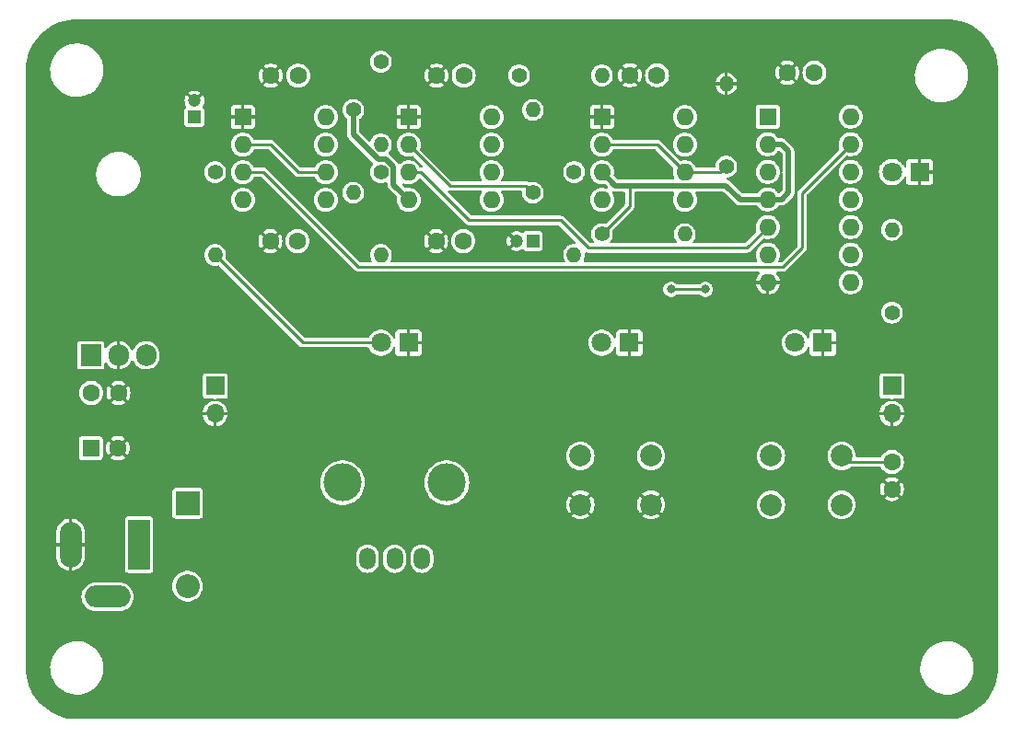
<source format=gbl>
%TF.GenerationSoftware,KiCad,Pcbnew,6.99.0-unknown-38bd612c01~148~ubuntu21.10.1*%
%TF.CreationDate,2022-03-28T19:56:38+02:00*%
%TF.ProjectId,clockmodule,636c6f63-6b6d-46f6-9475-6c652e6b6963,rev?*%
%TF.SameCoordinates,PX47868c0PY17d7840*%
%TF.FileFunction,Copper,L2,Bot*%
%TF.FilePolarity,Positive*%
%FSLAX46Y46*%
G04 Gerber Fmt 4.6, Leading zero omitted, Abs format (unit mm)*
G04 Created by KiCad (PCBNEW 6.99.0-unknown-38bd612c01~148~ubuntu21.10.1) date 2022-03-28 19:56:38*
%MOMM*%
%LPD*%
G01*
G04 APERTURE LIST*
%TA.AperFunction,ComponentPad*%
%ADD10C,1.400000*%
%TD*%
%TA.AperFunction,ComponentPad*%
%ADD11O,1.400000X1.400000*%
%TD*%
%TA.AperFunction,ComponentPad*%
%ADD12C,2.000000*%
%TD*%
%TA.AperFunction,ComponentPad*%
%ADD13R,1.905000X2.000000*%
%TD*%
%TA.AperFunction,ComponentPad*%
%ADD14O,1.905000X2.000000*%
%TD*%
%TA.AperFunction,ComponentPad*%
%ADD15R,1.200000X1.200000*%
%TD*%
%TA.AperFunction,ComponentPad*%
%ADD16C,1.200000*%
%TD*%
%TA.AperFunction,ComponentPad*%
%ADD17R,1.800000X1.800000*%
%TD*%
%TA.AperFunction,ComponentPad*%
%ADD18C,1.800000*%
%TD*%
%TA.AperFunction,ComponentPad*%
%ADD19C,1.600000*%
%TD*%
%TA.AperFunction,ComponentPad*%
%ADD20R,2.000000X4.600000*%
%TD*%
%TA.AperFunction,ComponentPad*%
%ADD21O,2.000000X4.200000*%
%TD*%
%TA.AperFunction,ComponentPad*%
%ADD22O,4.200000X2.000000*%
%TD*%
%TA.AperFunction,ComponentPad*%
%ADD23R,1.600000X1.600000*%
%TD*%
%TA.AperFunction,ComponentPad*%
%ADD24O,1.600000X1.600000*%
%TD*%
%TA.AperFunction,ComponentPad*%
%ADD25R,1.700000X1.700000*%
%TD*%
%TA.AperFunction,ComponentPad*%
%ADD26O,1.700000X1.700000*%
%TD*%
%TA.AperFunction,ComponentPad*%
%ADD27C,3.500000*%
%TD*%
%TA.AperFunction,ComponentPad*%
%ADD28O,1.500000X2.000000*%
%TD*%
%TA.AperFunction,ComponentPad*%
%ADD29R,2.200000X2.200000*%
%TD*%
%TA.AperFunction,ComponentPad*%
%ADD30O,2.200000X2.200000*%
%TD*%
%TA.AperFunction,ViaPad*%
%ADD31C,0.800000*%
%TD*%
%TA.AperFunction,Conductor*%
%ADD32C,0.250000*%
%TD*%
%TA.AperFunction,Conductor*%
%ADD33C,0.500000*%
%TD*%
G04 APERTURE END LIST*
D10*
%TO.P,R9,1*%
%TO.N,/select_pulse*%
X50720000Y-14360000D03*
D11*
%TO.P,R9,2*%
%TO.N,Net-(D5-A)*%
X50719999Y-21979999D03*
%TD*%
D12*
%TO.P,SW2,1,1*%
%TO.N,Net-(U7-THR)*%
X75316000Y-44980000D03*
X68816000Y-44980000D03*
%TO.P,SW2,2,2*%
%TO.N,Net-(C8-Pad1)*%
X75316000Y-40480000D03*
X68816000Y-40480000D03*
%TD*%
D13*
%TO.P,U3,1,IN*%
%TO.N,Net-(D1-K)*%
X6279999Y-31219999D03*
D14*
%TO.P,U3,2,GND*%
%TO.N,GND*%
X8819999Y-31219999D03*
%TO.P,U3,3,OUT*%
%TO.N,+5V*%
X11359999Y-31219999D03*
%TD*%
D15*
%TO.P,C2,1*%
%TO.N,Net-(U1-THR)*%
X15804999Y-9289999D03*
D16*
%TO.P,C2,2*%
%TO.N,GND*%
X15805000Y-7790000D03*
%TD*%
D17*
%TO.P,D2,1,K*%
%TO.N,GND*%
X35489999Y-30069999D03*
D18*
%TO.P,D2,2,A*%
%TO.N,Net-(D2-A)*%
X32950000Y-30070000D03*
%TD*%
D19*
%TO.P,C10,1*%
%TO.N,Net-(U6-CV)*%
X40530000Y-20720000D03*
%TO.P,C10,2*%
%TO.N,GND*%
X38030000Y-20720000D03*
%TD*%
D10*
%TO.P,R10,1*%
%TO.N,/select_pulse*%
X53270000Y-20085000D03*
D11*
%TO.P,R10,2*%
%TO.N,Net-(C8-Pad1)*%
X60889999Y-20084999D03*
%TD*%
D20*
%TO.P,J3,1*%
%TO.N,VCC*%
X10724999Y-48644999D03*
D21*
%TO.P,J3,2*%
%TO.N,GND*%
X4424999Y-48644999D03*
D22*
%TO.P,J3,3*%
%TO.N,unconnected-(J3-Pad3)*%
X7824999Y-53444999D03*
%TD*%
D19*
%TO.P,C5,1*%
%TO.N,+5V*%
X25340000Y-5490000D03*
%TO.P,C5,2*%
%TO.N,GND*%
X22840000Y-5490000D03*
%TD*%
D10*
%TO.P,R6,1*%
%TO.N,/manual_out*%
X32950000Y-14370000D03*
D11*
%TO.P,R6,2*%
%TO.N,Net-(D4-A)*%
X32949999Y-21989999D03*
%TD*%
D23*
%TO.P,C3,1*%
%TO.N,Net-(D1-K)*%
X6279999Y-39769999D03*
D19*
%TO.P,C3,2*%
%TO.N,GND*%
X8780000Y-39770000D03*
%TD*%
D23*
%TO.P,U6,1,GND*%
%TO.N,GND*%
X35499999Y-9299999D03*
D24*
%TO.P,U6,2,TR*%
%TO.N,Net-(U6-TR)*%
X35499999Y-11839999D03*
%TO.P,U6,3,Q*%
%TO.N,/manual_out*%
X35499999Y-14379999D03*
%TO.P,U6,4,R*%
%TO.N,+5V*%
X35499999Y-16919999D03*
%TO.P,U6,5,CV*%
%TO.N,Net-(U6-CV)*%
X43119999Y-16919999D03*
%TO.P,U6,6,THR*%
%TO.N,Net-(U6-DIS)*%
X43119999Y-14379999D03*
%TO.P,U6,7,DIS*%
X43119999Y-11839999D03*
%TO.P,U6,8,VCC*%
%TO.N,+5V*%
X43119999Y-9299999D03*
%TD*%
D10*
%TO.P,R7,1*%
%TO.N,+5V*%
X45650000Y-5480000D03*
D11*
%TO.P,R7,2*%
%TO.N,Net-(U7-THR)*%
X53269999Y-5479999D03*
%TD*%
D19*
%TO.P,C8,1*%
%TO.N,Net-(C8-Pad1)*%
X79940000Y-41040000D03*
%TO.P,C8,2*%
%TO.N,GND*%
X79940000Y-43540000D03*
%TD*%
D10*
%TO.P,R2,1*%
%TO.N,/clock_out*%
X17710000Y-14370000D03*
D11*
%TO.P,R2,2*%
%TO.N,Net-(D2-A)*%
X17709999Y-21989999D03*
%TD*%
D10*
%TO.P,R4,1*%
%TO.N,/output*%
X79940000Y-27295000D03*
D11*
%TO.P,R4,2*%
%TO.N,Net-(D3-A)*%
X79939999Y-19674999D03*
%TD*%
D25*
%TO.P,J1,1,Pin_1*%
%TO.N,+5V*%
X17709999Y-34054999D03*
D26*
%TO.P,J1,2,Pin_2*%
%TO.N,GND*%
X17709999Y-36594999D03*
%TD*%
D19*
%TO.P,C9,1*%
%TO.N,+5V*%
X72808000Y-5226000D03*
%TO.P,C9,2*%
%TO.N,GND*%
X70308000Y-5226000D03*
%TD*%
D23*
%TO.P,U7,1,GND*%
%TO.N,GND*%
X53279999Y-9299999D03*
D24*
%TO.P,U7,2,TR*%
%TO.N,Net-(U7-THR)*%
X53279999Y-11839999D03*
%TO.P,U7,3,Q*%
%TO.N,/select_pulse*%
X53279999Y-14379999D03*
%TO.P,U7,4,R*%
%TO.N,+5V*%
X53279999Y-16919999D03*
%TO.P,U7,5,CV*%
%TO.N,unconnected-(U7-CV)*%
X60899999Y-16919999D03*
%TO.P,U7,6,THR*%
%TO.N,Net-(U7-THR)*%
X60899999Y-14379999D03*
%TO.P,U7,7,DIS*%
%TO.N,unconnected-(U7-DIS)*%
X60899999Y-11839999D03*
%TO.P,U7,8,VCC*%
%TO.N,+5V*%
X60899999Y-9299999D03*
%TD*%
D10*
%TO.P,R5,1*%
%TO.N,+5V*%
X32950000Y-4210000D03*
D11*
%TO.P,R5,2*%
%TO.N,/manual_out*%
X32949999Y-11829999D03*
%TD*%
D27*
%TO.P,RV1,*%
%TO.N,*%
X29420000Y-42945000D03*
X39020000Y-42945000D03*
D28*
%TO.P,RV1,1,1*%
%TO.N,unconnected-(RV1-Pad1)*%
X31719999Y-49944999D03*
%TO.P,RV1,2,2*%
%TO.N,Net-(U1-THR)*%
X34219999Y-49944999D03*
%TO.P,RV1,3,3*%
%TO.N,Net-(U1-DIS)*%
X36719999Y-49944999D03*
%TD*%
D17*
%TO.P,D5,1,K*%
%TO.N,GND*%
X73579999Y-30069999D03*
D18*
%TO.P,D5,2,A*%
%TO.N,Net-(D5-A)*%
X71040000Y-30070000D03*
%TD*%
D12*
%TO.P,SW1,1,1*%
%TO.N,Net-(U6-TR)*%
X51290000Y-40480000D03*
X57790000Y-40480000D03*
%TO.P,SW1,2,2*%
%TO.N,GND*%
X51290000Y-44980000D03*
X57790000Y-44980000D03*
%TD*%
D29*
%TO.P,D1,1,K*%
%TO.N,Net-(D1-K)*%
X15169999Y-44849999D03*
D30*
%TO.P,D1,2,A*%
%TO.N,VCC*%
X15169999Y-52469999D03*
%TD*%
D23*
%TO.P,U8,1*%
%TO.N,/select_pulse*%
X68519999Y-9284999D03*
D24*
%TO.P,U8,2*%
X68519999Y-11824999D03*
%TO.P,U8,3*%
%TO.N,Net-(U8-Pad12)*%
X68519999Y-14364999D03*
%TO.P,U8,4*%
%TO.N,/select_pulse*%
X68519999Y-16904999D03*
%TO.P,U8,5*%
%TO.N,/manual_out*%
X68519999Y-19444999D03*
%TO.P,U8,6*%
%TO.N,Net-(U8-Pad10)*%
X68519999Y-21984999D03*
%TO.P,U8,7,GND*%
%TO.N,GND*%
X68519999Y-24524999D03*
%TO.P,U8,8*%
%TO.N,/output*%
X76139999Y-24524999D03*
%TO.P,U8,9*%
%TO.N,Net-(U8-Pad11)*%
X76139999Y-21984999D03*
%TO.P,U8,10*%
%TO.N,Net-(U8-Pad10)*%
X76139999Y-19444999D03*
%TO.P,U8,11*%
%TO.N,Net-(U8-Pad11)*%
X76139999Y-16904999D03*
%TO.P,U8,12*%
%TO.N,Net-(U8-Pad12)*%
X76139999Y-14364999D03*
%TO.P,U8,13*%
%TO.N,/clock_out*%
X76139999Y-11824999D03*
%TO.P,U8,14,VCC*%
%TO.N,+5V*%
X76139999Y-9284999D03*
%TD*%
D19*
%TO.P,C1,1*%
%TO.N,GND*%
X22790000Y-20720000D03*
%TO.P,C1,2*%
%TO.N,Net-(U1-CV)*%
X25290000Y-20720000D03*
%TD*%
D25*
%TO.P,J2,1,Pin_1*%
%TO.N,/output*%
X79939999Y-34054999D03*
D26*
%TO.P,J2,2,Pin_2*%
%TO.N,GND*%
X79939999Y-36594999D03*
%TD*%
D19*
%TO.P,C7,1*%
%TO.N,+5V*%
X58340000Y-5470000D03*
%TO.P,C7,2*%
%TO.N,GND*%
X55840000Y-5470000D03*
%TD*%
D23*
%TO.P,U1,1,GND*%
%TO.N,GND*%
X20259999Y-9299999D03*
D24*
%TO.P,U1,2,TR*%
%TO.N,Net-(U1-THR)*%
X20259999Y-11839999D03*
%TO.P,U1,3,Q*%
%TO.N,/clock_out*%
X20259999Y-14379999D03*
%TO.P,U1,4,R*%
%TO.N,+5V*%
X20259999Y-16919999D03*
%TO.P,U1,5,CV*%
%TO.N,Net-(U1-CV)*%
X27879999Y-16919999D03*
%TO.P,U1,6,THR*%
%TO.N,Net-(U1-THR)*%
X27879999Y-14379999D03*
%TO.P,U1,7,DIS*%
%TO.N,Net-(U1-DIS)*%
X27879999Y-11839999D03*
%TO.P,U1,8,VCC*%
%TO.N,+5V*%
X27879999Y-9299999D03*
%TD*%
D19*
%TO.P,C4,1*%
%TO.N,GND*%
X8820000Y-34690000D03*
%TO.P,C4,2*%
%TO.N,Net-(D1-K)*%
X6320000Y-34690000D03*
%TD*%
D15*
%TO.P,C12,1*%
%TO.N,Net-(U6-DIS)*%
X46919999Y-20719999D03*
D16*
%TO.P,C12,2*%
%TO.N,GND*%
X45420000Y-20720000D03*
%TD*%
D10*
%TO.P,R3,1*%
%TO.N,Net-(U6-TR)*%
X46920000Y-16275000D03*
D11*
%TO.P,R3,2*%
%TO.N,+5V*%
X46919999Y-8654999D03*
%TD*%
D17*
%TO.P,D3,1,K*%
%TO.N,GND*%
X82479999Y-14369999D03*
D18*
%TO.P,D3,2,A*%
%TO.N,Net-(D3-A)*%
X79940000Y-14370000D03*
%TD*%
D10*
%TO.P,R1,1*%
%TO.N,+5V*%
X30410000Y-8655000D03*
D11*
%TO.P,R1,2*%
%TO.N,Net-(U1-DIS)*%
X30409999Y-16274999D03*
%TD*%
D10*
%TO.P,R8,1*%
%TO.N,Net-(U7-THR)*%
X64700000Y-13862000D03*
D11*
%TO.P,R8,2*%
%TO.N,GND*%
X64699999Y-6241999D03*
%TD*%
D19*
%TO.P,C6,1*%
%TO.N,+5V*%
X40570000Y-5490000D03*
%TO.P,C6,2*%
%TO.N,GND*%
X38070000Y-5490000D03*
%TD*%
D17*
%TO.P,D4,1,K*%
%TO.N,GND*%
X55799999Y-30069999D03*
D18*
%TO.P,D4,2,A*%
%TO.N,Net-(D4-A)*%
X53260000Y-30070000D03*
%TD*%
D31*
%TO.N,Net-(D5-A)*%
X62795000Y-25165000D03*
X59620000Y-25165000D03*
%TD*%
D32*
%TO.N,Net-(U1-THR)*%
X20260000Y-11840000D02*
X22800000Y-11840000D01*
X25340000Y-14380000D02*
X27880000Y-14380000D01*
X22800000Y-11840000D02*
X25340000Y-14380000D01*
D33*
%TO.N,+5V*%
X34099511Y-13893856D02*
X33426144Y-13220489D01*
X30410000Y-10915655D02*
X30410000Y-8655000D01*
X35500000Y-16920000D02*
X34099511Y-15519511D01*
X33426144Y-13220489D02*
X32714834Y-13220489D01*
X34099511Y-15519511D02*
X34099511Y-13893856D01*
X32714834Y-13220489D02*
X30410000Y-10915655D01*
D32*
%TO.N,/clock_out*%
X69930489Y-23109511D02*
X30894511Y-23109511D01*
X22165000Y-14380000D02*
X20260000Y-14380000D01*
X76140000Y-11825000D02*
X71685000Y-16280000D01*
X30894511Y-23109511D02*
X22165000Y-14380000D01*
X71685000Y-16280000D02*
X71685000Y-21355000D01*
X71685000Y-21355000D02*
X69930489Y-23109511D01*
%TO.N,/manual_out*%
X66610000Y-21355000D02*
X68520000Y-19445000D01*
X35500000Y-14380000D02*
X36631370Y-14380000D01*
X36631370Y-14380000D02*
X41066370Y-18815000D01*
X41066370Y-18815000D02*
X49460000Y-18815000D01*
X49460000Y-18815000D02*
X52000000Y-21355000D01*
X52000000Y-21355000D02*
X66610000Y-21355000D01*
D33*
%TO.N,/select_pulse*%
X54529511Y-15629511D02*
X55820489Y-15629511D01*
X55820489Y-15629511D02*
X57069511Y-15629511D01*
X68520000Y-11825000D02*
X69775000Y-11825000D01*
D32*
X53270000Y-20085000D02*
X55820489Y-17534511D01*
D33*
X70415000Y-16275000D02*
X69785000Y-16905000D01*
D32*
X55820489Y-17534511D02*
X55820489Y-15629511D01*
D33*
X65975000Y-16905000D02*
X68520000Y-16905000D01*
X69775000Y-11825000D02*
X70415000Y-12465000D01*
X65970000Y-16910000D02*
X65975000Y-16905000D01*
X70415000Y-12465000D02*
X70415000Y-16275000D01*
X57069511Y-15629511D02*
X64689511Y-15629511D01*
X64689511Y-15629511D02*
X65970000Y-16910000D01*
X53280000Y-14380000D02*
X54529511Y-15629511D01*
X69785000Y-16905000D02*
X68520000Y-16905000D01*
D32*
%TO.N,Net-(C8-Pad1)*%
X75876000Y-41040000D02*
X75316000Y-40480000D01*
X79940000Y-41040000D02*
X75876000Y-41040000D01*
%TO.N,Net-(D2-A)*%
X25790000Y-30070000D02*
X32950000Y-30070000D01*
X17710000Y-21990000D02*
X25790000Y-30070000D01*
%TO.N,Net-(U6-TR)*%
X46285000Y-15640000D02*
X46920000Y-16275000D01*
X35500000Y-11840000D02*
X39300000Y-15640000D01*
X39300000Y-15640000D02*
X46285000Y-15640000D01*
%TO.N,Net-(D5-A)*%
X59620000Y-25165000D02*
X62795000Y-25165000D01*
%TO.N,Net-(U7-THR)*%
X60900000Y-14380000D02*
X64182000Y-14380000D01*
X58360000Y-11840000D02*
X60900000Y-14380000D01*
X64182000Y-14380000D02*
X64700000Y-13862000D01*
X53280000Y-11840000D02*
X58360000Y-11840000D01*
%TD*%
%TA.AperFunction,Conductor*%
%TO.N,GND*%
G36*
X85002703Y-300618D02*
G01*
X85404182Y-318147D01*
X85414959Y-319090D01*
X85810693Y-371189D01*
X85821332Y-373065D01*
X86211050Y-459464D01*
X86221478Y-462258D01*
X86602169Y-582290D01*
X86612315Y-585983D01*
X86981103Y-738739D01*
X86990894Y-743305D01*
X87344954Y-927617D01*
X87354300Y-933012D01*
X87690971Y-1147496D01*
X87699800Y-1153677D01*
X88016497Y-1396687D01*
X88024774Y-1403634D01*
X88319068Y-1673305D01*
X88326695Y-1680932D01*
X88543350Y-1917369D01*
X88596366Y-1975226D01*
X88603313Y-1983503D01*
X88846323Y-2300200D01*
X88852504Y-2309029D01*
X89066988Y-2645700D01*
X89072383Y-2655046D01*
X89256692Y-3009100D01*
X89261261Y-3018897D01*
X89409989Y-3377957D01*
X89414014Y-3387675D01*
X89417710Y-3397831D01*
X89524354Y-3736061D01*
X89537739Y-3778512D01*
X89540536Y-3788950D01*
X89624023Y-4165531D01*
X89626934Y-4178661D01*
X89628811Y-4189307D01*
X89666759Y-4477555D01*
X89680910Y-4585042D01*
X89681853Y-4595818D01*
X89699382Y-4997297D01*
X89699500Y-5002706D01*
X89699500Y-59946840D01*
X89698971Y-59958280D01*
X89698743Y-59960744D01*
X89695599Y-59971793D01*
X89698309Y-60001038D01*
X89698720Y-60017875D01*
X89689034Y-60239717D01*
X89681853Y-60404182D01*
X89680910Y-60414958D01*
X89644069Y-60694798D01*
X89628812Y-60810685D01*
X89626935Y-60821332D01*
X89558030Y-61132145D01*
X89540539Y-61211040D01*
X89537742Y-61221478D01*
X89439220Y-61533951D01*
X89417714Y-61602159D01*
X89414017Y-61612315D01*
X89261264Y-61981096D01*
X89256695Y-61990894D01*
X89072383Y-62344954D01*
X89066988Y-62354300D01*
X88852504Y-62690971D01*
X88846323Y-62699800D01*
X88603313Y-63016497D01*
X88596366Y-63024774D01*
X88326695Y-63319068D01*
X88319068Y-63326695D01*
X88207817Y-63428638D01*
X88024774Y-63596366D01*
X88016497Y-63603313D01*
X87699800Y-63846323D01*
X87690971Y-63852504D01*
X87354300Y-64066988D01*
X87344954Y-64072383D01*
X86990894Y-64256695D01*
X86981103Y-64261261D01*
X86612315Y-64414017D01*
X86602169Y-64417710D01*
X86221478Y-64537742D01*
X86211050Y-64540536D01*
X85821332Y-64626935D01*
X85810693Y-64628811D01*
X85441786Y-64677378D01*
X85414958Y-64680910D01*
X85404182Y-64681853D01*
X85002703Y-64699382D01*
X84997294Y-64699500D01*
X5002706Y-64699500D01*
X4997297Y-64699382D01*
X4595818Y-64681853D01*
X4585042Y-64680910D01*
X4558214Y-64677378D01*
X4189307Y-64628811D01*
X4178668Y-64626935D01*
X3788950Y-64540536D01*
X3778522Y-64537742D01*
X3397831Y-64417710D01*
X3387685Y-64414017D01*
X3018897Y-64261261D01*
X3009106Y-64256695D01*
X2655046Y-64072383D01*
X2645700Y-64066988D01*
X2309029Y-63852504D01*
X2300200Y-63846323D01*
X1983503Y-63603313D01*
X1975226Y-63596366D01*
X1792183Y-63428638D01*
X1680932Y-63326695D01*
X1673305Y-63319068D01*
X1403634Y-63024774D01*
X1396687Y-63016497D01*
X1153677Y-62699800D01*
X1147496Y-62690971D01*
X933012Y-62354300D01*
X927617Y-62344954D01*
X743305Y-61990894D01*
X738736Y-61981096D01*
X585983Y-61612315D01*
X582286Y-61602159D01*
X560781Y-61533951D01*
X462258Y-61221478D01*
X459461Y-61211040D01*
X441971Y-61132145D01*
X373065Y-60821332D01*
X371188Y-60810685D01*
X355932Y-60694798D01*
X319090Y-60414958D01*
X318147Y-60404182D01*
X304109Y-60082658D01*
X302276Y-60040672D01*
X302409Y-60035208D01*
X304401Y-60028207D01*
X301029Y-59991817D01*
X300500Y-59980376D01*
X300500Y-59921296D01*
X2545717Y-59921296D01*
X2545844Y-59925262D01*
X2545844Y-59925268D01*
X2550891Y-60082658D01*
X2555802Y-60235789D01*
X2606021Y-60546410D01*
X2607154Y-60550227D01*
X2687619Y-60821339D01*
X2695549Y-60848059D01*
X2822916Y-61135784D01*
X2986030Y-61404858D01*
X2988511Y-61407969D01*
X3179734Y-61647756D01*
X3179739Y-61647762D01*
X3182214Y-61650865D01*
X3408246Y-61869765D01*
X3660415Y-62057963D01*
X3934579Y-62212370D01*
X4086159Y-62273738D01*
X4222552Y-62328957D01*
X4222556Y-62328958D01*
X4226238Y-62330449D01*
X4530601Y-62410263D01*
X4842673Y-62450500D01*
X5078580Y-62450500D01*
X5080553Y-62450373D01*
X5080563Y-62450373D01*
X5219536Y-62441450D01*
X5314008Y-62435385D01*
X5622860Y-62375236D01*
X5759249Y-62329952D01*
X5917712Y-62277339D01*
X5917716Y-62277337D01*
X5921485Y-62276086D01*
X5925059Y-62274365D01*
X5925066Y-62274362D01*
X6068258Y-62205404D01*
X6204979Y-62139562D01*
X6468687Y-61967907D01*
X6708280Y-61763939D01*
X6919822Y-61531007D01*
X7099842Y-61272936D01*
X7245381Y-60993964D01*
X7354052Y-60698670D01*
X7387933Y-60550227D01*
X7423183Y-60395788D01*
X7423184Y-60395784D01*
X7424069Y-60391905D01*
X7439129Y-60235789D01*
X7453902Y-60082658D01*
X7453902Y-60082651D01*
X7454283Y-60078704D01*
X7453104Y-60041918D01*
X7449236Y-59921296D01*
X82545717Y-59921296D01*
X82545844Y-59925262D01*
X82545844Y-59925268D01*
X82550891Y-60082658D01*
X82555802Y-60235789D01*
X82606021Y-60546410D01*
X82607154Y-60550227D01*
X82687619Y-60821339D01*
X82695549Y-60848059D01*
X82822916Y-61135784D01*
X82986030Y-61404858D01*
X82988511Y-61407969D01*
X83179734Y-61647756D01*
X83179739Y-61647762D01*
X83182214Y-61650865D01*
X83408246Y-61869765D01*
X83660415Y-62057963D01*
X83934579Y-62212370D01*
X84086159Y-62273738D01*
X84222552Y-62328957D01*
X84222556Y-62328958D01*
X84226238Y-62330449D01*
X84530601Y-62410263D01*
X84842673Y-62450500D01*
X85078580Y-62450500D01*
X85080553Y-62450373D01*
X85080563Y-62450373D01*
X85219536Y-62441450D01*
X85314008Y-62435385D01*
X85622860Y-62375236D01*
X85759249Y-62329952D01*
X85917712Y-62277339D01*
X85917716Y-62277337D01*
X85921485Y-62276086D01*
X85925059Y-62274365D01*
X85925066Y-62274362D01*
X86068258Y-62205404D01*
X86204979Y-62139562D01*
X86468687Y-61967907D01*
X86708280Y-61763939D01*
X86919822Y-61531007D01*
X87099842Y-61272936D01*
X87245381Y-60993964D01*
X87354052Y-60698670D01*
X87387933Y-60550227D01*
X87423183Y-60395788D01*
X87423184Y-60395784D01*
X87424069Y-60391905D01*
X87439129Y-60235789D01*
X87453902Y-60082658D01*
X87453902Y-60082651D01*
X87454283Y-60078704D01*
X87453104Y-60041918D01*
X87444326Y-59768194D01*
X87444326Y-59768190D01*
X87444198Y-59764211D01*
X87393979Y-59453590D01*
X87348789Y-59301330D01*
X87305581Y-59155747D01*
X87305579Y-59155741D01*
X87304451Y-59151941D01*
X87177084Y-58864216D01*
X87013970Y-58595142D01*
X86911022Y-58466049D01*
X86820266Y-58352244D01*
X86820261Y-58352238D01*
X86817786Y-58349135D01*
X86591754Y-58130235D01*
X86339585Y-57942037D01*
X86065421Y-57787630D01*
X85904945Y-57722661D01*
X85777448Y-57671043D01*
X85777444Y-57671042D01*
X85773762Y-57669551D01*
X85469399Y-57589737D01*
X85157327Y-57549500D01*
X84921420Y-57549500D01*
X84919447Y-57549627D01*
X84919437Y-57549627D01*
X84780464Y-57558550D01*
X84685992Y-57564615D01*
X84377140Y-57624764D01*
X84373364Y-57626018D01*
X84373363Y-57626018D01*
X84082288Y-57722661D01*
X84082284Y-57722663D01*
X84078515Y-57723914D01*
X84074941Y-57725635D01*
X84074934Y-57725638D01*
X83949310Y-57786136D01*
X83795021Y-57860438D01*
X83531313Y-58032093D01*
X83291720Y-58236061D01*
X83080178Y-58468993D01*
X82900158Y-58727064D01*
X82754619Y-59006036D01*
X82645948Y-59301330D01*
X82645065Y-59305198D01*
X82645064Y-59305202D01*
X82611196Y-59453590D01*
X82575931Y-59608095D01*
X82575549Y-59612059D01*
X82560487Y-59768194D01*
X82545717Y-59921296D01*
X7449236Y-59921296D01*
X7444326Y-59768194D01*
X7444326Y-59768190D01*
X7444198Y-59764211D01*
X7393979Y-59453590D01*
X7348789Y-59301330D01*
X7305581Y-59155747D01*
X7305579Y-59155741D01*
X7304451Y-59151941D01*
X7177084Y-58864216D01*
X7013970Y-58595142D01*
X6911022Y-58466049D01*
X6820266Y-58352244D01*
X6820261Y-58352238D01*
X6817786Y-58349135D01*
X6591754Y-58130235D01*
X6339585Y-57942037D01*
X6065421Y-57787630D01*
X5904945Y-57722661D01*
X5777448Y-57671043D01*
X5777444Y-57671042D01*
X5773762Y-57669551D01*
X5469399Y-57589737D01*
X5157327Y-57549500D01*
X4921420Y-57549500D01*
X4919447Y-57549627D01*
X4919437Y-57549627D01*
X4780464Y-57558550D01*
X4685992Y-57564615D01*
X4377140Y-57624764D01*
X4373364Y-57626018D01*
X4373363Y-57626018D01*
X4082288Y-57722661D01*
X4082284Y-57722663D01*
X4078515Y-57723914D01*
X4074941Y-57725635D01*
X4074934Y-57725638D01*
X3949310Y-57786136D01*
X3795021Y-57860438D01*
X3531313Y-58032093D01*
X3291720Y-58236061D01*
X3080178Y-58468993D01*
X2900158Y-58727064D01*
X2754619Y-59006036D01*
X2645948Y-59301330D01*
X2645065Y-59305198D01*
X2645064Y-59305202D01*
X2611196Y-59453590D01*
X2575931Y-59608095D01*
X2575549Y-59612059D01*
X2560487Y-59768194D01*
X2545717Y-59921296D01*
X300500Y-59921296D01*
X300500Y-53445000D01*
X5419532Y-53445000D01*
X5420004Y-53450395D01*
X5437372Y-53648910D01*
X5439365Y-53671692D01*
X5498261Y-53891496D01*
X5500548Y-53896400D01*
X5500550Y-53896406D01*
X5584652Y-54076761D01*
X5594432Y-54097734D01*
X5597539Y-54102171D01*
X5597540Y-54102173D01*
X5721847Y-54279704D01*
X5721851Y-54279708D01*
X5724953Y-54284139D01*
X5885861Y-54445047D01*
X5890292Y-54448149D01*
X5890296Y-54448153D01*
X6067827Y-54572460D01*
X6072266Y-54575568D01*
X6077177Y-54577858D01*
X6273594Y-54669450D01*
X6273600Y-54669452D01*
X6278504Y-54671739D01*
X6498308Y-54730635D01*
X6503693Y-54731106D01*
X6503698Y-54731107D01*
X6665515Y-54745264D01*
X6665522Y-54745264D01*
X6668216Y-54745500D01*
X8981784Y-54745500D01*
X8984478Y-54745264D01*
X8984485Y-54745264D01*
X9146302Y-54731107D01*
X9146307Y-54731106D01*
X9151692Y-54730635D01*
X9371496Y-54671739D01*
X9376400Y-54669452D01*
X9376406Y-54669450D01*
X9572823Y-54577858D01*
X9577734Y-54575568D01*
X9582173Y-54572460D01*
X9759704Y-54448153D01*
X9759708Y-54448149D01*
X9764139Y-54445047D01*
X9925047Y-54284139D01*
X9928149Y-54279708D01*
X9928153Y-54279704D01*
X10052460Y-54102173D01*
X10052461Y-54102171D01*
X10055568Y-54097734D01*
X10065348Y-54076761D01*
X10149450Y-53896406D01*
X10149452Y-53896400D01*
X10151739Y-53891496D01*
X10210635Y-53671692D01*
X10212629Y-53648910D01*
X10229996Y-53450395D01*
X10230468Y-53445000D01*
X10229996Y-53439605D01*
X10211107Y-53223698D01*
X10211106Y-53223693D01*
X10210635Y-53218308D01*
X10151739Y-52998504D01*
X10149452Y-52993600D01*
X10149450Y-52993594D01*
X10057858Y-52797177D01*
X10055568Y-52792266D01*
X9988293Y-52696186D01*
X9928153Y-52610296D01*
X9928149Y-52610292D01*
X9925047Y-52605861D01*
X9789186Y-52470000D01*
X13764700Y-52470000D01*
X13783866Y-52701305D01*
X13785126Y-52706280D01*
X13805777Y-52787827D01*
X13840843Y-52926300D01*
X13934076Y-53138849D01*
X14061021Y-53333153D01*
X14064491Y-53336922D01*
X14214742Y-53500140D01*
X14214747Y-53500144D01*
X14218216Y-53503913D01*
X14401374Y-53646470D01*
X14405879Y-53648908D01*
X14405882Y-53648910D01*
X14438020Y-53666302D01*
X14605497Y-53756936D01*
X14825019Y-53832298D01*
X15053951Y-53870500D01*
X15286049Y-53870500D01*
X15514981Y-53832298D01*
X15734503Y-53756936D01*
X15901980Y-53666302D01*
X15934118Y-53648910D01*
X15934121Y-53648908D01*
X15938626Y-53646470D01*
X16121784Y-53503913D01*
X16125253Y-53500144D01*
X16125258Y-53500140D01*
X16275509Y-53336922D01*
X16278979Y-53333153D01*
X16405924Y-53138849D01*
X16499157Y-52926300D01*
X16534224Y-52787827D01*
X16554874Y-52706280D01*
X16556134Y-52701305D01*
X16575300Y-52470000D01*
X16556134Y-52238695D01*
X16499157Y-52013700D01*
X16405924Y-51801151D01*
X16278979Y-51606847D01*
X16221532Y-51544442D01*
X16125258Y-51439860D01*
X16125253Y-51439856D01*
X16121784Y-51436087D01*
X15938626Y-51293530D01*
X15934121Y-51291092D01*
X15934118Y-51291090D01*
X15837525Y-51238817D01*
X15734503Y-51183064D01*
X15514981Y-51107702D01*
X15286049Y-51069500D01*
X15053951Y-51069500D01*
X14825019Y-51107702D01*
X14605497Y-51183064D01*
X14502475Y-51238817D01*
X14405882Y-51291090D01*
X14405879Y-51291092D01*
X14401374Y-51293530D01*
X14218216Y-51436087D01*
X14214747Y-51439856D01*
X14214742Y-51439860D01*
X14118468Y-51544442D01*
X14061021Y-51606847D01*
X13934076Y-51801151D01*
X13840843Y-52013700D01*
X13783866Y-52238695D01*
X13764700Y-52470000D01*
X9789186Y-52470000D01*
X9764139Y-52444953D01*
X9759708Y-52441851D01*
X9759704Y-52441847D01*
X9582173Y-52317540D01*
X9582171Y-52317539D01*
X9577734Y-52314432D01*
X9556761Y-52304652D01*
X9376406Y-52220550D01*
X9376400Y-52220548D01*
X9371496Y-52218261D01*
X9151692Y-52159365D01*
X9146307Y-52158894D01*
X9146302Y-52158893D01*
X8984485Y-52144736D01*
X8984478Y-52144736D01*
X8981784Y-52144500D01*
X6668216Y-52144500D01*
X6665522Y-52144736D01*
X6665515Y-52144736D01*
X6503698Y-52158893D01*
X6503693Y-52158894D01*
X6498308Y-52159365D01*
X6278504Y-52218261D01*
X6273600Y-52220548D01*
X6273594Y-52220550D01*
X6093239Y-52304652D01*
X6072266Y-52314432D01*
X6067829Y-52317539D01*
X6067827Y-52317540D01*
X5890296Y-52441847D01*
X5890292Y-52441851D01*
X5885861Y-52444953D01*
X5724953Y-52605861D01*
X5721851Y-52610292D01*
X5721847Y-52610296D01*
X5661707Y-52696186D01*
X5594432Y-52792266D01*
X5592142Y-52797177D01*
X5500550Y-52993594D01*
X5500548Y-52993600D01*
X5498261Y-52998504D01*
X5439365Y-53218308D01*
X5438894Y-53223693D01*
X5438893Y-53223698D01*
X5420004Y-53439605D01*
X5419532Y-53445000D01*
X300500Y-53445000D01*
X300500Y-49799054D01*
X3125000Y-49799054D01*
X3125236Y-49804464D01*
X3139387Y-49966206D01*
X3141261Y-49976837D01*
X3197332Y-50186098D01*
X3201021Y-50196231D01*
X3292580Y-50392580D01*
X3297968Y-50401913D01*
X3422233Y-50579381D01*
X3429169Y-50587647D01*
X3582353Y-50740831D01*
X3590619Y-50747767D01*
X3768087Y-50872032D01*
X3777420Y-50877420D01*
X3973769Y-50968979D01*
X3983902Y-50972668D01*
X4193163Y-51028739D01*
X4203794Y-51030613D01*
X4257239Y-51035289D01*
X4271951Y-51032332D01*
X4275000Y-51020769D01*
X4275000Y-51019013D01*
X4575000Y-51019013D01*
X4579228Y-51033412D01*
X4591012Y-51035442D01*
X4646206Y-51030613D01*
X4656837Y-51028739D01*
X4866098Y-50972668D01*
X4876231Y-50968979D01*
X5072580Y-50877420D01*
X5081913Y-50872032D01*
X5259381Y-50747767D01*
X5267647Y-50740831D01*
X5420831Y-50587647D01*
X5427767Y-50579381D01*
X5552032Y-50401913D01*
X5557420Y-50392580D01*
X5648979Y-50196231D01*
X5652668Y-50186098D01*
X5708739Y-49976837D01*
X5710613Y-49966206D01*
X5724764Y-49804464D01*
X5725000Y-49799054D01*
X5725000Y-48812830D01*
X5720596Y-48797831D01*
X5719226Y-48796644D01*
X5711668Y-48795000D01*
X4592830Y-48795000D01*
X4577831Y-48799404D01*
X4576644Y-48800774D01*
X4575000Y-48808332D01*
X4575000Y-51019013D01*
X4275000Y-51019013D01*
X4275000Y-48812830D01*
X4270596Y-48797831D01*
X4269226Y-48796644D01*
X4261668Y-48795000D01*
X3142830Y-48795000D01*
X3127831Y-48799404D01*
X3126644Y-48800774D01*
X3125000Y-48808332D01*
X3125000Y-49799054D01*
X300500Y-49799054D01*
X300500Y-48477170D01*
X3125000Y-48477170D01*
X3129404Y-48492169D01*
X3130774Y-48493356D01*
X3138332Y-48495000D01*
X4257170Y-48495000D01*
X4272169Y-48490596D01*
X4273356Y-48489226D01*
X4275000Y-48481668D01*
X4275000Y-48477170D01*
X4575000Y-48477170D01*
X4579404Y-48492169D01*
X4580774Y-48493356D01*
X4588332Y-48495000D01*
X5707170Y-48495000D01*
X5722169Y-48490596D01*
X5723356Y-48489226D01*
X5725000Y-48481668D01*
X5725000Y-47490946D01*
X5724764Y-47485536D01*
X5710613Y-47323794D01*
X5708739Y-47313163D01*
X5652668Y-47103902D01*
X5648979Y-47093769D01*
X5557420Y-46897420D01*
X5552032Y-46888087D01*
X5427767Y-46710619D01*
X5420831Y-46702353D01*
X5267647Y-46549169D01*
X5259381Y-46542233D01*
X5081913Y-46417968D01*
X5072580Y-46412580D01*
X4876231Y-46321021D01*
X4866098Y-46317332D01*
X4801918Y-46300135D01*
X9424500Y-46300135D01*
X9424501Y-50989864D01*
X9427415Y-51014991D01*
X9472794Y-51117765D01*
X9552235Y-51197206D01*
X9655009Y-51242585D01*
X9664273Y-51243660D01*
X9664274Y-51243660D01*
X9669792Y-51244300D01*
X9680135Y-51245500D01*
X10724561Y-51245500D01*
X11769864Y-51245499D01*
X11781708Y-51244125D01*
X11785723Y-51243660D01*
X11785724Y-51243660D01*
X11794991Y-51242585D01*
X11897765Y-51197206D01*
X11977206Y-51117765D01*
X12022585Y-51014991D01*
X12025500Y-50989865D01*
X12025500Y-50246608D01*
X30669500Y-50246608D01*
X30684700Y-50400934D01*
X30686469Y-50406765D01*
X30738831Y-50579381D01*
X30744768Y-50598954D01*
X30747641Y-50604329D01*
X30839444Y-50776080D01*
X30839447Y-50776085D01*
X30842315Y-50781450D01*
X30973590Y-50941410D01*
X31133550Y-51072685D01*
X31138915Y-51075553D01*
X31138920Y-51075556D01*
X31310671Y-51167359D01*
X31316046Y-51170232D01*
X31321875Y-51172000D01*
X31321877Y-51172001D01*
X31352862Y-51181400D01*
X31514066Y-51230300D01*
X31720000Y-51250583D01*
X31925934Y-51230300D01*
X32087138Y-51181400D01*
X32118123Y-51172001D01*
X32118125Y-51172000D01*
X32123954Y-51170232D01*
X32129329Y-51167359D01*
X32301080Y-51075556D01*
X32301085Y-51075553D01*
X32306450Y-51072685D01*
X32466410Y-50941410D01*
X32597685Y-50781450D01*
X32600553Y-50776085D01*
X32600556Y-50776080D01*
X32692359Y-50604329D01*
X32695232Y-50598954D01*
X32701170Y-50579381D01*
X32753531Y-50406765D01*
X32755300Y-50400934D01*
X32770500Y-50246608D01*
X33169500Y-50246608D01*
X33184700Y-50400934D01*
X33186469Y-50406765D01*
X33238831Y-50579381D01*
X33244768Y-50598954D01*
X33247641Y-50604329D01*
X33339444Y-50776080D01*
X33339447Y-50776085D01*
X33342315Y-50781450D01*
X33473590Y-50941410D01*
X33633550Y-51072685D01*
X33638915Y-51075553D01*
X33638920Y-51075556D01*
X33810671Y-51167359D01*
X33816046Y-51170232D01*
X33821875Y-51172000D01*
X33821877Y-51172001D01*
X33852862Y-51181400D01*
X34014066Y-51230300D01*
X34220000Y-51250583D01*
X34425934Y-51230300D01*
X34587138Y-51181400D01*
X34618123Y-51172001D01*
X34618125Y-51172000D01*
X34623954Y-51170232D01*
X34629329Y-51167359D01*
X34801080Y-51075556D01*
X34801085Y-51075553D01*
X34806450Y-51072685D01*
X34966410Y-50941410D01*
X35097685Y-50781450D01*
X35100553Y-50776085D01*
X35100556Y-50776080D01*
X35192359Y-50604329D01*
X35195232Y-50598954D01*
X35201170Y-50579381D01*
X35253531Y-50406765D01*
X35255300Y-50400934D01*
X35270500Y-50246608D01*
X35669500Y-50246608D01*
X35684700Y-50400934D01*
X35686469Y-50406765D01*
X35738831Y-50579381D01*
X35744768Y-50598954D01*
X35747641Y-50604329D01*
X35839444Y-50776080D01*
X35839447Y-50776085D01*
X35842315Y-50781450D01*
X35973590Y-50941410D01*
X36133550Y-51072685D01*
X36138915Y-51075553D01*
X36138920Y-51075556D01*
X36310671Y-51167359D01*
X36316046Y-51170232D01*
X36321875Y-51172000D01*
X36321877Y-51172001D01*
X36352862Y-51181400D01*
X36514066Y-51230300D01*
X36720000Y-51250583D01*
X36925934Y-51230300D01*
X37087138Y-51181400D01*
X37118123Y-51172001D01*
X37118125Y-51172000D01*
X37123954Y-51170232D01*
X37129329Y-51167359D01*
X37301080Y-51075556D01*
X37301085Y-51075553D01*
X37306450Y-51072685D01*
X37466410Y-50941410D01*
X37597685Y-50781450D01*
X37600553Y-50776085D01*
X37600556Y-50776080D01*
X37692359Y-50604329D01*
X37695232Y-50598954D01*
X37701170Y-50579381D01*
X37753531Y-50406765D01*
X37755300Y-50400934D01*
X37770500Y-50246608D01*
X37770500Y-49643392D01*
X37755300Y-49489066D01*
X37695232Y-49291046D01*
X37692359Y-49285671D01*
X37600556Y-49113920D01*
X37600553Y-49113915D01*
X37597685Y-49108550D01*
X37466410Y-48948590D01*
X37306450Y-48817315D01*
X37301085Y-48814447D01*
X37301080Y-48814444D01*
X37129329Y-48722641D01*
X37123954Y-48719768D01*
X37118125Y-48718000D01*
X37118123Y-48717999D01*
X37024944Y-48689734D01*
X36925934Y-48659700D01*
X36720000Y-48639417D01*
X36514066Y-48659700D01*
X36415056Y-48689734D01*
X36321877Y-48717999D01*
X36321875Y-48718000D01*
X36316046Y-48719768D01*
X36310671Y-48722641D01*
X36138920Y-48814444D01*
X36138915Y-48814447D01*
X36133550Y-48817315D01*
X35973590Y-48948590D01*
X35842315Y-49108550D01*
X35839447Y-49113915D01*
X35839444Y-49113920D01*
X35747641Y-49285671D01*
X35744768Y-49291046D01*
X35684700Y-49489066D01*
X35669500Y-49643392D01*
X35669500Y-50246608D01*
X35270500Y-50246608D01*
X35270500Y-49643392D01*
X35255300Y-49489066D01*
X35195232Y-49291046D01*
X35192359Y-49285671D01*
X35100556Y-49113920D01*
X35100553Y-49113915D01*
X35097685Y-49108550D01*
X34966410Y-48948590D01*
X34806450Y-48817315D01*
X34801085Y-48814447D01*
X34801080Y-48814444D01*
X34629329Y-48722641D01*
X34623954Y-48719768D01*
X34618125Y-48718000D01*
X34618123Y-48717999D01*
X34524944Y-48689734D01*
X34425934Y-48659700D01*
X34220000Y-48639417D01*
X34014066Y-48659700D01*
X33915056Y-48689734D01*
X33821877Y-48717999D01*
X33821875Y-48718000D01*
X33816046Y-48719768D01*
X33810671Y-48722641D01*
X33638920Y-48814444D01*
X33638915Y-48814447D01*
X33633550Y-48817315D01*
X33473590Y-48948590D01*
X33342315Y-49108550D01*
X33339447Y-49113915D01*
X33339444Y-49113920D01*
X33247641Y-49285671D01*
X33244768Y-49291046D01*
X33184700Y-49489066D01*
X33169500Y-49643392D01*
X33169500Y-50246608D01*
X32770500Y-50246608D01*
X32770500Y-49643392D01*
X32755300Y-49489066D01*
X32695232Y-49291046D01*
X32692359Y-49285671D01*
X32600556Y-49113920D01*
X32600553Y-49113915D01*
X32597685Y-49108550D01*
X32466410Y-48948590D01*
X32306450Y-48817315D01*
X32301085Y-48814447D01*
X32301080Y-48814444D01*
X32129329Y-48722641D01*
X32123954Y-48719768D01*
X32118125Y-48718000D01*
X32118123Y-48717999D01*
X32024944Y-48689734D01*
X31925934Y-48659700D01*
X31720000Y-48639417D01*
X31514066Y-48659700D01*
X31415056Y-48689734D01*
X31321877Y-48717999D01*
X31321875Y-48718000D01*
X31316046Y-48719768D01*
X31310671Y-48722641D01*
X31138920Y-48814444D01*
X31138915Y-48814447D01*
X31133550Y-48817315D01*
X30973590Y-48948590D01*
X30842315Y-49108550D01*
X30839447Y-49113915D01*
X30839444Y-49113920D01*
X30747641Y-49285671D01*
X30744768Y-49291046D01*
X30684700Y-49489066D01*
X30669500Y-49643392D01*
X30669500Y-50246608D01*
X12025500Y-50246608D01*
X12025499Y-46300136D01*
X12022585Y-46275009D01*
X11977206Y-46172235D01*
X11897765Y-46092794D01*
X11794991Y-46047415D01*
X11785727Y-46046340D01*
X11785726Y-46046340D01*
X11780208Y-46045700D01*
X11769865Y-46044500D01*
X10725439Y-46044500D01*
X9680136Y-46044501D01*
X9668292Y-46045875D01*
X9664277Y-46046340D01*
X9664276Y-46046340D01*
X9655009Y-46047415D01*
X9552235Y-46092794D01*
X9472794Y-46172235D01*
X9427415Y-46275009D01*
X9426340Y-46284273D01*
X9426340Y-46284274D01*
X9426256Y-46284996D01*
X9424500Y-46300135D01*
X4801918Y-46300135D01*
X4656837Y-46261261D01*
X4646206Y-46259387D01*
X4592761Y-46254711D01*
X4578049Y-46257668D01*
X4575000Y-46269231D01*
X4575000Y-48477170D01*
X4275000Y-48477170D01*
X4275000Y-46270987D01*
X4270772Y-46256588D01*
X4258988Y-46254558D01*
X4203794Y-46259387D01*
X4193163Y-46261261D01*
X3983902Y-46317332D01*
X3973769Y-46321021D01*
X3777420Y-46412580D01*
X3768087Y-46417968D01*
X3590619Y-46542233D01*
X3582353Y-46549169D01*
X3429169Y-46702353D01*
X3422233Y-46710619D01*
X3297968Y-46888087D01*
X3292580Y-46897420D01*
X3201021Y-47093769D01*
X3197332Y-47103902D01*
X3141261Y-47313163D01*
X3139387Y-47323794D01*
X3125236Y-47485536D01*
X3125000Y-47490946D01*
X3125000Y-48477170D01*
X300500Y-48477170D01*
X300500Y-43705135D01*
X13769500Y-43705135D01*
X13769501Y-45994864D01*
X13772415Y-46019991D01*
X13817794Y-46122765D01*
X13897235Y-46202206D01*
X14000009Y-46247585D01*
X14009273Y-46248660D01*
X14009274Y-46248660D01*
X14014792Y-46249300D01*
X14025135Y-46250500D01*
X15169519Y-46250500D01*
X16314864Y-46250499D01*
X16326708Y-46249125D01*
X16330723Y-46248660D01*
X16330724Y-46248660D01*
X16339991Y-46247585D01*
X16442765Y-46202206D01*
X16522206Y-46122765D01*
X16567585Y-46019991D01*
X16569932Y-45999762D01*
X50487629Y-45999762D01*
X50496776Y-46011585D01*
X50633088Y-46107033D01*
X50642420Y-46112420D01*
X50838769Y-46203979D01*
X50848902Y-46207668D01*
X51058163Y-46263739D01*
X51068794Y-46265613D01*
X51284605Y-46284494D01*
X51295395Y-46284494D01*
X51511206Y-46265613D01*
X51521837Y-46263739D01*
X51731098Y-46207668D01*
X51741231Y-46203979D01*
X51937580Y-46112420D01*
X51946912Y-46107033D01*
X52084047Y-46011009D01*
X52092289Y-46000698D01*
X52091797Y-45999762D01*
X56987629Y-45999762D01*
X56996776Y-46011585D01*
X57133088Y-46107033D01*
X57142420Y-46112420D01*
X57338769Y-46203979D01*
X57348902Y-46207668D01*
X57558163Y-46263739D01*
X57568794Y-46265613D01*
X57784605Y-46284494D01*
X57795395Y-46284494D01*
X58011206Y-46265613D01*
X58021837Y-46263739D01*
X58231098Y-46207668D01*
X58241231Y-46203979D01*
X58437580Y-46112420D01*
X58446912Y-46107033D01*
X58584047Y-46011009D01*
X58592289Y-46000698D01*
X58585333Y-45987465D01*
X57802607Y-45204739D01*
X57788887Y-45197247D01*
X57787081Y-45197376D01*
X57780574Y-45201558D01*
X56993956Y-45988176D01*
X56987629Y-45999762D01*
X52091797Y-45999762D01*
X52085333Y-45987465D01*
X51302607Y-45204739D01*
X51288887Y-45197247D01*
X51287081Y-45197376D01*
X51280574Y-45201558D01*
X50493956Y-45988176D01*
X50487629Y-45999762D01*
X16569932Y-45999762D01*
X16570500Y-45994865D01*
X16570499Y-43705136D01*
X16567585Y-43680009D01*
X16522206Y-43577235D01*
X16442765Y-43497794D01*
X16339991Y-43452415D01*
X16330727Y-43451340D01*
X16330726Y-43451340D01*
X16325208Y-43450700D01*
X16314865Y-43449500D01*
X15170481Y-43449500D01*
X14025136Y-43449501D01*
X14013292Y-43450875D01*
X14009277Y-43451340D01*
X14009276Y-43451340D01*
X14000009Y-43452415D01*
X13897235Y-43497794D01*
X13817794Y-43577235D01*
X13772415Y-43680009D01*
X13769500Y-43705135D01*
X300500Y-43705135D01*
X300500Y-42945000D01*
X27364709Y-42945000D01*
X27383852Y-43224862D01*
X27384716Y-43229019D01*
X27439604Y-43493153D01*
X27440925Y-43499511D01*
X27534864Y-43763830D01*
X27663919Y-44012896D01*
X27825688Y-44242069D01*
X27901354Y-44323088D01*
X27990429Y-44418464D01*
X28017155Y-44447081D01*
X28234754Y-44624111D01*
X28426045Y-44740438D01*
X28462530Y-44762624D01*
X28474432Y-44769862D01*
X28478311Y-44771547D01*
X28478315Y-44771549D01*
X28629389Y-44837169D01*
X28731725Y-44881620D01*
X29001839Y-44957303D01*
X29279742Y-44995500D01*
X29560258Y-44995500D01*
X29838161Y-44957303D01*
X30108275Y-44881620D01*
X30210611Y-44837169D01*
X30361685Y-44771549D01*
X30361689Y-44771547D01*
X30365568Y-44769862D01*
X30377471Y-44762624D01*
X30413955Y-44740438D01*
X30605246Y-44624111D01*
X30822845Y-44447081D01*
X30849572Y-44418464D01*
X30938646Y-44323088D01*
X31014312Y-44242069D01*
X31176081Y-44012896D01*
X31305136Y-43763830D01*
X31399075Y-43499511D01*
X31400397Y-43493153D01*
X31455284Y-43229019D01*
X31456148Y-43224862D01*
X31475291Y-42945000D01*
X36964709Y-42945000D01*
X36983852Y-43224862D01*
X36984716Y-43229019D01*
X37039604Y-43493153D01*
X37040925Y-43499511D01*
X37134864Y-43763830D01*
X37263919Y-44012896D01*
X37425688Y-44242069D01*
X37501354Y-44323088D01*
X37590429Y-44418464D01*
X37617155Y-44447081D01*
X37834754Y-44624111D01*
X38026045Y-44740438D01*
X38062530Y-44762624D01*
X38074432Y-44769862D01*
X38078311Y-44771547D01*
X38078315Y-44771549D01*
X38229389Y-44837169D01*
X38331725Y-44881620D01*
X38601839Y-44957303D01*
X38879742Y-44995500D01*
X39160258Y-44995500D01*
X39233777Y-44985395D01*
X49985506Y-44985395D01*
X50004387Y-45201206D01*
X50006261Y-45211837D01*
X50062332Y-45421098D01*
X50066021Y-45431231D01*
X50157580Y-45627580D01*
X50162967Y-45636912D01*
X50258991Y-45774047D01*
X50269302Y-45782289D01*
X50282535Y-45775333D01*
X51065261Y-44992607D01*
X51071537Y-44981113D01*
X51507247Y-44981113D01*
X51507376Y-44982919D01*
X51511558Y-44989426D01*
X52298176Y-45776044D01*
X52309762Y-45782371D01*
X52321585Y-45773224D01*
X52417033Y-45636912D01*
X52422420Y-45627580D01*
X52513979Y-45431231D01*
X52517668Y-45421098D01*
X52573739Y-45211837D01*
X52575613Y-45201206D01*
X52594494Y-44985395D01*
X56485506Y-44985395D01*
X56504387Y-45201206D01*
X56506261Y-45211837D01*
X56562332Y-45421098D01*
X56566021Y-45431231D01*
X56657580Y-45627580D01*
X56662967Y-45636912D01*
X56758991Y-45774047D01*
X56769302Y-45782289D01*
X56782535Y-45775333D01*
X57565261Y-44992607D01*
X57571537Y-44981113D01*
X58007247Y-44981113D01*
X58007376Y-44982919D01*
X58011558Y-44989426D01*
X58798176Y-45776044D01*
X58809762Y-45782371D01*
X58821585Y-45773224D01*
X58917033Y-45636912D01*
X58922420Y-45627580D01*
X59013979Y-45431231D01*
X59017668Y-45421098D01*
X59073739Y-45211837D01*
X59075613Y-45201206D01*
X59094494Y-44985395D01*
X59094494Y-44980000D01*
X67510532Y-44980000D01*
X67511004Y-44985395D01*
X67529539Y-45197247D01*
X67530365Y-45206692D01*
X67589261Y-45426496D01*
X67591548Y-45431400D01*
X67591550Y-45431406D01*
X67675652Y-45611761D01*
X67685432Y-45632734D01*
X67688539Y-45637171D01*
X67688540Y-45637173D01*
X67812847Y-45814704D01*
X67812851Y-45814708D01*
X67815953Y-45819139D01*
X67976861Y-45980047D01*
X67981292Y-45983149D01*
X67981296Y-45983153D01*
X68137882Y-46092794D01*
X68163266Y-46110568D01*
X68168177Y-46112858D01*
X68364594Y-46204450D01*
X68364600Y-46204452D01*
X68369504Y-46206739D01*
X68589308Y-46265635D01*
X68594693Y-46266106D01*
X68594698Y-46266107D01*
X68810605Y-46284996D01*
X68816000Y-46285468D01*
X68821395Y-46284996D01*
X69037302Y-46266107D01*
X69037307Y-46266106D01*
X69042692Y-46265635D01*
X69262496Y-46206739D01*
X69267400Y-46204452D01*
X69267406Y-46204450D01*
X69463823Y-46112858D01*
X69468734Y-46110568D01*
X69494118Y-46092794D01*
X69650704Y-45983153D01*
X69650708Y-45983149D01*
X69655139Y-45980047D01*
X69816047Y-45819139D01*
X69819149Y-45814708D01*
X69819153Y-45814704D01*
X69943460Y-45637173D01*
X69943461Y-45637171D01*
X69946568Y-45632734D01*
X69956348Y-45611761D01*
X70040450Y-45431406D01*
X70040452Y-45431400D01*
X70042739Y-45426496D01*
X70101635Y-45206692D01*
X70102462Y-45197247D01*
X70120996Y-44985395D01*
X70121468Y-44980000D01*
X74010532Y-44980000D01*
X74011004Y-44985395D01*
X74029539Y-45197247D01*
X74030365Y-45206692D01*
X74089261Y-45426496D01*
X74091548Y-45431400D01*
X74091550Y-45431406D01*
X74175652Y-45611761D01*
X74185432Y-45632734D01*
X74188539Y-45637171D01*
X74188540Y-45637173D01*
X74312847Y-45814704D01*
X74312851Y-45814708D01*
X74315953Y-45819139D01*
X74476861Y-45980047D01*
X74481292Y-45983149D01*
X74481296Y-45983153D01*
X74637882Y-46092794D01*
X74663266Y-46110568D01*
X74668177Y-46112858D01*
X74864594Y-46204450D01*
X74864600Y-46204452D01*
X74869504Y-46206739D01*
X75089308Y-46265635D01*
X75094693Y-46266106D01*
X75094698Y-46266107D01*
X75310605Y-46284996D01*
X75316000Y-46285468D01*
X75321395Y-46284996D01*
X75537302Y-46266107D01*
X75537307Y-46266106D01*
X75542692Y-46265635D01*
X75762496Y-46206739D01*
X75767400Y-46204452D01*
X75767406Y-46204450D01*
X75963823Y-46112858D01*
X75968734Y-46110568D01*
X75994118Y-46092794D01*
X76150704Y-45983153D01*
X76150708Y-45983149D01*
X76155139Y-45980047D01*
X76316047Y-45819139D01*
X76319149Y-45814708D01*
X76319153Y-45814704D01*
X76443460Y-45637173D01*
X76443461Y-45637171D01*
X76446568Y-45632734D01*
X76456348Y-45611761D01*
X76540450Y-45431406D01*
X76540452Y-45431400D01*
X76542739Y-45426496D01*
X76601635Y-45206692D01*
X76602462Y-45197247D01*
X76620996Y-44985395D01*
X76621468Y-44980000D01*
X76612861Y-44881620D01*
X76602107Y-44758698D01*
X76602106Y-44758693D01*
X76601635Y-44753308D01*
X76542739Y-44533504D01*
X76540452Y-44528600D01*
X76540450Y-44528594D01*
X76490242Y-44420924D01*
X79277436Y-44420924D01*
X79277456Y-44421199D01*
X79280197Y-44425255D01*
X79442716Y-44525883D01*
X79452929Y-44530968D01*
X79632334Y-44600469D01*
X79643318Y-44603595D01*
X79832440Y-44638948D01*
X79843799Y-44640000D01*
X80036201Y-44640000D01*
X80047560Y-44638948D01*
X80236682Y-44603595D01*
X80247666Y-44600469D01*
X80427071Y-44530968D01*
X80437284Y-44525883D01*
X80597703Y-44426555D01*
X80602621Y-44418464D01*
X80602614Y-44418187D01*
X80597223Y-44409355D01*
X79952607Y-43764739D01*
X79938887Y-43757247D01*
X79937081Y-43757376D01*
X79930574Y-43761558D01*
X79284928Y-44407204D01*
X79277436Y-44420924D01*
X76490242Y-44420924D01*
X76448858Y-44332177D01*
X76446568Y-44327266D01*
X76386913Y-44242069D01*
X76319153Y-44145296D01*
X76319149Y-44145292D01*
X76316047Y-44140861D01*
X76155139Y-43979953D01*
X76150708Y-43976851D01*
X76150704Y-43976847D01*
X75973173Y-43852540D01*
X75973171Y-43852539D01*
X75968734Y-43849432D01*
X75947761Y-43839652D01*
X75767406Y-43755550D01*
X75767400Y-43755548D01*
X75762496Y-43753261D01*
X75542692Y-43694365D01*
X75537307Y-43693894D01*
X75537302Y-43693893D01*
X75321395Y-43675004D01*
X75316000Y-43674532D01*
X75310605Y-43675004D01*
X75094698Y-43693893D01*
X75094693Y-43693894D01*
X75089308Y-43694365D01*
X74869504Y-43753261D01*
X74864600Y-43755548D01*
X74864594Y-43755550D01*
X74684239Y-43839652D01*
X74663266Y-43849432D01*
X74658829Y-43852539D01*
X74658827Y-43852540D01*
X74481296Y-43976847D01*
X74481292Y-43976851D01*
X74476861Y-43979953D01*
X74315953Y-44140861D01*
X74312851Y-44145292D01*
X74312847Y-44145296D01*
X74245087Y-44242069D01*
X74185432Y-44327266D01*
X74183142Y-44332177D01*
X74091550Y-44528594D01*
X74091548Y-44528600D01*
X74089261Y-44533504D01*
X74030365Y-44753308D01*
X74029894Y-44758693D01*
X74029893Y-44758698D01*
X74019139Y-44881620D01*
X74010532Y-44980000D01*
X70121468Y-44980000D01*
X70112861Y-44881620D01*
X70102107Y-44758698D01*
X70102106Y-44758693D01*
X70101635Y-44753308D01*
X70042739Y-44533504D01*
X70040452Y-44528600D01*
X70040450Y-44528594D01*
X69948858Y-44332177D01*
X69946568Y-44327266D01*
X69886913Y-44242069D01*
X69819153Y-44145296D01*
X69819149Y-44145292D01*
X69816047Y-44140861D01*
X69655139Y-43979953D01*
X69650708Y-43976851D01*
X69650704Y-43976847D01*
X69473173Y-43852540D01*
X69473171Y-43852539D01*
X69468734Y-43849432D01*
X69447761Y-43839652D01*
X69267406Y-43755550D01*
X69267400Y-43755548D01*
X69262496Y-43753261D01*
X69042692Y-43694365D01*
X69037307Y-43693894D01*
X69037302Y-43693893D01*
X68821395Y-43675004D01*
X68816000Y-43674532D01*
X68810605Y-43675004D01*
X68594698Y-43693893D01*
X68594693Y-43693894D01*
X68589308Y-43694365D01*
X68369504Y-43753261D01*
X68364600Y-43755548D01*
X68364594Y-43755550D01*
X68184239Y-43839652D01*
X68163266Y-43849432D01*
X68158829Y-43852539D01*
X68158827Y-43852540D01*
X67981296Y-43976847D01*
X67981292Y-43976851D01*
X67976861Y-43979953D01*
X67815953Y-44140861D01*
X67812851Y-44145292D01*
X67812847Y-44145296D01*
X67745087Y-44242069D01*
X67685432Y-44327266D01*
X67683142Y-44332177D01*
X67591550Y-44528594D01*
X67591548Y-44528600D01*
X67589261Y-44533504D01*
X67530365Y-44753308D01*
X67529894Y-44758693D01*
X67529893Y-44758698D01*
X67519139Y-44881620D01*
X67510532Y-44980000D01*
X59094494Y-44980000D01*
X59094494Y-44974605D01*
X59075613Y-44758794D01*
X59073739Y-44748163D01*
X59017668Y-44538902D01*
X59013979Y-44528769D01*
X58922420Y-44332420D01*
X58917033Y-44323088D01*
X58821009Y-44185953D01*
X58810698Y-44177711D01*
X58797465Y-44184667D01*
X58014739Y-44967393D01*
X58007247Y-44981113D01*
X57571537Y-44981113D01*
X57572753Y-44978887D01*
X57572624Y-44977081D01*
X57568442Y-44970574D01*
X56781824Y-44183956D01*
X56770238Y-44177629D01*
X56758415Y-44186776D01*
X56662967Y-44323088D01*
X56657580Y-44332420D01*
X56566021Y-44528769D01*
X56562332Y-44538902D01*
X56506261Y-44748163D01*
X56504387Y-44758794D01*
X56485506Y-44974605D01*
X56485506Y-44985395D01*
X52594494Y-44985395D01*
X52594494Y-44974605D01*
X52575613Y-44758794D01*
X52573739Y-44748163D01*
X52517668Y-44538902D01*
X52513979Y-44528769D01*
X52422420Y-44332420D01*
X52417033Y-44323088D01*
X52321009Y-44185953D01*
X52310698Y-44177711D01*
X52297465Y-44184667D01*
X51514739Y-44967393D01*
X51507247Y-44981113D01*
X51071537Y-44981113D01*
X51072753Y-44978887D01*
X51072624Y-44977081D01*
X51068442Y-44970574D01*
X50281824Y-44183956D01*
X50270238Y-44177629D01*
X50258415Y-44186776D01*
X50162967Y-44323088D01*
X50157580Y-44332420D01*
X50066021Y-44528769D01*
X50062332Y-44538902D01*
X50006261Y-44748163D01*
X50004387Y-44758794D01*
X49985506Y-44974605D01*
X49985506Y-44985395D01*
X39233777Y-44985395D01*
X39438161Y-44957303D01*
X39708275Y-44881620D01*
X39810611Y-44837169D01*
X39961685Y-44771549D01*
X39961689Y-44771547D01*
X39965568Y-44769862D01*
X39977471Y-44762624D01*
X40013955Y-44740438D01*
X40205246Y-44624111D01*
X40422845Y-44447081D01*
X40449572Y-44418464D01*
X40538646Y-44323088D01*
X40614312Y-44242069D01*
X40776081Y-44012896D01*
X40803851Y-43959302D01*
X50487711Y-43959302D01*
X50494667Y-43972535D01*
X51277393Y-44755261D01*
X51291113Y-44762753D01*
X51292919Y-44762624D01*
X51299426Y-44758442D01*
X52086044Y-43971824D01*
X52092371Y-43960238D01*
X52091647Y-43959302D01*
X56987711Y-43959302D01*
X56994667Y-43972535D01*
X57777393Y-44755261D01*
X57791113Y-44762753D01*
X57792919Y-44762624D01*
X57799426Y-44758442D01*
X58586044Y-43971824D01*
X58592371Y-43960238D01*
X58583224Y-43948415D01*
X58446912Y-43852967D01*
X58437580Y-43847580D01*
X58241231Y-43756021D01*
X58231098Y-43752332D01*
X58021837Y-43696261D01*
X58011206Y-43694387D01*
X57795395Y-43675506D01*
X57784605Y-43675506D01*
X57568794Y-43694387D01*
X57558163Y-43696261D01*
X57348902Y-43752332D01*
X57338769Y-43756021D01*
X57142420Y-43847580D01*
X57133088Y-43852967D01*
X56995953Y-43948991D01*
X56987711Y-43959302D01*
X52091647Y-43959302D01*
X52083224Y-43948415D01*
X51946912Y-43852967D01*
X51937580Y-43847580D01*
X51741231Y-43756021D01*
X51731098Y-43752332D01*
X51521837Y-43696261D01*
X51511206Y-43694387D01*
X51295395Y-43675506D01*
X51284605Y-43675506D01*
X51068794Y-43694387D01*
X51058163Y-43696261D01*
X50848902Y-43752332D01*
X50838769Y-43756021D01*
X50642420Y-43847580D01*
X50633088Y-43852967D01*
X50495953Y-43948991D01*
X50487711Y-43959302D01*
X40803851Y-43959302D01*
X40905136Y-43763830D01*
X40982656Y-43545709D01*
X78835816Y-43545709D01*
X78853568Y-43737283D01*
X78855666Y-43748505D01*
X78908315Y-43933545D01*
X78912446Y-43944208D01*
X78998199Y-44116425D01*
X79004206Y-44126128D01*
X79052637Y-44190260D01*
X79063852Y-44198582D01*
X79075894Y-44191974D01*
X79715261Y-43552607D01*
X79721537Y-43541113D01*
X80157247Y-43541113D01*
X80157376Y-43542919D01*
X80161558Y-43549426D01*
X80804012Y-44191880D01*
X80816270Y-44198574D01*
X80827283Y-44190366D01*
X80875794Y-44126128D01*
X80881801Y-44116425D01*
X80967554Y-43944208D01*
X80971685Y-43933545D01*
X81024334Y-43748505D01*
X81026432Y-43737283D01*
X81044184Y-43545709D01*
X81044184Y-43534291D01*
X81026432Y-43342717D01*
X81024334Y-43331495D01*
X80971685Y-43146455D01*
X80967554Y-43135792D01*
X80881801Y-42963575D01*
X80875794Y-42953872D01*
X80827363Y-42889740D01*
X80816148Y-42881418D01*
X80804106Y-42888026D01*
X80164739Y-43527393D01*
X80157247Y-43541113D01*
X79721537Y-43541113D01*
X79722753Y-43538887D01*
X79722624Y-43537081D01*
X79718442Y-43530574D01*
X79075988Y-42888120D01*
X79063730Y-42881426D01*
X79052717Y-42889634D01*
X79004206Y-42953872D01*
X78998199Y-42963575D01*
X78912446Y-43135792D01*
X78908315Y-43146455D01*
X78855666Y-43331495D01*
X78853568Y-43342717D01*
X78835816Y-43534291D01*
X78835816Y-43545709D01*
X40982656Y-43545709D01*
X40999075Y-43499511D01*
X41000397Y-43493153D01*
X41055284Y-43229019D01*
X41056148Y-43224862D01*
X41075291Y-42945000D01*
X41071394Y-42888026D01*
X41056438Y-42669371D01*
X41056437Y-42669364D01*
X41056148Y-42665138D01*
X41055399Y-42661536D01*
X79277379Y-42661536D01*
X79277386Y-42661813D01*
X79282777Y-42670645D01*
X79927393Y-43315261D01*
X79941113Y-43322753D01*
X79942919Y-43322624D01*
X79949426Y-43318442D01*
X80595072Y-42672796D01*
X80602564Y-42659076D01*
X80602544Y-42658801D01*
X80599803Y-42654745D01*
X80437284Y-42554117D01*
X80427071Y-42549032D01*
X80247666Y-42479531D01*
X80236682Y-42476405D01*
X80047560Y-42441052D01*
X80036201Y-42440000D01*
X79843799Y-42440000D01*
X79832440Y-42441052D01*
X79643318Y-42476405D01*
X79632334Y-42479531D01*
X79452929Y-42549032D01*
X79442716Y-42554117D01*
X79282297Y-42653445D01*
X79277379Y-42661536D01*
X41055399Y-42661536D01*
X41038457Y-42580005D01*
X40999939Y-42394645D01*
X40999938Y-42394640D01*
X40999075Y-42390489D01*
X40905136Y-42126170D01*
X40776081Y-41877104D01*
X40710770Y-41784579D01*
X40616757Y-41651395D01*
X40614312Y-41647931D01*
X40494972Y-41520149D01*
X40425736Y-41446014D01*
X40425732Y-41446010D01*
X40422845Y-41442919D01*
X40205246Y-41265889D01*
X39986281Y-41132734D01*
X39969186Y-41122338D01*
X39969184Y-41122337D01*
X39965568Y-41120138D01*
X39961689Y-41118453D01*
X39961685Y-41118451D01*
X39794215Y-41045709D01*
X39708275Y-41008380D01*
X39438161Y-40932697D01*
X39160258Y-40894500D01*
X38879742Y-40894500D01*
X38601839Y-40932697D01*
X38331725Y-41008380D01*
X38245785Y-41045709D01*
X38078315Y-41118451D01*
X38078311Y-41118453D01*
X38074432Y-41120138D01*
X38070816Y-41122337D01*
X38070814Y-41122338D01*
X38053719Y-41132734D01*
X37834754Y-41265889D01*
X37617155Y-41442919D01*
X37614268Y-41446010D01*
X37614264Y-41446014D01*
X37545028Y-41520149D01*
X37425688Y-41647931D01*
X37423243Y-41651395D01*
X37329231Y-41784579D01*
X37263919Y-41877104D01*
X37134864Y-42126170D01*
X37040925Y-42390489D01*
X37040062Y-42394640D01*
X37040061Y-42394645D01*
X37001543Y-42580005D01*
X36983852Y-42665138D01*
X36983563Y-42669364D01*
X36983562Y-42669371D01*
X36968606Y-42888026D01*
X36964709Y-42945000D01*
X31475291Y-42945000D01*
X31471394Y-42888026D01*
X31456438Y-42669371D01*
X31456437Y-42669364D01*
X31456148Y-42665138D01*
X31438457Y-42580005D01*
X31399939Y-42394645D01*
X31399938Y-42394640D01*
X31399075Y-42390489D01*
X31305136Y-42126170D01*
X31176081Y-41877104D01*
X31110770Y-41784579D01*
X31016757Y-41651395D01*
X31014312Y-41647931D01*
X30894972Y-41520149D01*
X30825736Y-41446014D01*
X30825732Y-41446010D01*
X30822845Y-41442919D01*
X30605246Y-41265889D01*
X30386281Y-41132734D01*
X30369186Y-41122338D01*
X30369184Y-41122337D01*
X30365568Y-41120138D01*
X30361689Y-41118453D01*
X30361685Y-41118451D01*
X30194215Y-41045709D01*
X30108275Y-41008380D01*
X29838161Y-40932697D01*
X29560258Y-40894500D01*
X29279742Y-40894500D01*
X29001839Y-40932697D01*
X28731725Y-41008380D01*
X28645785Y-41045709D01*
X28478315Y-41118451D01*
X28478311Y-41118453D01*
X28474432Y-41120138D01*
X28470816Y-41122337D01*
X28470814Y-41122338D01*
X28453719Y-41132734D01*
X28234754Y-41265889D01*
X28017155Y-41442919D01*
X28014268Y-41446010D01*
X28014264Y-41446014D01*
X27945028Y-41520149D01*
X27825688Y-41647931D01*
X27823243Y-41651395D01*
X27729231Y-41784579D01*
X27663919Y-41877104D01*
X27534864Y-42126170D01*
X27440925Y-42390489D01*
X27440062Y-42394640D01*
X27440061Y-42394645D01*
X27401543Y-42580005D01*
X27383852Y-42665138D01*
X27383563Y-42669364D01*
X27383562Y-42669371D01*
X27368606Y-42888026D01*
X27364709Y-42945000D01*
X300500Y-42945000D01*
X300500Y-38925135D01*
X5179500Y-38925135D01*
X5179501Y-40614864D01*
X5182415Y-40639991D01*
X5227794Y-40742765D01*
X5307235Y-40822206D01*
X5410009Y-40867585D01*
X5419273Y-40868660D01*
X5419274Y-40868660D01*
X5421757Y-40868948D01*
X5435135Y-40870500D01*
X6279645Y-40870500D01*
X7124864Y-40870499D01*
X7136708Y-40869125D01*
X7140723Y-40868660D01*
X7140724Y-40868660D01*
X7149991Y-40867585D01*
X7252765Y-40822206D01*
X7332206Y-40742765D01*
X7372758Y-40650924D01*
X8117436Y-40650924D01*
X8117456Y-40651199D01*
X8120197Y-40655255D01*
X8282716Y-40755883D01*
X8292929Y-40760968D01*
X8472334Y-40830469D01*
X8483318Y-40833595D01*
X8672440Y-40868948D01*
X8683799Y-40870000D01*
X8876201Y-40870000D01*
X8887560Y-40868948D01*
X9076682Y-40833595D01*
X9087666Y-40830469D01*
X9267071Y-40760968D01*
X9277284Y-40755883D01*
X9437703Y-40656555D01*
X9442621Y-40648464D01*
X9442614Y-40648187D01*
X9437223Y-40639355D01*
X9277868Y-40480000D01*
X49984532Y-40480000D01*
X49985004Y-40485395D01*
X49999979Y-40656555D01*
X50004365Y-40706692D01*
X50063261Y-40926496D01*
X50065548Y-40931400D01*
X50065550Y-40931406D01*
X50113527Y-41034291D01*
X50159432Y-41132734D01*
X50162539Y-41137171D01*
X50162540Y-41137173D01*
X50286847Y-41314704D01*
X50286851Y-41314708D01*
X50289953Y-41319139D01*
X50450861Y-41480047D01*
X50455292Y-41483149D01*
X50455296Y-41483153D01*
X50632827Y-41607460D01*
X50637266Y-41610568D01*
X50642177Y-41612858D01*
X50838594Y-41704450D01*
X50838600Y-41704452D01*
X50843504Y-41706739D01*
X51063308Y-41765635D01*
X51068693Y-41766106D01*
X51068698Y-41766107D01*
X51284605Y-41784996D01*
X51290000Y-41785468D01*
X51295395Y-41784996D01*
X51511302Y-41766107D01*
X51511307Y-41766106D01*
X51516692Y-41765635D01*
X51736496Y-41706739D01*
X51741400Y-41704452D01*
X51741406Y-41704450D01*
X51937823Y-41612858D01*
X51942734Y-41610568D01*
X51947173Y-41607460D01*
X52124704Y-41483153D01*
X52124708Y-41483149D01*
X52129139Y-41480047D01*
X52290047Y-41319139D01*
X52293149Y-41314708D01*
X52293153Y-41314704D01*
X52417460Y-41137173D01*
X52417461Y-41137171D01*
X52420568Y-41132734D01*
X52466473Y-41034291D01*
X52514450Y-40931406D01*
X52514452Y-40931400D01*
X52516739Y-40926496D01*
X52575635Y-40706692D01*
X52580022Y-40656555D01*
X52594996Y-40485395D01*
X52595468Y-40480000D01*
X56484532Y-40480000D01*
X56485004Y-40485395D01*
X56499979Y-40656555D01*
X56504365Y-40706692D01*
X56563261Y-40926496D01*
X56565548Y-40931400D01*
X56565550Y-40931406D01*
X56613527Y-41034291D01*
X56659432Y-41132734D01*
X56662539Y-41137171D01*
X56662540Y-41137173D01*
X56786847Y-41314704D01*
X56786851Y-41314708D01*
X56789953Y-41319139D01*
X56950861Y-41480047D01*
X56955292Y-41483149D01*
X56955296Y-41483153D01*
X57132827Y-41607460D01*
X57137266Y-41610568D01*
X57142177Y-41612858D01*
X57338594Y-41704450D01*
X57338600Y-41704452D01*
X57343504Y-41706739D01*
X57563308Y-41765635D01*
X57568693Y-41766106D01*
X57568698Y-41766107D01*
X57784605Y-41784996D01*
X57790000Y-41785468D01*
X57795395Y-41784996D01*
X58011302Y-41766107D01*
X58011307Y-41766106D01*
X58016692Y-41765635D01*
X58236496Y-41706739D01*
X58241400Y-41704452D01*
X58241406Y-41704450D01*
X58437823Y-41612858D01*
X58442734Y-41610568D01*
X58447173Y-41607460D01*
X58624704Y-41483153D01*
X58624708Y-41483149D01*
X58629139Y-41480047D01*
X58790047Y-41319139D01*
X58793149Y-41314708D01*
X58793153Y-41314704D01*
X58917460Y-41137173D01*
X58917461Y-41137171D01*
X58920568Y-41132734D01*
X58966473Y-41034291D01*
X59014450Y-40931406D01*
X59014452Y-40931400D01*
X59016739Y-40926496D01*
X59075635Y-40706692D01*
X59080022Y-40656555D01*
X59094996Y-40485395D01*
X59095468Y-40480000D01*
X67510532Y-40480000D01*
X67511004Y-40485395D01*
X67525979Y-40656555D01*
X67530365Y-40706692D01*
X67589261Y-40926496D01*
X67591548Y-40931400D01*
X67591550Y-40931406D01*
X67639527Y-41034291D01*
X67685432Y-41132734D01*
X67688539Y-41137171D01*
X67688540Y-41137173D01*
X67812847Y-41314704D01*
X67812851Y-41314708D01*
X67815953Y-41319139D01*
X67976861Y-41480047D01*
X67981292Y-41483149D01*
X67981296Y-41483153D01*
X68158827Y-41607460D01*
X68163266Y-41610568D01*
X68168177Y-41612858D01*
X68364594Y-41704450D01*
X68364600Y-41704452D01*
X68369504Y-41706739D01*
X68589308Y-41765635D01*
X68594693Y-41766106D01*
X68594698Y-41766107D01*
X68810605Y-41784996D01*
X68816000Y-41785468D01*
X68821395Y-41784996D01*
X69037302Y-41766107D01*
X69037307Y-41766106D01*
X69042692Y-41765635D01*
X69262496Y-41706739D01*
X69267400Y-41704452D01*
X69267406Y-41704450D01*
X69463823Y-41612858D01*
X69468734Y-41610568D01*
X69473173Y-41607460D01*
X69650704Y-41483153D01*
X69650708Y-41483149D01*
X69655139Y-41480047D01*
X69816047Y-41319139D01*
X69819149Y-41314708D01*
X69819153Y-41314704D01*
X69943460Y-41137173D01*
X69943461Y-41137171D01*
X69946568Y-41132734D01*
X69992473Y-41034291D01*
X70040450Y-40931406D01*
X70040452Y-40931400D01*
X70042739Y-40926496D01*
X70101635Y-40706692D01*
X70106022Y-40656555D01*
X70120996Y-40485395D01*
X70121468Y-40480000D01*
X74010532Y-40480000D01*
X74011004Y-40485395D01*
X74025979Y-40656555D01*
X74030365Y-40706692D01*
X74089261Y-40926496D01*
X74091548Y-40931400D01*
X74091550Y-40931406D01*
X74139527Y-41034291D01*
X74185432Y-41132734D01*
X74188539Y-41137171D01*
X74188540Y-41137173D01*
X74312847Y-41314704D01*
X74312851Y-41314708D01*
X74315953Y-41319139D01*
X74476861Y-41480047D01*
X74481292Y-41483149D01*
X74481296Y-41483153D01*
X74658827Y-41607460D01*
X74663266Y-41610568D01*
X74668177Y-41612858D01*
X74864594Y-41704450D01*
X74864600Y-41704452D01*
X74869504Y-41706739D01*
X75089308Y-41765635D01*
X75094693Y-41766106D01*
X75094698Y-41766107D01*
X75310605Y-41784996D01*
X75316000Y-41785468D01*
X75321395Y-41784996D01*
X75537302Y-41766107D01*
X75537307Y-41766106D01*
X75542692Y-41765635D01*
X75762496Y-41706739D01*
X75767400Y-41704452D01*
X75767406Y-41704450D01*
X75963823Y-41612858D01*
X75968734Y-41610568D01*
X76077759Y-41534229D01*
X76143888Y-41487925D01*
X76215011Y-41465500D01*
X78845712Y-41465500D01*
X78912751Y-41485185D01*
X78956710Y-41534226D01*
X79000327Y-41621821D01*
X79123236Y-41784579D01*
X79273959Y-41921981D01*
X79278828Y-41924996D01*
X79278831Y-41924998D01*
X79396502Y-41997856D01*
X79447363Y-42029348D01*
X79452705Y-42031417D01*
X79452706Y-42031418D01*
X79632197Y-42100953D01*
X79632201Y-42100954D01*
X79637544Y-42103024D01*
X79643178Y-42104077D01*
X79643181Y-42104078D01*
X79832394Y-42139448D01*
X79832398Y-42139448D01*
X79838024Y-42140500D01*
X80041976Y-42140500D01*
X80047602Y-42139448D01*
X80047606Y-42139448D01*
X80236819Y-42104078D01*
X80236822Y-42104077D01*
X80242456Y-42103024D01*
X80247799Y-42100954D01*
X80247803Y-42100953D01*
X80427294Y-42031418D01*
X80427295Y-42031417D01*
X80432637Y-42029348D01*
X80483498Y-41997856D01*
X80601169Y-41924998D01*
X80601172Y-41924996D01*
X80606041Y-41921981D01*
X80756764Y-41784579D01*
X80879673Y-41621821D01*
X80970582Y-41439250D01*
X81026397Y-41243083D01*
X81037586Y-41122338D01*
X81044686Y-41045709D01*
X81045215Y-41040000D01*
X81034213Y-40921263D01*
X81026927Y-40842632D01*
X81026926Y-40842627D01*
X81026397Y-40836917D01*
X80970582Y-40640750D01*
X80879673Y-40458179D01*
X80756764Y-40295421D01*
X80606041Y-40158019D01*
X80601172Y-40155004D01*
X80601169Y-40155002D01*
X80437511Y-40053670D01*
X80432637Y-40050652D01*
X80388373Y-40033504D01*
X80247803Y-39979047D01*
X80247799Y-39979046D01*
X80242456Y-39976976D01*
X80236822Y-39975923D01*
X80236819Y-39975922D01*
X80047606Y-39940552D01*
X80047602Y-39940552D01*
X80041976Y-39939500D01*
X79838024Y-39939500D01*
X79832398Y-39940552D01*
X79832394Y-39940552D01*
X79643181Y-39975922D01*
X79643178Y-39975923D01*
X79637544Y-39976976D01*
X79632201Y-39979046D01*
X79632197Y-39979047D01*
X79491627Y-40033504D01*
X79447363Y-40050652D01*
X79442489Y-40053670D01*
X79278831Y-40155002D01*
X79278828Y-40155004D01*
X79273959Y-40158019D01*
X79123236Y-40295421D01*
X79000327Y-40458179D01*
X78956710Y-40545774D01*
X78909210Y-40597008D01*
X78845712Y-40614500D01*
X76744996Y-40614500D01*
X76677957Y-40594815D01*
X76632202Y-40542011D01*
X76620996Y-40490500D01*
X76620996Y-40485395D01*
X76621468Y-40480000D01*
X76616251Y-40420366D01*
X76602107Y-40258698D01*
X76602106Y-40258693D01*
X76601635Y-40253308D01*
X76542739Y-40033504D01*
X76540452Y-40028600D01*
X76540450Y-40028594D01*
X76448858Y-39832177D01*
X76446568Y-39827266D01*
X76415298Y-39782607D01*
X76319153Y-39645296D01*
X76319149Y-39645292D01*
X76316047Y-39640861D01*
X76155139Y-39479953D01*
X76150708Y-39476851D01*
X76150704Y-39476847D01*
X75973173Y-39352540D01*
X75973171Y-39352539D01*
X75968734Y-39349432D01*
X75947761Y-39339652D01*
X75767406Y-39255550D01*
X75767400Y-39255548D01*
X75762496Y-39253261D01*
X75542692Y-39194365D01*
X75537307Y-39193894D01*
X75537302Y-39193893D01*
X75321395Y-39175004D01*
X75316000Y-39174532D01*
X75310605Y-39175004D01*
X75094698Y-39193893D01*
X75094693Y-39193894D01*
X75089308Y-39194365D01*
X74869504Y-39253261D01*
X74864600Y-39255548D01*
X74864594Y-39255550D01*
X74684239Y-39339652D01*
X74663266Y-39349432D01*
X74658829Y-39352539D01*
X74658827Y-39352540D01*
X74481296Y-39476847D01*
X74481292Y-39476851D01*
X74476861Y-39479953D01*
X74315953Y-39640861D01*
X74312851Y-39645292D01*
X74312847Y-39645296D01*
X74216702Y-39782607D01*
X74185432Y-39827266D01*
X74183142Y-39832177D01*
X74091550Y-40028594D01*
X74091548Y-40028600D01*
X74089261Y-40033504D01*
X74030365Y-40253308D01*
X74029894Y-40258693D01*
X74029893Y-40258698D01*
X74015749Y-40420366D01*
X74010532Y-40480000D01*
X70121468Y-40480000D01*
X70116251Y-40420366D01*
X70102107Y-40258698D01*
X70102106Y-40258693D01*
X70101635Y-40253308D01*
X70042739Y-40033504D01*
X70040452Y-40028600D01*
X70040450Y-40028594D01*
X69948858Y-39832177D01*
X69946568Y-39827266D01*
X69915298Y-39782607D01*
X69819153Y-39645296D01*
X69819149Y-39645292D01*
X69816047Y-39640861D01*
X69655139Y-39479953D01*
X69650708Y-39476851D01*
X69650704Y-39476847D01*
X69473173Y-39352540D01*
X69473171Y-39352539D01*
X69468734Y-39349432D01*
X69447761Y-39339652D01*
X69267406Y-39255550D01*
X69267400Y-39255548D01*
X69262496Y-39253261D01*
X69042692Y-39194365D01*
X69037307Y-39193894D01*
X69037302Y-39193893D01*
X68821395Y-39175004D01*
X68816000Y-39174532D01*
X68810605Y-39175004D01*
X68594698Y-39193893D01*
X68594693Y-39193894D01*
X68589308Y-39194365D01*
X68369504Y-39253261D01*
X68364600Y-39255548D01*
X68364594Y-39255550D01*
X68184239Y-39339652D01*
X68163266Y-39349432D01*
X68158829Y-39352539D01*
X68158827Y-39352540D01*
X67981296Y-39476847D01*
X67981292Y-39476851D01*
X67976861Y-39479953D01*
X67815953Y-39640861D01*
X67812851Y-39645292D01*
X67812847Y-39645296D01*
X67716702Y-39782607D01*
X67685432Y-39827266D01*
X67683142Y-39832177D01*
X67591550Y-40028594D01*
X67591548Y-40028600D01*
X67589261Y-40033504D01*
X67530365Y-40253308D01*
X67529894Y-40258693D01*
X67529893Y-40258698D01*
X67515749Y-40420366D01*
X67510532Y-40480000D01*
X59095468Y-40480000D01*
X59090251Y-40420366D01*
X59076107Y-40258698D01*
X59076106Y-40258693D01*
X59075635Y-40253308D01*
X59016739Y-40033504D01*
X59014452Y-40028600D01*
X59014450Y-40028594D01*
X58922858Y-39832177D01*
X58920568Y-39827266D01*
X58889298Y-39782607D01*
X58793153Y-39645296D01*
X58793149Y-39645292D01*
X58790047Y-39640861D01*
X58629139Y-39479953D01*
X58624708Y-39476851D01*
X58624704Y-39476847D01*
X58447173Y-39352540D01*
X58447171Y-39352539D01*
X58442734Y-39349432D01*
X58421761Y-39339652D01*
X58241406Y-39255550D01*
X58241400Y-39255548D01*
X58236496Y-39253261D01*
X58016692Y-39194365D01*
X58011307Y-39193894D01*
X58011302Y-39193893D01*
X57795395Y-39175004D01*
X57790000Y-39174532D01*
X57784605Y-39175004D01*
X57568698Y-39193893D01*
X57568693Y-39193894D01*
X57563308Y-39194365D01*
X57343504Y-39253261D01*
X57338600Y-39255548D01*
X57338594Y-39255550D01*
X57158239Y-39339652D01*
X57137266Y-39349432D01*
X57132829Y-39352539D01*
X57132827Y-39352540D01*
X56955296Y-39476847D01*
X56955292Y-39476851D01*
X56950861Y-39479953D01*
X56789953Y-39640861D01*
X56786851Y-39645292D01*
X56786847Y-39645296D01*
X56690702Y-39782607D01*
X56659432Y-39827266D01*
X56657142Y-39832177D01*
X56565550Y-40028594D01*
X56565548Y-40028600D01*
X56563261Y-40033504D01*
X56504365Y-40253308D01*
X56503894Y-40258693D01*
X56503893Y-40258698D01*
X56489749Y-40420366D01*
X56484532Y-40480000D01*
X52595468Y-40480000D01*
X52590251Y-40420366D01*
X52576107Y-40258698D01*
X52576106Y-40258693D01*
X52575635Y-40253308D01*
X52516739Y-40033504D01*
X52514452Y-40028600D01*
X52514450Y-40028594D01*
X52422858Y-39832177D01*
X52420568Y-39827266D01*
X52389298Y-39782607D01*
X52293153Y-39645296D01*
X52293149Y-39645292D01*
X52290047Y-39640861D01*
X52129139Y-39479953D01*
X52124708Y-39476851D01*
X52124704Y-39476847D01*
X51947173Y-39352540D01*
X51947171Y-39352539D01*
X51942734Y-39349432D01*
X51921761Y-39339652D01*
X51741406Y-39255550D01*
X51741400Y-39255548D01*
X51736496Y-39253261D01*
X51516692Y-39194365D01*
X51511307Y-39193894D01*
X51511302Y-39193893D01*
X51295395Y-39175004D01*
X51290000Y-39174532D01*
X51284605Y-39175004D01*
X51068698Y-39193893D01*
X51068693Y-39193894D01*
X51063308Y-39194365D01*
X50843504Y-39253261D01*
X50838600Y-39255548D01*
X50838594Y-39255550D01*
X50658239Y-39339652D01*
X50637266Y-39349432D01*
X50632829Y-39352539D01*
X50632827Y-39352540D01*
X50455296Y-39476847D01*
X50455292Y-39476851D01*
X50450861Y-39479953D01*
X50289953Y-39640861D01*
X50286851Y-39645292D01*
X50286847Y-39645296D01*
X50190702Y-39782607D01*
X50159432Y-39827266D01*
X50157142Y-39832177D01*
X50065550Y-40028594D01*
X50065548Y-40028600D01*
X50063261Y-40033504D01*
X50004365Y-40253308D01*
X50003894Y-40258693D01*
X50003893Y-40258698D01*
X49989749Y-40420366D01*
X49984532Y-40480000D01*
X9277868Y-40480000D01*
X8792607Y-39994739D01*
X8778887Y-39987247D01*
X8777081Y-39987376D01*
X8770574Y-39991558D01*
X8124928Y-40637204D01*
X8117436Y-40650924D01*
X7372758Y-40650924D01*
X7377585Y-40639991D01*
X7380500Y-40614865D01*
X7380500Y-39775709D01*
X7675816Y-39775709D01*
X7693568Y-39967283D01*
X7695666Y-39978505D01*
X7748315Y-40163545D01*
X7752446Y-40174208D01*
X7838199Y-40346425D01*
X7844206Y-40356128D01*
X7892637Y-40420260D01*
X7903852Y-40428582D01*
X7915894Y-40421974D01*
X8555261Y-39782607D01*
X8561537Y-39771113D01*
X8997247Y-39771113D01*
X8997376Y-39772919D01*
X9001558Y-39779426D01*
X9644012Y-40421880D01*
X9656270Y-40428574D01*
X9667283Y-40420366D01*
X9715794Y-40356128D01*
X9721801Y-40346425D01*
X9807554Y-40174208D01*
X9811685Y-40163545D01*
X9864334Y-39978505D01*
X9866432Y-39967283D01*
X9884184Y-39775709D01*
X9884184Y-39764291D01*
X9866432Y-39572717D01*
X9864334Y-39561495D01*
X9811685Y-39376455D01*
X9807554Y-39365792D01*
X9721801Y-39193575D01*
X9715794Y-39183872D01*
X9667363Y-39119740D01*
X9656148Y-39111418D01*
X9644106Y-39118026D01*
X9004739Y-39757393D01*
X8997247Y-39771113D01*
X8561537Y-39771113D01*
X8562753Y-39768887D01*
X8562624Y-39767081D01*
X8558442Y-39760574D01*
X7915988Y-39118120D01*
X7903730Y-39111426D01*
X7892717Y-39119634D01*
X7844206Y-39183872D01*
X7838199Y-39193575D01*
X7752446Y-39365792D01*
X7748315Y-39376455D01*
X7695666Y-39561495D01*
X7693568Y-39572717D01*
X7675816Y-39764291D01*
X7675816Y-39775709D01*
X7380500Y-39775709D01*
X7380499Y-38925136D01*
X7377585Y-38900009D01*
X7373844Y-38891536D01*
X8117379Y-38891536D01*
X8117386Y-38891813D01*
X8122777Y-38900645D01*
X8767393Y-39545261D01*
X8781113Y-39552753D01*
X8782919Y-39552624D01*
X8789426Y-39548442D01*
X9435072Y-38902796D01*
X9442564Y-38889076D01*
X9442544Y-38888801D01*
X9439803Y-38884745D01*
X9277284Y-38784117D01*
X9267071Y-38779032D01*
X9087666Y-38709531D01*
X9076682Y-38706405D01*
X8887560Y-38671052D01*
X8876201Y-38670000D01*
X8683799Y-38670000D01*
X8672440Y-38671052D01*
X8483318Y-38706405D01*
X8472334Y-38709531D01*
X8292929Y-38779032D01*
X8282716Y-38784117D01*
X8122297Y-38883445D01*
X8117379Y-38891536D01*
X7373844Y-38891536D01*
X7332206Y-38797235D01*
X7252765Y-38717794D01*
X7149991Y-38672415D01*
X7140727Y-38671340D01*
X7140726Y-38671340D01*
X7135208Y-38670700D01*
X7124865Y-38669500D01*
X6280355Y-38669500D01*
X5435136Y-38669501D01*
X5423292Y-38670875D01*
X5419277Y-38671340D01*
X5419276Y-38671340D01*
X5410009Y-38672415D01*
X5307235Y-38717794D01*
X5227794Y-38797235D01*
X5182415Y-38900009D01*
X5179500Y-38925135D01*
X300500Y-38925135D01*
X300500Y-36761168D01*
X16570471Y-36761168D01*
X16574209Y-36801510D01*
X16576307Y-36812732D01*
X16631492Y-37006685D01*
X16635623Y-37017348D01*
X16725506Y-37197860D01*
X16731513Y-37207563D01*
X16853047Y-37368497D01*
X16860731Y-37376927D01*
X17009767Y-37512792D01*
X17018875Y-37519670D01*
X17190331Y-37625830D01*
X17200548Y-37630918D01*
X17388592Y-37703767D01*
X17399576Y-37706892D01*
X17542475Y-37733604D01*
X17555386Y-37732298D01*
X17559580Y-37719050D01*
X17860000Y-37719050D01*
X17863656Y-37731502D01*
X17878832Y-37733360D01*
X18020424Y-37706892D01*
X18031408Y-37703767D01*
X18219452Y-37630918D01*
X18229669Y-37625830D01*
X18401125Y-37519670D01*
X18410233Y-37512792D01*
X18559269Y-37376927D01*
X18566953Y-37368497D01*
X18688487Y-37207563D01*
X18694494Y-37197860D01*
X18784377Y-37017348D01*
X18788508Y-37006685D01*
X18843693Y-36812732D01*
X18845791Y-36801510D01*
X18849382Y-36762753D01*
X18849072Y-36761168D01*
X78800471Y-36761168D01*
X78804209Y-36801510D01*
X78806307Y-36812732D01*
X78861492Y-37006685D01*
X78865623Y-37017348D01*
X78955506Y-37197860D01*
X78961513Y-37207563D01*
X79083047Y-37368497D01*
X79090731Y-37376927D01*
X79239767Y-37512792D01*
X79248875Y-37519670D01*
X79420331Y-37625830D01*
X79430548Y-37630918D01*
X79618592Y-37703767D01*
X79629576Y-37706892D01*
X79772475Y-37733604D01*
X79785386Y-37732298D01*
X79789580Y-37719050D01*
X80090000Y-37719050D01*
X80093656Y-37731502D01*
X80108832Y-37733360D01*
X80250424Y-37706892D01*
X80261408Y-37703767D01*
X80449452Y-37630918D01*
X80459669Y-37625830D01*
X80631125Y-37519670D01*
X80640233Y-37512792D01*
X80789269Y-37376927D01*
X80796953Y-37368497D01*
X80918487Y-37207563D01*
X80924494Y-37197860D01*
X81014377Y-37017348D01*
X81018508Y-37006685D01*
X81073693Y-36812732D01*
X81075791Y-36801510D01*
X81079382Y-36762753D01*
X81076520Y-36748125D01*
X81064790Y-36745000D01*
X80107830Y-36745000D01*
X80092831Y-36749404D01*
X80091644Y-36750774D01*
X80090000Y-36758332D01*
X80090000Y-37719050D01*
X79789580Y-37719050D01*
X79790000Y-37717722D01*
X79790000Y-36762830D01*
X79785596Y-36747831D01*
X79784226Y-36746644D01*
X79776668Y-36745000D01*
X78816803Y-36745000D01*
X78802501Y-36749199D01*
X78800471Y-36761168D01*
X18849072Y-36761168D01*
X18846520Y-36748125D01*
X18834790Y-36745000D01*
X17877830Y-36745000D01*
X17862831Y-36749404D01*
X17861644Y-36750774D01*
X17860000Y-36758332D01*
X17860000Y-37719050D01*
X17559580Y-37719050D01*
X17560000Y-37717722D01*
X17560000Y-36762830D01*
X17555596Y-36747831D01*
X17554226Y-36746644D01*
X17546668Y-36745000D01*
X16586803Y-36745000D01*
X16572501Y-36749199D01*
X16570471Y-36761168D01*
X300500Y-36761168D01*
X300500Y-34690000D01*
X5214785Y-34690000D01*
X5215314Y-34695709D01*
X5233066Y-34887283D01*
X5233603Y-34893083D01*
X5289418Y-35089250D01*
X5380327Y-35271821D01*
X5503236Y-35434579D01*
X5653959Y-35571981D01*
X5658828Y-35574996D01*
X5658831Y-35574998D01*
X5661346Y-35576555D01*
X5827363Y-35679348D01*
X5832705Y-35681417D01*
X5832706Y-35681418D01*
X6012197Y-35750953D01*
X6012201Y-35750954D01*
X6017544Y-35753024D01*
X6023178Y-35754077D01*
X6023181Y-35754078D01*
X6212394Y-35789448D01*
X6212398Y-35789448D01*
X6218024Y-35790500D01*
X6421976Y-35790500D01*
X6427602Y-35789448D01*
X6427606Y-35789448D01*
X6616819Y-35754078D01*
X6616822Y-35754077D01*
X6622456Y-35753024D01*
X6627799Y-35750954D01*
X6627803Y-35750953D01*
X6807294Y-35681418D01*
X6807295Y-35681417D01*
X6812637Y-35679348D01*
X6978654Y-35576555D01*
X6981169Y-35574998D01*
X6981172Y-35574996D01*
X6986041Y-35571981D01*
X6987200Y-35570924D01*
X8157436Y-35570924D01*
X8157456Y-35571199D01*
X8160197Y-35575255D01*
X8322716Y-35675883D01*
X8332929Y-35680968D01*
X8512334Y-35750469D01*
X8523318Y-35753595D01*
X8712440Y-35788948D01*
X8723799Y-35790000D01*
X8916201Y-35790000D01*
X8927560Y-35788948D01*
X9116682Y-35753595D01*
X9127666Y-35750469D01*
X9307071Y-35680968D01*
X9317284Y-35675883D01*
X9477703Y-35576555D01*
X9482621Y-35568464D01*
X9482614Y-35568187D01*
X9477223Y-35559355D01*
X8832607Y-34914739D01*
X8818887Y-34907247D01*
X8817081Y-34907376D01*
X8810574Y-34911558D01*
X8164928Y-35557204D01*
X8157436Y-35570924D01*
X6987200Y-35570924D01*
X7136764Y-35434579D01*
X7259673Y-35271821D01*
X7350582Y-35089250D01*
X7406397Y-34893083D01*
X7406935Y-34887283D01*
X7424686Y-34695709D01*
X7715816Y-34695709D01*
X7733568Y-34887283D01*
X7735666Y-34898505D01*
X7788315Y-35083545D01*
X7792446Y-35094208D01*
X7878199Y-35266425D01*
X7884206Y-35276128D01*
X7932637Y-35340260D01*
X7943852Y-35348582D01*
X7955894Y-35341974D01*
X8595261Y-34702607D01*
X8601537Y-34691113D01*
X9037247Y-34691113D01*
X9037376Y-34692919D01*
X9041558Y-34699426D01*
X9684012Y-35341880D01*
X9696270Y-35348574D01*
X9707283Y-35340366D01*
X9755794Y-35276128D01*
X9761801Y-35266425D01*
X9847554Y-35094208D01*
X9851685Y-35083545D01*
X9904334Y-34898505D01*
X9906432Y-34887283D01*
X9924184Y-34695709D01*
X9924184Y-34684291D01*
X9906432Y-34492717D01*
X9904334Y-34481495D01*
X9851685Y-34296455D01*
X9847554Y-34285792D01*
X9761801Y-34113575D01*
X9755794Y-34103872D01*
X9707363Y-34039740D01*
X9696148Y-34031418D01*
X9684106Y-34038026D01*
X9044739Y-34677393D01*
X9037247Y-34691113D01*
X8601537Y-34691113D01*
X8602753Y-34688887D01*
X8602624Y-34687081D01*
X8598442Y-34680574D01*
X7955988Y-34038120D01*
X7943730Y-34031426D01*
X7932717Y-34039634D01*
X7884206Y-34103872D01*
X7878199Y-34113575D01*
X7792446Y-34285792D01*
X7788315Y-34296455D01*
X7735666Y-34481495D01*
X7733568Y-34492717D01*
X7715816Y-34684291D01*
X7715816Y-34695709D01*
X7424686Y-34695709D01*
X7425215Y-34690000D01*
X7424047Y-34677393D01*
X7406927Y-34492632D01*
X7406926Y-34492627D01*
X7406397Y-34486917D01*
X7350582Y-34290750D01*
X7259673Y-34108179D01*
X7136764Y-33945421D01*
X6989899Y-33811536D01*
X8157379Y-33811536D01*
X8157386Y-33811813D01*
X8162777Y-33820645D01*
X8807393Y-34465261D01*
X8821113Y-34472753D01*
X8822919Y-34472624D01*
X8829426Y-34468442D01*
X9475072Y-33822796D01*
X9482564Y-33809076D01*
X9482544Y-33808801D01*
X9479803Y-33804745D01*
X9317284Y-33704117D01*
X9307071Y-33699032D01*
X9127666Y-33629531D01*
X9116682Y-33626405D01*
X8927560Y-33591052D01*
X8916201Y-33590000D01*
X8723799Y-33590000D01*
X8712440Y-33591052D01*
X8523318Y-33626405D01*
X8512334Y-33629531D01*
X8332929Y-33699032D01*
X8322716Y-33704117D01*
X8162297Y-33803445D01*
X8157379Y-33811536D01*
X6989899Y-33811536D01*
X6986041Y-33808019D01*
X6981172Y-33805004D01*
X6981169Y-33805002D01*
X6817511Y-33703670D01*
X6812637Y-33700652D01*
X6807294Y-33698582D01*
X6627803Y-33629047D01*
X6627799Y-33629046D01*
X6622456Y-33626976D01*
X6616822Y-33625923D01*
X6616819Y-33625922D01*
X6427606Y-33590552D01*
X6427602Y-33590552D01*
X6421976Y-33589500D01*
X6218024Y-33589500D01*
X6212398Y-33590552D01*
X6212394Y-33590552D01*
X6023181Y-33625922D01*
X6023178Y-33625923D01*
X6017544Y-33626976D01*
X6012201Y-33629046D01*
X6012197Y-33629047D01*
X5832706Y-33698582D01*
X5827363Y-33700652D01*
X5822489Y-33703670D01*
X5658831Y-33805002D01*
X5658828Y-33805004D01*
X5653959Y-33808019D01*
X5503236Y-33945421D01*
X5380327Y-34108179D01*
X5289418Y-34290750D01*
X5233603Y-34486917D01*
X5233074Y-34492627D01*
X5233073Y-34492632D01*
X5215953Y-34677393D01*
X5214785Y-34690000D01*
X300500Y-34690000D01*
X300500Y-33160135D01*
X16559500Y-33160135D01*
X16559501Y-34949864D01*
X16562415Y-34974991D01*
X16607794Y-35077765D01*
X16687235Y-35157206D01*
X16790009Y-35202585D01*
X16799273Y-35203660D01*
X16799274Y-35203660D01*
X16804792Y-35204300D01*
X16815135Y-35205500D01*
X17546476Y-35205500D01*
X17613515Y-35225185D01*
X17659270Y-35277989D01*
X17669214Y-35347147D01*
X17640189Y-35410703D01*
X17581411Y-35448477D01*
X17569261Y-35451389D01*
X17399576Y-35483108D01*
X17388592Y-35486233D01*
X17200548Y-35559082D01*
X17190331Y-35564170D01*
X17018875Y-35670330D01*
X17009767Y-35677208D01*
X16860731Y-35813073D01*
X16853047Y-35821503D01*
X16731513Y-35982437D01*
X16725506Y-35992140D01*
X16635623Y-36172652D01*
X16631492Y-36183315D01*
X16576307Y-36377268D01*
X16574209Y-36388490D01*
X16570618Y-36427247D01*
X16573480Y-36441875D01*
X16585210Y-36445000D01*
X18833197Y-36445000D01*
X18847499Y-36440801D01*
X18849529Y-36428832D01*
X18845791Y-36388490D01*
X18843693Y-36377268D01*
X18788508Y-36183315D01*
X18784377Y-36172652D01*
X18694494Y-35992140D01*
X18688487Y-35982437D01*
X18566953Y-35821503D01*
X18559269Y-35813073D01*
X18410233Y-35677208D01*
X18401125Y-35670330D01*
X18229669Y-35564170D01*
X18219452Y-35559082D01*
X18031408Y-35486233D01*
X18020424Y-35483108D01*
X17850738Y-35451388D01*
X17788457Y-35419720D01*
X17753184Y-35359407D01*
X17756118Y-35289599D01*
X17796327Y-35232459D01*
X17861045Y-35206128D01*
X17873515Y-35205499D01*
X18604864Y-35205499D01*
X18616708Y-35204125D01*
X18620723Y-35203660D01*
X18620724Y-35203660D01*
X18629991Y-35202585D01*
X18732765Y-35157206D01*
X18812206Y-35077765D01*
X18857585Y-34974991D01*
X18860500Y-34949865D01*
X18860499Y-33160136D01*
X18860499Y-33160135D01*
X78789500Y-33160135D01*
X78789501Y-34949864D01*
X78792415Y-34974991D01*
X78837794Y-35077765D01*
X78917235Y-35157206D01*
X79020009Y-35202585D01*
X79029273Y-35203660D01*
X79029274Y-35203660D01*
X79034792Y-35204300D01*
X79045135Y-35205500D01*
X79776476Y-35205500D01*
X79843515Y-35225185D01*
X79889270Y-35277989D01*
X79899214Y-35347147D01*
X79870189Y-35410703D01*
X79811411Y-35448477D01*
X79799261Y-35451389D01*
X79629576Y-35483108D01*
X79618592Y-35486233D01*
X79430548Y-35559082D01*
X79420331Y-35564170D01*
X79248875Y-35670330D01*
X79239767Y-35677208D01*
X79090731Y-35813073D01*
X79083047Y-35821503D01*
X78961513Y-35982437D01*
X78955506Y-35992140D01*
X78865623Y-36172652D01*
X78861492Y-36183315D01*
X78806307Y-36377268D01*
X78804209Y-36388490D01*
X78800618Y-36427247D01*
X78803480Y-36441875D01*
X78815210Y-36445000D01*
X81063197Y-36445000D01*
X81077499Y-36440801D01*
X81079529Y-36428832D01*
X81075791Y-36388490D01*
X81073693Y-36377268D01*
X81018508Y-36183315D01*
X81014377Y-36172652D01*
X80924494Y-35992140D01*
X80918487Y-35982437D01*
X80796953Y-35821503D01*
X80789269Y-35813073D01*
X80640233Y-35677208D01*
X80631125Y-35670330D01*
X80459669Y-35564170D01*
X80449452Y-35559082D01*
X80261408Y-35486233D01*
X80250424Y-35483108D01*
X80080738Y-35451388D01*
X80018457Y-35419720D01*
X79983184Y-35359407D01*
X79986118Y-35289599D01*
X80026327Y-35232459D01*
X80091045Y-35206128D01*
X80103515Y-35205499D01*
X80834864Y-35205499D01*
X80846708Y-35204125D01*
X80850723Y-35203660D01*
X80850724Y-35203660D01*
X80859991Y-35202585D01*
X80962765Y-35157206D01*
X81042206Y-35077765D01*
X81087585Y-34974991D01*
X81090500Y-34949865D01*
X81090499Y-33160136D01*
X81087585Y-33135009D01*
X81042206Y-33032235D01*
X80962765Y-32952794D01*
X80859991Y-32907415D01*
X80850727Y-32906340D01*
X80850726Y-32906340D01*
X80845208Y-32905700D01*
X80834865Y-32904500D01*
X79940376Y-32904500D01*
X79045136Y-32904501D01*
X79033292Y-32905875D01*
X79029277Y-32906340D01*
X79029276Y-32906340D01*
X79020009Y-32907415D01*
X78917235Y-32952794D01*
X78837794Y-33032235D01*
X78792415Y-33135009D01*
X78789500Y-33160135D01*
X18860499Y-33160135D01*
X18857585Y-33135009D01*
X18812206Y-33032235D01*
X18732765Y-32952794D01*
X18629991Y-32907415D01*
X18620727Y-32906340D01*
X18620726Y-32906340D01*
X18615208Y-32905700D01*
X18604865Y-32904500D01*
X17710376Y-32904500D01*
X16815136Y-32904501D01*
X16803292Y-32905875D01*
X16799277Y-32906340D01*
X16799276Y-32906340D01*
X16790009Y-32907415D01*
X16687235Y-32952794D01*
X16607794Y-33032235D01*
X16562415Y-33135009D01*
X16559500Y-33160135D01*
X300500Y-33160135D01*
X300500Y-30175135D01*
X5027000Y-30175135D01*
X5027001Y-32264864D01*
X5029915Y-32289991D01*
X5075294Y-32392765D01*
X5154735Y-32472206D01*
X5257509Y-32517585D01*
X5266773Y-32518660D01*
X5266774Y-32518660D01*
X5272292Y-32519300D01*
X5282635Y-32520500D01*
X6279581Y-32520500D01*
X7277364Y-32520499D01*
X7289208Y-32519125D01*
X7293223Y-32518660D01*
X7293224Y-32518660D01*
X7302491Y-32517585D01*
X7405265Y-32472206D01*
X7484706Y-32392765D01*
X7530085Y-32289991D01*
X7533000Y-32264865D01*
X7533000Y-32008609D01*
X7552685Y-31941570D01*
X7605489Y-31895815D01*
X7674647Y-31885871D01*
X7738203Y-31914896D01*
X7757318Y-31935724D01*
X7869690Y-32090392D01*
X7876989Y-32098746D01*
X8031895Y-32246852D01*
X8040575Y-32253773D01*
X8219433Y-32371836D01*
X8229197Y-32377091D01*
X8426272Y-32461325D01*
X8436823Y-32464753D01*
X8645761Y-32512442D01*
X8653276Y-32513460D01*
X8667370Y-32510000D01*
X8667594Y-32509765D01*
X8670000Y-32499787D01*
X8670000Y-32493291D01*
X8970000Y-32493291D01*
X8973958Y-32506772D01*
X8987412Y-32508762D01*
X9094324Y-32494279D01*
X9105124Y-32491814D01*
X9308957Y-32425585D01*
X9319157Y-32421226D01*
X9507891Y-32319663D01*
X9517137Y-32313560D01*
X9684704Y-32179930D01*
X9692718Y-32172268D01*
X9833723Y-32010874D01*
X9840248Y-32001893D01*
X9950169Y-31817916D01*
X9954983Y-31807919D01*
X9973293Y-31759133D01*
X10015278Y-31703285D01*
X10080792Y-31679001D01*
X10149035Y-31693992D01*
X10201106Y-31748902D01*
X10280016Y-31912761D01*
X10412587Y-32095230D01*
X10575609Y-32251095D01*
X10763842Y-32375346D01*
X10971237Y-32463991D01*
X10976667Y-32465230D01*
X10976672Y-32465232D01*
X11185693Y-32512939D01*
X11191126Y-32514179D01*
X11416443Y-32524298D01*
X11466001Y-32517585D01*
X11634427Y-32494771D01*
X11634431Y-32494770D01*
X11639946Y-32494023D01*
X11854451Y-32424326D01*
X11859350Y-32421690D01*
X11859354Y-32421688D01*
X11951993Y-32371836D01*
X12053064Y-32317447D01*
X12229402Y-32176823D01*
X12377796Y-32006972D01*
X12493477Y-31813354D01*
X12495432Y-31808146D01*
X12495434Y-31808141D01*
X12570770Y-31607408D01*
X12572728Y-31602192D01*
X12613000Y-31380272D01*
X12613000Y-31116224D01*
X12597847Y-30947864D01*
X12537844Y-30730448D01*
X12439984Y-30527239D01*
X12401355Y-30474071D01*
X12310688Y-30349277D01*
X12310685Y-30349274D01*
X12307413Y-30344770D01*
X12144391Y-30188905D01*
X11956158Y-30064654D01*
X11748763Y-29976009D01*
X11743333Y-29974770D01*
X11743328Y-29974768D01*
X11534307Y-29927061D01*
X11528874Y-29925821D01*
X11303557Y-29915702D01*
X11261935Y-29921340D01*
X11085573Y-29945229D01*
X11085569Y-29945230D01*
X11080054Y-29945977D01*
X10865549Y-30015674D01*
X10860650Y-30018310D01*
X10860646Y-30018312D01*
X10806899Y-30047235D01*
X10666936Y-30122553D01*
X10662576Y-30126030D01*
X10528023Y-30233332D01*
X10490598Y-30263177D01*
X10342204Y-30433028D01*
X10226523Y-30626646D01*
X10224568Y-30631854D01*
X10224566Y-30631859D01*
X10206164Y-30680892D01*
X10164179Y-30736740D01*
X10098664Y-30761023D01*
X10030422Y-30746032D01*
X9978351Y-30691123D01*
X9901970Y-30532516D01*
X9896277Y-30522988D01*
X9770310Y-30349609D01*
X9763011Y-30341254D01*
X9608105Y-30193148D01*
X9599425Y-30186227D01*
X9420567Y-30068164D01*
X9410803Y-30062909D01*
X9213728Y-29978675D01*
X9203177Y-29975247D01*
X8994239Y-29927558D01*
X8986724Y-29926540D01*
X8972630Y-29930000D01*
X8972406Y-29930235D01*
X8970000Y-29940213D01*
X8970000Y-32493291D01*
X8670000Y-32493291D01*
X8670000Y-29946709D01*
X8666042Y-29933228D01*
X8652588Y-29931238D01*
X8545676Y-29945721D01*
X8534876Y-29948186D01*
X8331043Y-30014415D01*
X8320843Y-30018774D01*
X8132109Y-30120337D01*
X8122863Y-30126440D01*
X7955296Y-30260070D01*
X7947282Y-30267732D01*
X7806277Y-30429126D01*
X7799752Y-30438107D01*
X7763447Y-30498871D01*
X7712164Y-30546325D01*
X7643367Y-30558520D01*
X7578898Y-30531585D01*
X7539225Y-30474071D01*
X7532999Y-30435272D01*
X7532999Y-30175136D01*
X7530085Y-30150009D01*
X7484706Y-30047235D01*
X7405265Y-29967794D01*
X7302491Y-29922415D01*
X7293227Y-29921340D01*
X7293226Y-29921340D01*
X7287708Y-29920700D01*
X7277365Y-29919500D01*
X6280419Y-29919500D01*
X5282636Y-29919501D01*
X5270792Y-29920875D01*
X5266777Y-29921340D01*
X5266776Y-29921340D01*
X5257509Y-29922415D01*
X5154735Y-29967794D01*
X5075294Y-30047235D01*
X5029915Y-30150009D01*
X5027000Y-30175135D01*
X300500Y-30175135D01*
X300500Y-21990000D01*
X16704659Y-21990000D01*
X16723976Y-22186132D01*
X16725745Y-22191962D01*
X16778153Y-22364727D01*
X16781186Y-22374727D01*
X16874090Y-22548538D01*
X16877957Y-22553250D01*
X16891671Y-22569960D01*
X16999117Y-22700883D01*
X17151462Y-22825910D01*
X17325273Y-22918814D01*
X17331096Y-22920581D01*
X17331100Y-22920582D01*
X17410392Y-22944635D01*
X17513868Y-22976024D01*
X17710000Y-22995341D01*
X17906132Y-22976024D01*
X17979364Y-22953809D01*
X18049230Y-22953185D01*
X18103040Y-22984788D01*
X25536780Y-30418528D01*
X25558291Y-30429488D01*
X25574882Y-30439654D01*
X25594420Y-30453850D01*
X25603704Y-30456866D01*
X25603705Y-30456867D01*
X25617383Y-30461311D01*
X25635357Y-30468755D01*
X25656874Y-30479719D01*
X25666515Y-30481246D01*
X25680726Y-30483497D01*
X25699636Y-30488037D01*
X25722607Y-30495500D01*
X31744000Y-30495500D01*
X31811039Y-30515185D01*
X31855000Y-30564228D01*
X31924942Y-30704689D01*
X31928393Y-30709259D01*
X31928395Y-30709262D01*
X31967483Y-30761023D01*
X32059019Y-30882236D01*
X32223438Y-31032124D01*
X32412599Y-31149247D01*
X32417941Y-31151317D01*
X32417942Y-31151317D01*
X32614713Y-31227547D01*
X32614717Y-31227548D01*
X32620060Y-31229618D01*
X32625694Y-31230671D01*
X32625697Y-31230672D01*
X32833127Y-31269448D01*
X32833132Y-31269448D01*
X32838757Y-31270500D01*
X33061243Y-31270500D01*
X33066868Y-31269448D01*
X33066873Y-31269448D01*
X33274303Y-31230672D01*
X33274306Y-31230671D01*
X33279940Y-31229618D01*
X33285283Y-31227548D01*
X33285287Y-31227547D01*
X33482058Y-31151317D01*
X33482059Y-31151317D01*
X33487401Y-31149247D01*
X33676562Y-31032124D01*
X33840981Y-30882236D01*
X33932517Y-30761023D01*
X33971605Y-30709262D01*
X33971607Y-30709259D01*
X33975058Y-30704689D01*
X34055001Y-30544143D01*
X34102504Y-30492906D01*
X34170167Y-30475485D01*
X34236507Y-30497411D01*
X34280462Y-30551722D01*
X34290001Y-30599415D01*
X34290001Y-31011214D01*
X34290414Y-31018350D01*
X34291835Y-31030607D01*
X34296678Y-31048408D01*
X34333572Y-31131968D01*
X34346339Y-31150604D01*
X34409396Y-31213661D01*
X34428032Y-31226428D01*
X34511598Y-31263325D01*
X34529384Y-31268164D01*
X34541659Y-31269588D01*
X34548781Y-31270000D01*
X35322170Y-31270000D01*
X35337169Y-31265596D01*
X35338356Y-31264226D01*
X35340000Y-31256668D01*
X35340000Y-31252169D01*
X35640000Y-31252169D01*
X35644404Y-31267168D01*
X35645774Y-31268355D01*
X35653332Y-31269999D01*
X36431214Y-31269999D01*
X36438350Y-31269586D01*
X36450607Y-31268165D01*
X36468408Y-31263322D01*
X36551968Y-31226428D01*
X36570604Y-31213661D01*
X36633661Y-31150604D01*
X36646428Y-31131968D01*
X36683325Y-31048402D01*
X36688164Y-31030616D01*
X36689588Y-31018341D01*
X36690000Y-31011219D01*
X36690000Y-30237830D01*
X36685596Y-30222831D01*
X36684226Y-30221644D01*
X36676668Y-30220000D01*
X35657830Y-30220000D01*
X35642831Y-30224404D01*
X35641644Y-30225774D01*
X35640000Y-30233332D01*
X35640000Y-31252169D01*
X35340000Y-31252169D01*
X35340000Y-30070000D01*
X52054357Y-30070000D01*
X52074885Y-30291536D01*
X52076454Y-30297049D01*
X52076454Y-30297051D01*
X52133877Y-30498871D01*
X52135771Y-30505528D01*
X52234942Y-30704689D01*
X52238393Y-30709259D01*
X52238395Y-30709262D01*
X52277483Y-30761023D01*
X52369019Y-30882236D01*
X52533438Y-31032124D01*
X52722599Y-31149247D01*
X52727941Y-31151317D01*
X52727942Y-31151317D01*
X52924713Y-31227547D01*
X52924717Y-31227548D01*
X52930060Y-31229618D01*
X52935694Y-31230671D01*
X52935697Y-31230672D01*
X53143127Y-31269448D01*
X53143132Y-31269448D01*
X53148757Y-31270500D01*
X53371243Y-31270500D01*
X53376868Y-31269448D01*
X53376873Y-31269448D01*
X53584303Y-31230672D01*
X53584306Y-31230671D01*
X53589940Y-31229618D01*
X53595283Y-31227548D01*
X53595287Y-31227547D01*
X53792058Y-31151317D01*
X53792059Y-31151317D01*
X53797401Y-31149247D01*
X53986562Y-31032124D01*
X54150981Y-30882236D01*
X54242517Y-30761023D01*
X54281605Y-30709262D01*
X54281607Y-30709259D01*
X54285058Y-30704689D01*
X54365001Y-30544143D01*
X54412504Y-30492906D01*
X54480167Y-30475485D01*
X54546507Y-30497411D01*
X54590462Y-30551722D01*
X54600001Y-30599415D01*
X54600001Y-31011214D01*
X54600414Y-31018350D01*
X54601835Y-31030607D01*
X54606678Y-31048408D01*
X54643572Y-31131968D01*
X54656339Y-31150604D01*
X54719396Y-31213661D01*
X54738032Y-31226428D01*
X54821598Y-31263325D01*
X54839384Y-31268164D01*
X54851659Y-31269588D01*
X54858781Y-31270000D01*
X55632170Y-31270000D01*
X55647169Y-31265596D01*
X55648356Y-31264226D01*
X55650000Y-31256668D01*
X55650000Y-31252169D01*
X55950000Y-31252169D01*
X55954404Y-31267168D01*
X55955774Y-31268355D01*
X55963332Y-31269999D01*
X56741214Y-31269999D01*
X56748350Y-31269586D01*
X56760607Y-31268165D01*
X56778408Y-31263322D01*
X56861968Y-31226428D01*
X56880604Y-31213661D01*
X56943661Y-31150604D01*
X56956428Y-31131968D01*
X56993325Y-31048402D01*
X56998164Y-31030616D01*
X56999588Y-31018341D01*
X57000000Y-31011219D01*
X57000000Y-30237830D01*
X56995596Y-30222831D01*
X56994226Y-30221644D01*
X56986668Y-30220000D01*
X55967830Y-30220000D01*
X55952831Y-30224404D01*
X55951644Y-30225774D01*
X55950000Y-30233332D01*
X55950000Y-31252169D01*
X55650000Y-31252169D01*
X55650000Y-30070000D01*
X69834357Y-30070000D01*
X69854885Y-30291536D01*
X69856454Y-30297049D01*
X69856454Y-30297051D01*
X69913877Y-30498871D01*
X69915771Y-30505528D01*
X70014942Y-30704689D01*
X70018393Y-30709259D01*
X70018395Y-30709262D01*
X70057483Y-30761023D01*
X70149019Y-30882236D01*
X70313438Y-31032124D01*
X70502599Y-31149247D01*
X70507941Y-31151317D01*
X70507942Y-31151317D01*
X70704713Y-31227547D01*
X70704717Y-31227548D01*
X70710060Y-31229618D01*
X70715694Y-31230671D01*
X70715697Y-31230672D01*
X70923127Y-31269448D01*
X70923132Y-31269448D01*
X70928757Y-31270500D01*
X71151243Y-31270500D01*
X71156868Y-31269448D01*
X71156873Y-31269448D01*
X71364303Y-31230672D01*
X71364306Y-31230671D01*
X71369940Y-31229618D01*
X71375283Y-31227548D01*
X71375287Y-31227547D01*
X71572058Y-31151317D01*
X71572059Y-31151317D01*
X71577401Y-31149247D01*
X71766562Y-31032124D01*
X71930981Y-30882236D01*
X72022517Y-30761023D01*
X72061605Y-30709262D01*
X72061607Y-30709259D01*
X72065058Y-30704689D01*
X72145001Y-30544143D01*
X72192504Y-30492906D01*
X72260167Y-30475485D01*
X72326507Y-30497411D01*
X72370462Y-30551722D01*
X72380001Y-30599415D01*
X72380001Y-31011214D01*
X72380414Y-31018350D01*
X72381835Y-31030607D01*
X72386678Y-31048408D01*
X72423572Y-31131968D01*
X72436339Y-31150604D01*
X72499396Y-31213661D01*
X72518032Y-31226428D01*
X72601598Y-31263325D01*
X72619384Y-31268164D01*
X72631659Y-31269588D01*
X72638781Y-31270000D01*
X73412170Y-31270000D01*
X73427169Y-31265596D01*
X73428356Y-31264226D01*
X73430000Y-31256668D01*
X73430000Y-31252169D01*
X73730000Y-31252169D01*
X73734404Y-31267168D01*
X73735774Y-31268355D01*
X73743332Y-31269999D01*
X74521214Y-31269999D01*
X74528350Y-31269586D01*
X74540607Y-31268165D01*
X74558408Y-31263322D01*
X74641968Y-31226428D01*
X74660604Y-31213661D01*
X74723661Y-31150604D01*
X74736428Y-31131968D01*
X74773325Y-31048402D01*
X74778164Y-31030616D01*
X74779588Y-31018341D01*
X74780000Y-31011219D01*
X74780000Y-30237830D01*
X74775596Y-30222831D01*
X74774226Y-30221644D01*
X74766668Y-30220000D01*
X73747830Y-30220000D01*
X73732831Y-30224404D01*
X73731644Y-30225774D01*
X73730000Y-30233332D01*
X73730000Y-31252169D01*
X73430000Y-31252169D01*
X73430000Y-29902170D01*
X73730000Y-29902170D01*
X73734404Y-29917169D01*
X73735774Y-29918356D01*
X73743332Y-29920000D01*
X74762169Y-29920000D01*
X74777168Y-29915596D01*
X74778355Y-29914226D01*
X74779999Y-29906668D01*
X74779999Y-29128786D01*
X74779586Y-29121650D01*
X74778165Y-29109393D01*
X74773322Y-29091592D01*
X74736428Y-29008032D01*
X74723661Y-28989396D01*
X74660604Y-28926339D01*
X74641968Y-28913572D01*
X74558402Y-28876675D01*
X74540616Y-28871836D01*
X74528341Y-28870412D01*
X74521219Y-28870000D01*
X73747830Y-28870000D01*
X73732831Y-28874404D01*
X73731644Y-28875774D01*
X73730000Y-28883332D01*
X73730000Y-29902170D01*
X73430000Y-29902170D01*
X73430000Y-28887831D01*
X73425596Y-28872832D01*
X73424226Y-28871645D01*
X73416668Y-28870001D01*
X72638786Y-28870001D01*
X72631650Y-28870414D01*
X72619393Y-28871835D01*
X72601592Y-28876678D01*
X72518032Y-28913572D01*
X72499396Y-28926339D01*
X72436339Y-28989396D01*
X72423572Y-29008032D01*
X72386675Y-29091598D01*
X72381836Y-29109384D01*
X72380412Y-29121659D01*
X72380000Y-29128781D01*
X72380000Y-29540584D01*
X72360315Y-29607623D01*
X72307511Y-29653378D01*
X72238353Y-29663322D01*
X72174797Y-29634297D01*
X72145000Y-29595856D01*
X72135000Y-29575772D01*
X72065058Y-29435311D01*
X71930981Y-29257764D01*
X71766562Y-29107876D01*
X71577401Y-28990753D01*
X71572058Y-28988683D01*
X71375287Y-28912453D01*
X71375283Y-28912452D01*
X71369940Y-28910382D01*
X71364306Y-28909329D01*
X71364303Y-28909328D01*
X71156873Y-28870552D01*
X71156868Y-28870552D01*
X71151243Y-28869500D01*
X70928757Y-28869500D01*
X70923132Y-28870552D01*
X70923127Y-28870552D01*
X70715697Y-28909328D01*
X70715694Y-28909329D01*
X70710060Y-28910382D01*
X70704717Y-28912452D01*
X70704713Y-28912453D01*
X70507942Y-28988683D01*
X70502599Y-28990753D01*
X70313438Y-29107876D01*
X70149019Y-29257764D01*
X70014942Y-29435311D01*
X69915771Y-29634472D01*
X69854885Y-29848464D01*
X69854356Y-29854169D01*
X69854356Y-29854171D01*
X69839104Y-30018774D01*
X69834357Y-30070000D01*
X55650000Y-30070000D01*
X55650000Y-29902170D01*
X55950000Y-29902170D01*
X55954404Y-29917169D01*
X55955774Y-29918356D01*
X55963332Y-29920000D01*
X56982169Y-29920000D01*
X56997168Y-29915596D01*
X56998355Y-29914226D01*
X56999999Y-29906668D01*
X56999999Y-29128786D01*
X56999586Y-29121650D01*
X56998165Y-29109393D01*
X56993322Y-29091592D01*
X56956428Y-29008032D01*
X56943661Y-28989396D01*
X56880604Y-28926339D01*
X56861968Y-28913572D01*
X56778402Y-28876675D01*
X56760616Y-28871836D01*
X56748341Y-28870412D01*
X56741219Y-28870000D01*
X55967830Y-28870000D01*
X55952831Y-28874404D01*
X55951644Y-28875774D01*
X55950000Y-28883332D01*
X55950000Y-29902170D01*
X55650000Y-29902170D01*
X55650000Y-28887831D01*
X55645596Y-28872832D01*
X55644226Y-28871645D01*
X55636668Y-28870001D01*
X54858786Y-28870001D01*
X54851650Y-28870414D01*
X54839393Y-28871835D01*
X54821592Y-28876678D01*
X54738032Y-28913572D01*
X54719396Y-28926339D01*
X54656339Y-28989396D01*
X54643572Y-29008032D01*
X54606675Y-29091598D01*
X54601836Y-29109384D01*
X54600412Y-29121659D01*
X54600000Y-29128781D01*
X54600000Y-29540584D01*
X54580315Y-29607623D01*
X54527511Y-29653378D01*
X54458353Y-29663322D01*
X54394797Y-29634297D01*
X54365000Y-29595856D01*
X54355000Y-29575772D01*
X54285058Y-29435311D01*
X54150981Y-29257764D01*
X53986562Y-29107876D01*
X53797401Y-28990753D01*
X53792058Y-28988683D01*
X53595287Y-28912453D01*
X53595283Y-28912452D01*
X53589940Y-28910382D01*
X53584306Y-28909329D01*
X53584303Y-28909328D01*
X53376873Y-28870552D01*
X53376868Y-28870552D01*
X53371243Y-28869500D01*
X53148757Y-28869500D01*
X53143132Y-28870552D01*
X53143127Y-28870552D01*
X52935697Y-28909328D01*
X52935694Y-28909329D01*
X52930060Y-28910382D01*
X52924717Y-28912452D01*
X52924713Y-28912453D01*
X52727942Y-28988683D01*
X52722599Y-28990753D01*
X52533438Y-29107876D01*
X52369019Y-29257764D01*
X52234942Y-29435311D01*
X52135771Y-29634472D01*
X52074885Y-29848464D01*
X52074356Y-29854169D01*
X52074356Y-29854171D01*
X52059104Y-30018774D01*
X52054357Y-30070000D01*
X35340000Y-30070000D01*
X35340000Y-29902170D01*
X35640000Y-29902170D01*
X35644404Y-29917169D01*
X35645774Y-29918356D01*
X35653332Y-29920000D01*
X36672169Y-29920000D01*
X36687168Y-29915596D01*
X36688355Y-29914226D01*
X36689999Y-29906668D01*
X36689999Y-29128786D01*
X36689586Y-29121650D01*
X36688165Y-29109393D01*
X36683322Y-29091592D01*
X36646428Y-29008032D01*
X36633661Y-28989396D01*
X36570604Y-28926339D01*
X36551968Y-28913572D01*
X36468402Y-28876675D01*
X36450616Y-28871836D01*
X36438341Y-28870412D01*
X36431219Y-28870000D01*
X35657830Y-28870000D01*
X35642831Y-28874404D01*
X35641644Y-28875774D01*
X35640000Y-28883332D01*
X35640000Y-29902170D01*
X35340000Y-29902170D01*
X35340000Y-28887831D01*
X35335596Y-28872832D01*
X35334226Y-28871645D01*
X35326668Y-28870001D01*
X34548786Y-28870001D01*
X34541650Y-28870414D01*
X34529393Y-28871835D01*
X34511592Y-28876678D01*
X34428032Y-28913572D01*
X34409396Y-28926339D01*
X34346339Y-28989396D01*
X34333572Y-29008032D01*
X34296675Y-29091598D01*
X34291836Y-29109384D01*
X34290412Y-29121659D01*
X34290000Y-29128781D01*
X34290000Y-29540584D01*
X34270315Y-29607623D01*
X34217511Y-29653378D01*
X34148353Y-29663322D01*
X34084797Y-29634297D01*
X34055000Y-29595856D01*
X34045000Y-29575772D01*
X33975058Y-29435311D01*
X33840981Y-29257764D01*
X33676562Y-29107876D01*
X33487401Y-28990753D01*
X33482058Y-28988683D01*
X33285287Y-28912453D01*
X33285283Y-28912452D01*
X33279940Y-28910382D01*
X33274306Y-28909329D01*
X33274303Y-28909328D01*
X33066873Y-28870552D01*
X33066868Y-28870552D01*
X33061243Y-28869500D01*
X32838757Y-28869500D01*
X32833132Y-28870552D01*
X32833127Y-28870552D01*
X32625697Y-28909328D01*
X32625694Y-28909329D01*
X32620060Y-28910382D01*
X32614717Y-28912452D01*
X32614713Y-28912453D01*
X32417942Y-28988683D01*
X32412599Y-28990753D01*
X32223438Y-29107876D01*
X32059019Y-29257764D01*
X31924942Y-29435311D01*
X31922388Y-29440440D01*
X31855000Y-29575772D01*
X31807497Y-29627009D01*
X31744000Y-29644500D01*
X26017610Y-29644500D01*
X25950571Y-29624815D01*
X25929929Y-29608181D01*
X23616748Y-27295000D01*
X78934659Y-27295000D01*
X78953976Y-27491132D01*
X79011186Y-27679727D01*
X79104090Y-27853538D01*
X79229117Y-28005883D01*
X79381462Y-28130910D01*
X79555273Y-28223814D01*
X79561096Y-28225581D01*
X79561100Y-28225582D01*
X79640392Y-28249635D01*
X79743868Y-28281024D01*
X79940000Y-28300341D01*
X80136132Y-28281024D01*
X80239608Y-28249635D01*
X80318900Y-28225582D01*
X80318904Y-28225581D01*
X80324727Y-28223814D01*
X80498538Y-28130910D01*
X80650883Y-28005883D01*
X80775910Y-27853538D01*
X80868814Y-27679727D01*
X80926024Y-27491132D01*
X80945341Y-27295000D01*
X80926024Y-27098868D01*
X80868814Y-26910273D01*
X80775910Y-26736462D01*
X80650883Y-26584117D01*
X80498538Y-26459090D01*
X80324727Y-26366186D01*
X80318904Y-26364419D01*
X80318900Y-26364418D01*
X80239608Y-26340365D01*
X80136132Y-26308976D01*
X79940000Y-26289659D01*
X79743868Y-26308976D01*
X79640392Y-26340365D01*
X79561100Y-26364418D01*
X79561096Y-26364419D01*
X79555273Y-26366186D01*
X79381462Y-26459090D01*
X79229117Y-26584117D01*
X79104090Y-26736462D01*
X79011186Y-26910273D01*
X78953976Y-27098868D01*
X78934659Y-27295000D01*
X23616748Y-27295000D01*
X21486748Y-25165000D01*
X58914355Y-25165000D01*
X58934860Y-25333872D01*
X58995182Y-25492930D01*
X58999443Y-25499103D01*
X58999445Y-25499107D01*
X59048419Y-25570057D01*
X59091817Y-25632929D01*
X59097429Y-25637900D01*
X59097430Y-25637902D01*
X59213531Y-25740758D01*
X59219148Y-25745734D01*
X59369775Y-25824790D01*
X59534944Y-25865500D01*
X59705056Y-25865500D01*
X59870225Y-25824790D01*
X60020852Y-25745734D01*
X60148183Y-25632929D01*
X60149462Y-25631077D01*
X60206750Y-25595145D01*
X60240372Y-25590500D01*
X62174628Y-25590500D01*
X62241667Y-25610185D01*
X62264800Y-25630007D01*
X62266817Y-25632929D01*
X62394148Y-25745734D01*
X62544775Y-25824790D01*
X62709944Y-25865500D01*
X62880056Y-25865500D01*
X63045225Y-25824790D01*
X63195852Y-25745734D01*
X63201469Y-25740758D01*
X63317570Y-25637902D01*
X63317571Y-25637900D01*
X63323183Y-25632929D01*
X63366581Y-25570057D01*
X63415555Y-25499107D01*
X63415557Y-25499103D01*
X63419818Y-25492930D01*
X63480140Y-25333872D01*
X63500645Y-25165000D01*
X63480140Y-24996128D01*
X63419818Y-24837070D01*
X63415557Y-24830897D01*
X63415555Y-24830893D01*
X63352470Y-24739500D01*
X63323183Y-24697071D01*
X63317568Y-24692096D01*
X63316520Y-24691168D01*
X67430685Y-24691168D01*
X67433568Y-24722283D01*
X67435666Y-24733505D01*
X67488315Y-24918545D01*
X67492446Y-24929208D01*
X67578199Y-25101425D01*
X67584207Y-25111128D01*
X67700150Y-25264662D01*
X67707848Y-25273106D01*
X67850027Y-25402719D01*
X67859132Y-25409595D01*
X68022716Y-25510883D01*
X68032929Y-25515968D01*
X68212334Y-25585469D01*
X68223318Y-25588595D01*
X68352475Y-25612738D01*
X68365386Y-25611432D01*
X68369580Y-25598184D01*
X68670000Y-25598184D01*
X68673656Y-25610636D01*
X68688832Y-25612494D01*
X68816682Y-25588595D01*
X68827666Y-25585469D01*
X69007071Y-25515968D01*
X69017284Y-25510883D01*
X69180868Y-25409595D01*
X69189973Y-25402719D01*
X69332152Y-25273106D01*
X69339850Y-25264662D01*
X69455793Y-25111128D01*
X69461801Y-25101425D01*
X69547554Y-24929208D01*
X69551685Y-24918545D01*
X69604334Y-24733505D01*
X69606432Y-24722283D01*
X69609168Y-24692753D01*
X69606306Y-24678125D01*
X69594576Y-24675000D01*
X68687830Y-24675000D01*
X68672831Y-24679404D01*
X68671644Y-24680774D01*
X68670000Y-24688332D01*
X68670000Y-25598184D01*
X68369580Y-25598184D01*
X68370000Y-25596856D01*
X68370000Y-24692830D01*
X68365596Y-24677831D01*
X68364226Y-24676644D01*
X68356668Y-24675000D01*
X67447017Y-24675000D01*
X67432715Y-24679199D01*
X67430685Y-24691168D01*
X63316520Y-24691168D01*
X63201469Y-24589242D01*
X63201468Y-24589241D01*
X63195852Y-24584266D01*
X63082931Y-24525000D01*
X75034785Y-24525000D01*
X75035314Y-24530709D01*
X75053066Y-24722283D01*
X75053603Y-24728083D01*
X75109418Y-24924250D01*
X75200327Y-25106821D01*
X75323236Y-25269579D01*
X75473959Y-25406981D01*
X75478828Y-25409996D01*
X75478831Y-25409998D01*
X75596502Y-25482856D01*
X75647363Y-25514348D01*
X75652705Y-25516417D01*
X75652706Y-25516418D01*
X75832197Y-25585953D01*
X75832201Y-25585954D01*
X75837544Y-25588024D01*
X75843178Y-25589077D01*
X75843181Y-25589078D01*
X76032394Y-25624448D01*
X76032398Y-25624448D01*
X76038024Y-25625500D01*
X76241976Y-25625500D01*
X76247602Y-25624448D01*
X76247606Y-25624448D01*
X76436819Y-25589078D01*
X76436822Y-25589077D01*
X76442456Y-25588024D01*
X76447799Y-25585954D01*
X76447803Y-25585953D01*
X76627294Y-25516418D01*
X76627295Y-25516417D01*
X76632637Y-25514348D01*
X76683498Y-25482856D01*
X76801169Y-25409998D01*
X76801172Y-25409996D01*
X76806041Y-25406981D01*
X76956764Y-25269579D01*
X77079673Y-25106821D01*
X77170582Y-24924250D01*
X77226397Y-24728083D01*
X77226935Y-24722283D01*
X77244686Y-24530709D01*
X77245215Y-24525000D01*
X77231316Y-24375000D01*
X77226927Y-24327632D01*
X77226926Y-24327627D01*
X77226397Y-24321917D01*
X77170582Y-24125750D01*
X77079673Y-23943179D01*
X76956764Y-23780421D01*
X76806041Y-23643019D01*
X76801172Y-23640004D01*
X76801169Y-23640002D01*
X76637511Y-23538670D01*
X76632637Y-23535652D01*
X76603938Y-23524534D01*
X76447803Y-23464047D01*
X76447799Y-23464046D01*
X76442456Y-23461976D01*
X76436822Y-23460923D01*
X76436819Y-23460922D01*
X76247606Y-23425552D01*
X76247602Y-23425552D01*
X76241976Y-23424500D01*
X76038024Y-23424500D01*
X76032398Y-23425552D01*
X76032394Y-23425552D01*
X75843181Y-23460922D01*
X75843178Y-23460923D01*
X75837544Y-23461976D01*
X75832201Y-23464046D01*
X75832197Y-23464047D01*
X75676062Y-23524534D01*
X75647363Y-23535652D01*
X75642489Y-23538670D01*
X75478831Y-23640002D01*
X75478828Y-23640004D01*
X75473959Y-23643019D01*
X75323236Y-23780421D01*
X75200327Y-23943179D01*
X75109418Y-24125750D01*
X75053603Y-24321917D01*
X75053074Y-24327627D01*
X75053073Y-24327632D01*
X75048684Y-24375000D01*
X75034785Y-24525000D01*
X63082931Y-24525000D01*
X63045225Y-24505210D01*
X62880056Y-24464500D01*
X62709944Y-24464500D01*
X62544775Y-24505210D01*
X62394148Y-24584266D01*
X62266817Y-24697071D01*
X62265538Y-24698923D01*
X62208250Y-24734855D01*
X62174628Y-24739500D01*
X60240372Y-24739500D01*
X60173333Y-24719815D01*
X60150200Y-24699993D01*
X60148183Y-24697071D01*
X60020852Y-24584266D01*
X59870225Y-24505210D01*
X59705056Y-24464500D01*
X59534944Y-24464500D01*
X59369775Y-24505210D01*
X59219148Y-24584266D01*
X59213532Y-24589241D01*
X59213531Y-24589242D01*
X59097433Y-24692096D01*
X59091817Y-24697071D01*
X59062530Y-24739500D01*
X58999445Y-24830893D01*
X58999443Y-24830897D01*
X58995182Y-24837070D01*
X58934860Y-24996128D01*
X58914355Y-25165000D01*
X21486748Y-25165000D01*
X18704788Y-22383040D01*
X18671303Y-22321717D01*
X18673809Y-22259363D01*
X18694254Y-22191966D01*
X18694255Y-22191962D01*
X18696024Y-22186132D01*
X18715341Y-21990000D01*
X18696024Y-21793868D01*
X18643308Y-21620086D01*
X18640582Y-21611100D01*
X18640581Y-21611096D01*
X18638814Y-21605273D01*
X18636489Y-21600924D01*
X22127436Y-21600924D01*
X22127456Y-21601199D01*
X22130197Y-21605255D01*
X22292716Y-21705883D01*
X22302929Y-21710968D01*
X22482334Y-21780469D01*
X22493318Y-21783595D01*
X22682440Y-21818948D01*
X22693799Y-21820000D01*
X22886201Y-21820000D01*
X22897560Y-21818948D01*
X23086682Y-21783595D01*
X23097666Y-21780469D01*
X23277071Y-21710968D01*
X23287284Y-21705883D01*
X23447703Y-21606555D01*
X23452621Y-21598464D01*
X23452614Y-21598187D01*
X23447223Y-21589355D01*
X22802607Y-20944739D01*
X22788887Y-20937247D01*
X22787081Y-20937376D01*
X22780574Y-20941558D01*
X22134928Y-21587204D01*
X22127436Y-21600924D01*
X18636489Y-21600924D01*
X18545910Y-21431462D01*
X18518947Y-21398607D01*
X18424746Y-21283824D01*
X18420883Y-21279117D01*
X18416176Y-21275254D01*
X18273250Y-21157957D01*
X18268538Y-21154090D01*
X18094727Y-21061186D01*
X18088904Y-21059419D01*
X18088900Y-21059418D01*
X18009608Y-21035365D01*
X17906132Y-21003976D01*
X17710000Y-20984659D01*
X17513868Y-21003976D01*
X17410392Y-21035365D01*
X17331100Y-21059418D01*
X17331096Y-21059419D01*
X17325273Y-21061186D01*
X17151462Y-21154090D01*
X17146750Y-21157957D01*
X17003824Y-21275254D01*
X16999117Y-21279117D01*
X16995254Y-21283824D01*
X16901054Y-21398607D01*
X16874090Y-21431462D01*
X16781186Y-21605273D01*
X16779419Y-21611096D01*
X16779418Y-21611100D01*
X16776692Y-21620086D01*
X16723976Y-21793868D01*
X16704659Y-21990000D01*
X300500Y-21990000D01*
X300500Y-20725709D01*
X21685816Y-20725709D01*
X21703568Y-20917283D01*
X21705666Y-20928505D01*
X21758315Y-21113545D01*
X21762446Y-21124208D01*
X21848199Y-21296425D01*
X21854206Y-21306128D01*
X21902637Y-21370260D01*
X21913852Y-21378582D01*
X21925894Y-21371974D01*
X22565261Y-20732607D01*
X22571537Y-20721113D01*
X23007247Y-20721113D01*
X23007376Y-20722919D01*
X23011558Y-20729426D01*
X23654012Y-21371880D01*
X23666270Y-21378574D01*
X23677283Y-21370366D01*
X23725794Y-21306128D01*
X23731801Y-21296425D01*
X23817554Y-21124208D01*
X23821685Y-21113545D01*
X23874334Y-20928505D01*
X23876432Y-20917283D01*
X23894184Y-20725709D01*
X23894184Y-20720000D01*
X24184785Y-20720000D01*
X24185314Y-20725709D01*
X24203066Y-20917283D01*
X24203603Y-20923083D01*
X24259418Y-21119250D01*
X24350327Y-21301821D01*
X24473236Y-21464579D01*
X24623959Y-21601981D01*
X24628828Y-21604996D01*
X24628831Y-21604998D01*
X24653868Y-21620500D01*
X24797363Y-21709348D01*
X24802705Y-21711417D01*
X24802706Y-21711418D01*
X24982197Y-21780953D01*
X24982201Y-21780954D01*
X24987544Y-21783024D01*
X24993178Y-21784077D01*
X24993181Y-21784078D01*
X25182394Y-21819448D01*
X25182398Y-21819448D01*
X25188024Y-21820500D01*
X25391976Y-21820500D01*
X25397602Y-21819448D01*
X25397606Y-21819448D01*
X25586819Y-21784078D01*
X25586822Y-21784077D01*
X25592456Y-21783024D01*
X25597799Y-21780954D01*
X25597803Y-21780953D01*
X25777294Y-21711418D01*
X25777295Y-21711417D01*
X25782637Y-21709348D01*
X25926132Y-21620500D01*
X25951169Y-21604998D01*
X25951172Y-21604996D01*
X25956041Y-21601981D01*
X26106764Y-21464579D01*
X26229673Y-21301821D01*
X26320582Y-21119250D01*
X26376397Y-20923083D01*
X26376935Y-20917283D01*
X26394686Y-20725709D01*
X26395215Y-20720000D01*
X26387632Y-20638161D01*
X26376927Y-20522632D01*
X26376926Y-20522627D01*
X26376397Y-20516917D01*
X26320582Y-20320750D01*
X26229673Y-20138179D01*
X26106764Y-19975421D01*
X25956041Y-19838019D01*
X25951172Y-19835004D01*
X25951169Y-19835002D01*
X25833498Y-19762144D01*
X25782637Y-19730652D01*
X25719261Y-19706100D01*
X25597803Y-19659047D01*
X25597799Y-19659046D01*
X25592456Y-19656976D01*
X25586822Y-19655923D01*
X25586819Y-19655922D01*
X25397606Y-19620552D01*
X25397602Y-19620552D01*
X25391976Y-19619500D01*
X25188024Y-19619500D01*
X25182398Y-19620552D01*
X25182394Y-19620552D01*
X24993181Y-19655922D01*
X24993178Y-19655923D01*
X24987544Y-19656976D01*
X24982201Y-19659046D01*
X24982197Y-19659047D01*
X24860739Y-19706100D01*
X24797363Y-19730652D01*
X24746502Y-19762144D01*
X24628831Y-19835002D01*
X24628828Y-19835004D01*
X24623959Y-19838019D01*
X24473236Y-19975421D01*
X24350327Y-20138179D01*
X24259418Y-20320750D01*
X24203603Y-20516917D01*
X24203074Y-20522627D01*
X24203073Y-20522632D01*
X24192368Y-20638161D01*
X24184785Y-20720000D01*
X23894184Y-20720000D01*
X23894184Y-20714291D01*
X23876432Y-20522717D01*
X23874334Y-20511495D01*
X23821685Y-20326455D01*
X23817554Y-20315792D01*
X23731801Y-20143575D01*
X23725794Y-20133872D01*
X23677363Y-20069740D01*
X23666148Y-20061418D01*
X23654106Y-20068026D01*
X23014739Y-20707393D01*
X23007247Y-20721113D01*
X22571537Y-20721113D01*
X22572753Y-20718887D01*
X22572624Y-20717081D01*
X22568442Y-20710574D01*
X21925988Y-20068120D01*
X21913730Y-20061426D01*
X21902717Y-20069634D01*
X21854206Y-20133872D01*
X21848199Y-20143575D01*
X21762446Y-20315792D01*
X21758315Y-20326455D01*
X21705666Y-20511495D01*
X21703568Y-20522717D01*
X21685816Y-20714291D01*
X21685816Y-20725709D01*
X300500Y-20725709D01*
X300500Y-19841536D01*
X22127379Y-19841536D01*
X22127386Y-19841813D01*
X22132777Y-19850645D01*
X22777393Y-20495261D01*
X22791113Y-20502753D01*
X22792919Y-20502624D01*
X22799426Y-20498442D01*
X23445072Y-19852796D01*
X23452564Y-19839076D01*
X23452544Y-19838801D01*
X23449803Y-19834745D01*
X23287284Y-19734117D01*
X23277071Y-19729032D01*
X23097666Y-19659531D01*
X23086682Y-19656405D01*
X22897560Y-19621052D01*
X22886201Y-19620000D01*
X22693799Y-19620000D01*
X22682440Y-19621052D01*
X22493318Y-19656405D01*
X22482334Y-19659531D01*
X22302929Y-19729032D01*
X22292716Y-19734117D01*
X22132297Y-19833445D01*
X22127379Y-19841536D01*
X300500Y-19841536D01*
X300500Y-16920000D01*
X19154785Y-16920000D01*
X19155314Y-16925709D01*
X19172725Y-17113604D01*
X19173603Y-17123083D01*
X19229418Y-17319250D01*
X19250586Y-17361762D01*
X19315135Y-17491393D01*
X19320327Y-17501821D01*
X19443236Y-17664579D01*
X19593959Y-17801981D01*
X19598828Y-17804996D01*
X19598831Y-17804998D01*
X19716502Y-17877856D01*
X19767363Y-17909348D01*
X19772705Y-17911417D01*
X19772706Y-17911418D01*
X19952197Y-17980953D01*
X19952201Y-17980954D01*
X19957544Y-17983024D01*
X19963178Y-17984077D01*
X19963181Y-17984078D01*
X20152394Y-18019448D01*
X20152398Y-18019448D01*
X20158024Y-18020500D01*
X20361976Y-18020500D01*
X20367602Y-18019448D01*
X20367606Y-18019448D01*
X20556819Y-17984078D01*
X20556822Y-17984077D01*
X20562456Y-17983024D01*
X20567799Y-17980954D01*
X20567803Y-17980953D01*
X20747294Y-17911418D01*
X20747295Y-17911417D01*
X20752637Y-17909348D01*
X20803498Y-17877856D01*
X20921169Y-17804998D01*
X20921172Y-17804996D01*
X20926041Y-17801981D01*
X21076764Y-17664579D01*
X21199673Y-17501821D01*
X21204866Y-17491393D01*
X21269414Y-17361762D01*
X21290582Y-17319250D01*
X21346397Y-17123083D01*
X21347276Y-17113604D01*
X21364686Y-16925709D01*
X21365215Y-16920000D01*
X21346397Y-16716917D01*
X21290582Y-16520750D01*
X21199673Y-16338179D01*
X21076764Y-16175421D01*
X20926041Y-16038019D01*
X20921172Y-16035004D01*
X20921169Y-16035002D01*
X20757511Y-15933670D01*
X20752637Y-15930652D01*
X20747294Y-15928582D01*
X20567803Y-15859047D01*
X20567799Y-15859046D01*
X20562456Y-15856976D01*
X20556822Y-15855923D01*
X20556819Y-15855922D01*
X20367606Y-15820552D01*
X20367602Y-15820552D01*
X20361976Y-15819500D01*
X20158024Y-15819500D01*
X20152398Y-15820552D01*
X20152394Y-15820552D01*
X19963181Y-15855922D01*
X19963178Y-15855923D01*
X19957544Y-15856976D01*
X19952201Y-15859046D01*
X19952197Y-15859047D01*
X19772706Y-15928582D01*
X19767363Y-15930652D01*
X19762489Y-15933670D01*
X19598831Y-16035002D01*
X19598828Y-16035004D01*
X19593959Y-16038019D01*
X19443236Y-16175421D01*
X19320327Y-16338179D01*
X19229418Y-16520750D01*
X19173603Y-16716917D01*
X19154785Y-16920000D01*
X300500Y-16920000D01*
X300500Y-14560000D01*
X6764709Y-14560000D01*
X6769911Y-14636045D01*
X6771803Y-14663712D01*
X6772015Y-14667833D01*
X6775753Y-14774859D01*
X6779040Y-14793496D01*
X6780576Y-14802209D01*
X6782171Y-14815283D01*
X6783562Y-14835630D01*
X6783563Y-14835638D01*
X6783852Y-14839862D01*
X6784713Y-14844006D01*
X6784715Y-14844017D01*
X6805669Y-14944850D01*
X6806379Y-14948547D01*
X6812247Y-14981827D01*
X6825550Y-15057272D01*
X6826890Y-15061396D01*
X6833111Y-15080544D01*
X6836586Y-15093631D01*
X6840925Y-15114511D01*
X6842343Y-15118500D01*
X6842348Y-15118519D01*
X6877944Y-15218676D01*
X6879035Y-15221883D01*
X6881268Y-15228754D01*
X6914167Y-15330006D01*
X6916063Y-15333893D01*
X6916064Y-15333896D01*
X6923439Y-15349017D01*
X6928828Y-15361846D01*
X6934864Y-15378830D01*
X6979773Y-15465500D01*
X6987258Y-15479946D01*
X6988598Y-15482612D01*
X7039879Y-15587753D01*
X7049857Y-15602547D01*
X7057147Y-15614828D01*
X7061968Y-15624133D01*
X7061975Y-15624145D01*
X7063919Y-15627896D01*
X7131308Y-15723363D01*
X7131472Y-15723596D01*
X7132969Y-15725765D01*
X7196194Y-15819500D01*
X7200238Y-15825496D01*
X7203131Y-15828709D01*
X7203135Y-15828714D01*
X7209961Y-15836294D01*
X7219116Y-15847758D01*
X7225688Y-15857069D01*
X7295665Y-15931996D01*
X7307886Y-15945082D01*
X7309392Y-15946725D01*
X7392125Y-16038608D01*
X7395442Y-16041391D01*
X7395447Y-16041396D01*
X7400713Y-16045814D01*
X7411636Y-16056171D01*
X7417155Y-16062081D01*
X7513184Y-16140207D01*
X7514499Y-16141293D01*
X7611803Y-16222940D01*
X7615477Y-16225236D01*
X7615479Y-16225237D01*
X7618496Y-16227122D01*
X7631053Y-16236100D01*
X7634754Y-16239111D01*
X7638368Y-16241308D01*
X7638374Y-16241313D01*
X7743315Y-16305129D01*
X7744595Y-16305919D01*
X7851316Y-16372605D01*
X7851324Y-16372609D01*
X7854998Y-16374905D01*
X7858958Y-16376668D01*
X7859187Y-16376770D01*
X7866974Y-16380850D01*
X7867047Y-16380710D01*
X7870809Y-16382659D01*
X7874432Y-16384862D01*
X7993950Y-16436776D01*
X7994883Y-16437186D01*
X8116975Y-16491545D01*
X8121126Y-16492735D01*
X8121878Y-16493009D01*
X8127531Y-16494822D01*
X8127831Y-16494929D01*
X8131725Y-16496620D01*
X8135801Y-16497762D01*
X8135807Y-16497764D01*
X8184004Y-16511268D01*
X8260565Y-16532719D01*
X8261049Y-16532857D01*
X8311564Y-16547342D01*
X8388474Y-16569396D01*
X8388480Y-16569397D01*
X8392636Y-16570589D01*
X8396929Y-16571192D01*
X8397756Y-16571368D01*
X8399726Y-16571711D01*
X8401839Y-16572303D01*
X8406025Y-16572878D01*
X8406033Y-16572880D01*
X8495294Y-16585148D01*
X8537740Y-16590982D01*
X8605022Y-16600438D01*
X8672323Y-16609897D01*
X8672326Y-16609897D01*
X8676615Y-16610500D01*
X8960258Y-16610500D01*
X9027261Y-16601290D01*
X9035489Y-16600438D01*
X9106071Y-16595503D01*
X9110303Y-16594603D01*
X9110306Y-16594603D01*
X9127185Y-16591015D01*
X9168824Y-16582164D01*
X9177702Y-16580613D01*
X9238161Y-16572303D01*
X9306473Y-16553163D01*
X9314138Y-16551277D01*
X9349373Y-16543788D01*
X9382332Y-16536782D01*
X9382334Y-16536782D01*
X9386575Y-16535880D01*
X9394757Y-16532902D01*
X9443755Y-16515068D01*
X9452711Y-16512188D01*
X9454414Y-16511711D01*
X9494024Y-16500613D01*
X9504200Y-16497762D01*
X9504203Y-16497761D01*
X9508275Y-16496620D01*
X9576362Y-16467046D01*
X9583341Y-16464263D01*
X9651979Y-16439281D01*
X9651982Y-16439280D01*
X9656050Y-16437799D01*
X9706850Y-16410788D01*
X9715662Y-16406540D01*
X9761676Y-16386553D01*
X9761682Y-16386550D01*
X9765568Y-16384862D01*
X9773577Y-16379992D01*
X9808368Y-16358835D01*
X9831819Y-16344574D01*
X9838000Y-16341055D01*
X9909253Y-16303169D01*
X9912748Y-16300630D01*
X9912762Y-16300621D01*
X9953134Y-16271288D01*
X9961580Y-16265664D01*
X10005246Y-16239111D01*
X10008536Y-16236435D01*
X10008538Y-16236433D01*
X10067946Y-16188101D01*
X10073315Y-16183971D01*
X10124374Y-16146874D01*
X10141254Y-16134610D01*
X10177888Y-16099233D01*
X10185771Y-16092243D01*
X10219403Y-16064881D01*
X10222845Y-16062081D01*
X10225740Y-16058982D01*
X10262257Y-16019881D01*
X10280283Y-16000580D01*
X10284738Y-15996050D01*
X10347539Y-15935403D01*
X10360613Y-15918670D01*
X10376865Y-15897868D01*
X10383954Y-15889575D01*
X10411417Y-15860169D01*
X10411419Y-15860167D01*
X10414312Y-15857069D01*
X10464728Y-15785645D01*
X10468312Y-15780822D01*
X10521426Y-15712839D01*
X10521428Y-15712836D01*
X10524093Y-15709425D01*
X10532062Y-15695623D01*
X10546250Y-15671047D01*
X10552335Y-15661536D01*
X10573635Y-15631361D01*
X10576081Y-15627896D01*
X10578917Y-15622424D01*
X10612988Y-15556668D01*
X10617835Y-15547315D01*
X10620544Y-15542366D01*
X10667477Y-15461075D01*
X10682835Y-15423062D01*
X10687708Y-15412467D01*
X10703185Y-15382598D01*
X10703193Y-15382580D01*
X10705136Y-15378830D01*
X10706552Y-15374847D01*
X10706555Y-15374839D01*
X10736626Y-15290226D01*
X10738495Y-15285300D01*
X10740429Y-15280512D01*
X10774903Y-15195187D01*
X10775950Y-15190990D01*
X10775952Y-15190982D01*
X10784024Y-15158604D01*
X10787497Y-15147090D01*
X10799075Y-15114511D01*
X10818880Y-15019205D01*
X10819960Y-15014474D01*
X10844279Y-14916935D01*
X10844731Y-14912636D01*
X10847874Y-14882732D01*
X10849788Y-14870466D01*
X10856148Y-14839862D01*
X10863016Y-14739453D01*
X10863405Y-14734960D01*
X10870679Y-14665762D01*
X10874255Y-14631736D01*
X10873170Y-14600664D01*
X10873384Y-14587890D01*
X10875002Y-14564228D01*
X10875002Y-14564225D01*
X10875291Y-14560000D01*
X10868196Y-14456275D01*
X10867984Y-14452154D01*
X10867594Y-14440976D01*
X10865115Y-14370000D01*
X16704659Y-14370000D01*
X16723976Y-14566132D01*
X16742564Y-14627409D01*
X16778153Y-14744727D01*
X16781186Y-14754727D01*
X16874090Y-14928538D01*
X16877957Y-14933250D01*
X16981914Y-15059921D01*
X16999117Y-15080883D01*
X17003824Y-15084746D01*
X17143290Y-15199203D01*
X17151462Y-15205910D01*
X17325273Y-15298814D01*
X17331096Y-15300581D01*
X17331100Y-15300582D01*
X17389674Y-15318350D01*
X17513868Y-15356024D01*
X17710000Y-15375341D01*
X17906132Y-15356024D01*
X18030326Y-15318350D01*
X18088900Y-15300582D01*
X18088904Y-15300581D01*
X18094727Y-15298814D01*
X18268538Y-15205910D01*
X18276711Y-15199203D01*
X18416176Y-15084746D01*
X18420883Y-15080883D01*
X18438086Y-15059921D01*
X18542043Y-14933250D01*
X18545910Y-14928538D01*
X18638814Y-14754727D01*
X18641848Y-14744727D01*
X18677436Y-14627409D01*
X18696024Y-14566132D01*
X18714356Y-14380000D01*
X19154785Y-14380000D01*
X19155314Y-14385709D01*
X19173016Y-14576746D01*
X19173603Y-14583083D01*
X19229418Y-14779250D01*
X19261662Y-14844006D01*
X19315135Y-14951393D01*
X19320327Y-14961821D01*
X19443236Y-15124579D01*
X19593959Y-15261981D01*
X19598828Y-15264996D01*
X19598831Y-15264998D01*
X19707244Y-15332124D01*
X19767363Y-15369348D01*
X19772705Y-15371417D01*
X19772706Y-15371418D01*
X19952197Y-15440953D01*
X19952201Y-15440954D01*
X19957544Y-15443024D01*
X19963178Y-15444077D01*
X19963181Y-15444078D01*
X20152394Y-15479448D01*
X20152398Y-15479448D01*
X20158024Y-15480500D01*
X20361976Y-15480500D01*
X20367602Y-15479448D01*
X20367606Y-15479448D01*
X20556819Y-15444078D01*
X20556822Y-15444077D01*
X20562456Y-15443024D01*
X20567799Y-15440954D01*
X20567803Y-15440953D01*
X20747294Y-15371418D01*
X20747295Y-15371417D01*
X20752637Y-15369348D01*
X20812756Y-15332124D01*
X20921169Y-15264998D01*
X20921172Y-15264996D01*
X20926041Y-15261981D01*
X21076764Y-15124579D01*
X21199673Y-14961821D01*
X21243290Y-14874226D01*
X21290790Y-14822992D01*
X21354288Y-14805500D01*
X21937390Y-14805500D01*
X22004429Y-14825185D01*
X22025071Y-14841819D01*
X30641291Y-23458039D01*
X30662808Y-23469002D01*
X30679392Y-23479165D01*
X30691038Y-23487627D01*
X30691042Y-23487629D01*
X30698930Y-23493360D01*
X30708209Y-23496375D01*
X30721895Y-23500822D01*
X30739864Y-23508265D01*
X30761385Y-23519230D01*
X30771022Y-23520756D01*
X30771024Y-23520757D01*
X30785232Y-23523007D01*
X30804147Y-23527547D01*
X30827118Y-23535011D01*
X67653100Y-23535011D01*
X67720139Y-23554696D01*
X67765894Y-23607500D01*
X67775838Y-23676658D01*
X67746813Y-23740214D01*
X67736639Y-23750648D01*
X67707843Y-23776899D01*
X67700150Y-23785338D01*
X67584207Y-23938872D01*
X67578199Y-23948575D01*
X67492446Y-24120792D01*
X67488315Y-24131455D01*
X67435666Y-24316495D01*
X67433568Y-24327717D01*
X67430832Y-24357247D01*
X67433694Y-24371875D01*
X67445424Y-24375000D01*
X69592983Y-24375000D01*
X69607285Y-24370801D01*
X69609315Y-24358832D01*
X69606432Y-24327717D01*
X69604334Y-24316495D01*
X69551685Y-24131455D01*
X69547554Y-24120792D01*
X69461801Y-23948575D01*
X69455793Y-23938872D01*
X69339850Y-23785338D01*
X69332157Y-23776899D01*
X69303361Y-23750648D01*
X69267080Y-23690936D01*
X69268841Y-23621089D01*
X69308085Y-23563281D01*
X69372352Y-23535867D01*
X69386900Y-23535011D01*
X69997882Y-23535011D01*
X70020853Y-23527547D01*
X70039768Y-23523007D01*
X70053976Y-23520757D01*
X70053978Y-23520756D01*
X70063615Y-23519230D01*
X70085136Y-23508265D01*
X70103105Y-23500822D01*
X70116791Y-23496375D01*
X70126070Y-23493360D01*
X70133958Y-23487629D01*
X70133962Y-23487627D01*
X70145608Y-23479165D01*
X70162192Y-23469002D01*
X70183709Y-23458039D01*
X71656748Y-21985000D01*
X75034785Y-21985000D01*
X75035314Y-21990709D01*
X75053036Y-22181962D01*
X75053603Y-22188083D01*
X75109418Y-22384250D01*
X75200327Y-22566821D01*
X75323236Y-22729579D01*
X75473959Y-22866981D01*
X75478828Y-22869996D01*
X75478831Y-22869998D01*
X75553034Y-22915942D01*
X75647363Y-22974348D01*
X75652705Y-22976417D01*
X75652706Y-22976418D01*
X75832197Y-23045953D01*
X75832201Y-23045954D01*
X75837544Y-23048024D01*
X75843178Y-23049077D01*
X75843181Y-23049078D01*
X76032394Y-23084448D01*
X76032398Y-23084448D01*
X76038024Y-23085500D01*
X76241976Y-23085500D01*
X76247602Y-23084448D01*
X76247606Y-23084448D01*
X76436819Y-23049078D01*
X76436822Y-23049077D01*
X76442456Y-23048024D01*
X76447799Y-23045954D01*
X76447803Y-23045953D01*
X76627294Y-22976418D01*
X76627295Y-22976417D01*
X76632637Y-22974348D01*
X76726966Y-22915942D01*
X76801169Y-22869998D01*
X76801172Y-22869996D01*
X76806041Y-22866981D01*
X76956764Y-22729579D01*
X77079673Y-22566821D01*
X77170582Y-22384250D01*
X77226397Y-22188083D01*
X77226965Y-22181962D01*
X77244686Y-21990709D01*
X77245215Y-21985000D01*
X77244190Y-21973937D01*
X77226927Y-21787632D01*
X77226926Y-21787627D01*
X77226397Y-21781917D01*
X77170582Y-21585750D01*
X77079673Y-21403179D01*
X76956764Y-21240421D01*
X76806041Y-21103019D01*
X76801172Y-21100004D01*
X76801169Y-21100002D01*
X76646081Y-21003976D01*
X76632637Y-20995652D01*
X76604261Y-20984659D01*
X76447803Y-20924047D01*
X76447799Y-20924046D01*
X76442456Y-20921976D01*
X76436822Y-20920923D01*
X76436819Y-20920922D01*
X76247606Y-20885552D01*
X76247602Y-20885552D01*
X76241976Y-20884500D01*
X76038024Y-20884500D01*
X76032398Y-20885552D01*
X76032394Y-20885552D01*
X75843181Y-20920922D01*
X75843178Y-20920923D01*
X75837544Y-20921976D01*
X75832201Y-20924046D01*
X75832197Y-20924047D01*
X75675739Y-20984659D01*
X75647363Y-20995652D01*
X75633919Y-21003976D01*
X75478831Y-21100002D01*
X75478828Y-21100004D01*
X75473959Y-21103019D01*
X75323236Y-21240421D01*
X75200327Y-21403179D01*
X75109418Y-21585750D01*
X75053603Y-21781917D01*
X75053074Y-21787627D01*
X75053073Y-21787632D01*
X75035810Y-21973937D01*
X75034785Y-21985000D01*
X71656748Y-21985000D01*
X72033528Y-21608220D01*
X72044491Y-21586703D01*
X72054654Y-21570119D01*
X72063116Y-21558473D01*
X72063118Y-21558469D01*
X72068849Y-21550581D01*
X72076311Y-21527616D01*
X72083754Y-21509647D01*
X72094719Y-21488126D01*
X72097374Y-21471367D01*
X72098448Y-21464579D01*
X72098496Y-21464279D01*
X72103036Y-21445364D01*
X72110500Y-21422393D01*
X72110500Y-19445000D01*
X75034785Y-19445000D01*
X75035314Y-19450709D01*
X75051001Y-19620000D01*
X75053603Y-19648083D01*
X75109418Y-19844250D01*
X75200327Y-20026821D01*
X75323236Y-20189579D01*
X75473959Y-20326981D01*
X75478828Y-20329996D01*
X75478831Y-20329998D01*
X75505147Y-20346292D01*
X75647363Y-20434348D01*
X75652705Y-20436417D01*
X75652706Y-20436418D01*
X75832197Y-20505953D01*
X75832201Y-20505954D01*
X75837544Y-20508024D01*
X75843178Y-20509077D01*
X75843181Y-20509078D01*
X76032394Y-20544448D01*
X76032398Y-20544448D01*
X76038024Y-20545500D01*
X76241976Y-20545500D01*
X76247602Y-20544448D01*
X76247606Y-20544448D01*
X76436819Y-20509078D01*
X76436822Y-20509077D01*
X76442456Y-20508024D01*
X76447799Y-20505954D01*
X76447803Y-20505953D01*
X76627294Y-20436418D01*
X76627295Y-20436417D01*
X76632637Y-20434348D01*
X76774853Y-20346292D01*
X76801169Y-20329998D01*
X76801172Y-20329996D01*
X76806041Y-20326981D01*
X76956764Y-20189579D01*
X77079673Y-20026821D01*
X77170582Y-19844250D01*
X77218738Y-19675000D01*
X78934659Y-19675000D01*
X78953976Y-19871132D01*
X78974597Y-19939109D01*
X79005650Y-20041476D01*
X79011186Y-20059727D01*
X79104090Y-20233538D01*
X79229117Y-20385883D01*
X79233824Y-20389746D01*
X79371366Y-20502624D01*
X79381462Y-20510910D01*
X79555273Y-20603814D01*
X79561096Y-20605581D01*
X79561100Y-20605582D01*
X79640392Y-20629635D01*
X79743868Y-20661024D01*
X79940000Y-20680341D01*
X80136132Y-20661024D01*
X80239608Y-20629635D01*
X80318900Y-20605582D01*
X80318904Y-20605581D01*
X80324727Y-20603814D01*
X80498538Y-20510910D01*
X80508635Y-20502624D01*
X80646176Y-20389746D01*
X80650883Y-20385883D01*
X80775910Y-20233538D01*
X80868814Y-20059727D01*
X80874351Y-20041476D01*
X80905403Y-19939109D01*
X80926024Y-19871132D01*
X80945341Y-19675000D01*
X80926024Y-19478868D01*
X80868814Y-19290273D01*
X80775910Y-19116462D01*
X80763011Y-19100744D01*
X80654746Y-18968824D01*
X80650883Y-18964117D01*
X80646176Y-18960254D01*
X80503250Y-18842957D01*
X80498538Y-18839090D01*
X80324727Y-18746186D01*
X80318904Y-18744419D01*
X80318900Y-18744418D01*
X80188952Y-18704999D01*
X80136132Y-18688976D01*
X79940000Y-18669659D01*
X79743868Y-18688976D01*
X79691048Y-18704999D01*
X79561100Y-18744418D01*
X79561096Y-18744419D01*
X79555273Y-18746186D01*
X79381462Y-18839090D01*
X79376750Y-18842957D01*
X79233824Y-18960254D01*
X79229117Y-18964117D01*
X79225254Y-18968824D01*
X79116990Y-19100744D01*
X79104090Y-19116462D01*
X79011186Y-19290273D01*
X78953976Y-19478868D01*
X78934659Y-19675000D01*
X77218738Y-19675000D01*
X77226397Y-19648083D01*
X77229000Y-19620000D01*
X77244686Y-19450709D01*
X77245215Y-19445000D01*
X77226397Y-19241917D01*
X77170582Y-19045750D01*
X77079673Y-18863179D01*
X76956764Y-18700421D01*
X76806041Y-18563019D01*
X76801172Y-18560004D01*
X76801169Y-18560002D01*
X76637511Y-18458670D01*
X76632637Y-18455652D01*
X76584191Y-18436884D01*
X76447803Y-18384047D01*
X76447799Y-18384046D01*
X76442456Y-18381976D01*
X76436822Y-18380923D01*
X76436819Y-18380922D01*
X76247606Y-18345552D01*
X76247602Y-18345552D01*
X76241976Y-18344500D01*
X76038024Y-18344500D01*
X76032398Y-18345552D01*
X76032394Y-18345552D01*
X75843181Y-18380922D01*
X75843178Y-18380923D01*
X75837544Y-18381976D01*
X75832201Y-18384046D01*
X75832197Y-18384047D01*
X75695809Y-18436884D01*
X75647363Y-18455652D01*
X75642489Y-18458670D01*
X75478831Y-18560002D01*
X75478828Y-18560004D01*
X75473959Y-18563019D01*
X75323236Y-18700421D01*
X75200327Y-18863179D01*
X75109418Y-19045750D01*
X75053603Y-19241917D01*
X75034785Y-19445000D01*
X72110500Y-19445000D01*
X72110500Y-16905000D01*
X75034785Y-16905000D01*
X75035314Y-16910709D01*
X75041844Y-16981176D01*
X75053603Y-17108083D01*
X75109418Y-17304250D01*
X75114381Y-17314217D01*
X75189205Y-17464484D01*
X75200327Y-17486821D01*
X75323236Y-17649579D01*
X75473959Y-17786981D01*
X75478828Y-17789996D01*
X75478831Y-17789998D01*
X75596502Y-17862856D01*
X75647363Y-17894348D01*
X75652705Y-17896417D01*
X75652706Y-17896418D01*
X75832197Y-17965953D01*
X75832201Y-17965954D01*
X75837544Y-17968024D01*
X75843178Y-17969077D01*
X75843181Y-17969078D01*
X76032394Y-18004448D01*
X76032398Y-18004448D01*
X76038024Y-18005500D01*
X76241976Y-18005500D01*
X76247602Y-18004448D01*
X76247606Y-18004448D01*
X76436819Y-17969078D01*
X76436822Y-17969077D01*
X76442456Y-17968024D01*
X76447799Y-17965954D01*
X76447803Y-17965953D01*
X76627294Y-17896418D01*
X76627295Y-17896417D01*
X76632637Y-17894348D01*
X76683498Y-17862856D01*
X76801169Y-17789998D01*
X76801172Y-17789996D01*
X76806041Y-17786981D01*
X76956764Y-17649579D01*
X77079673Y-17486821D01*
X77090796Y-17464484D01*
X77165619Y-17314217D01*
X77170582Y-17304250D01*
X77226397Y-17108083D01*
X77238157Y-16981176D01*
X77244686Y-16910709D01*
X77245215Y-16905000D01*
X77238095Y-16828161D01*
X77226927Y-16707632D01*
X77226926Y-16707627D01*
X77226397Y-16701917D01*
X77170582Y-16505750D01*
X77097650Y-16359282D01*
X77082228Y-16328310D01*
X77082228Y-16328309D01*
X77079673Y-16323179D01*
X76956764Y-16160421D01*
X76806041Y-16023019D01*
X76801172Y-16020004D01*
X76801169Y-16020002D01*
X76661737Y-15933670D01*
X76632637Y-15915652D01*
X76586731Y-15897868D01*
X76447803Y-15844047D01*
X76447799Y-15844046D01*
X76442456Y-15841976D01*
X76436822Y-15840923D01*
X76436819Y-15840922D01*
X76247606Y-15805552D01*
X76247602Y-15805552D01*
X76241976Y-15804500D01*
X76038024Y-15804500D01*
X76032398Y-15805552D01*
X76032394Y-15805552D01*
X75843181Y-15840922D01*
X75843178Y-15840923D01*
X75837544Y-15841976D01*
X75832201Y-15844046D01*
X75832197Y-15844047D01*
X75693269Y-15897868D01*
X75647363Y-15915652D01*
X75618263Y-15933670D01*
X75478831Y-16020002D01*
X75478828Y-16020004D01*
X75473959Y-16023019D01*
X75323236Y-16160421D01*
X75200327Y-16323179D01*
X75197772Y-16328309D01*
X75197772Y-16328310D01*
X75182350Y-16359282D01*
X75109418Y-16505750D01*
X75053603Y-16701917D01*
X75053074Y-16707627D01*
X75053073Y-16707632D01*
X75041905Y-16828161D01*
X75034785Y-16905000D01*
X72110500Y-16905000D01*
X72110500Y-16507610D01*
X72130185Y-16440571D01*
X72146819Y-16419929D01*
X74201748Y-14365000D01*
X75034785Y-14365000D01*
X75035314Y-14370709D01*
X75053036Y-14561962D01*
X75053603Y-14568083D01*
X75109418Y-14764250D01*
X75200327Y-14946821D01*
X75323236Y-15109579D01*
X75473959Y-15246981D01*
X75478828Y-15249996D01*
X75478831Y-15249998D01*
X75589210Y-15318341D01*
X75647363Y-15354348D01*
X75652705Y-15356417D01*
X75652706Y-15356418D01*
X75832197Y-15425953D01*
X75832201Y-15425954D01*
X75837544Y-15428024D01*
X75843178Y-15429077D01*
X75843181Y-15429078D01*
X76032394Y-15464448D01*
X76032398Y-15464448D01*
X76038024Y-15465500D01*
X76241976Y-15465500D01*
X76247602Y-15464448D01*
X76247606Y-15464448D01*
X76436819Y-15429078D01*
X76436822Y-15429077D01*
X76442456Y-15428024D01*
X76447799Y-15425954D01*
X76447803Y-15425953D01*
X76627294Y-15356418D01*
X76627295Y-15356417D01*
X76632637Y-15354348D01*
X76690790Y-15318341D01*
X76801169Y-15249998D01*
X76801172Y-15249996D01*
X76806041Y-15246981D01*
X76956764Y-15109579D01*
X77079673Y-14946821D01*
X77170582Y-14764250D01*
X77226397Y-14568083D01*
X77226965Y-14561962D01*
X77244686Y-14370709D01*
X77244752Y-14370000D01*
X78734357Y-14370000D01*
X78734886Y-14375709D01*
X78753515Y-14576746D01*
X78754885Y-14591536D01*
X78756454Y-14597049D01*
X78756454Y-14597051D01*
X78813640Y-14798038D01*
X78815771Y-14805528D01*
X78914942Y-15004689D01*
X78918393Y-15009259D01*
X78918395Y-15009262D01*
X78972481Y-15080883D01*
X79049019Y-15182236D01*
X79213438Y-15332124D01*
X79402599Y-15449247D01*
X79407941Y-15451317D01*
X79407942Y-15451317D01*
X79604713Y-15527547D01*
X79604717Y-15527548D01*
X79610060Y-15529618D01*
X79615694Y-15530671D01*
X79615697Y-15530672D01*
X79823127Y-15569448D01*
X79823132Y-15569448D01*
X79828757Y-15570500D01*
X80051243Y-15570500D01*
X80056868Y-15569448D01*
X80056873Y-15569448D01*
X80264303Y-15530672D01*
X80264306Y-15530671D01*
X80269940Y-15529618D01*
X80275283Y-15527548D01*
X80275287Y-15527547D01*
X80472058Y-15451317D01*
X80472059Y-15451317D01*
X80477401Y-15449247D01*
X80666562Y-15332124D01*
X80830981Y-15182236D01*
X80907519Y-15080883D01*
X80961605Y-15009262D01*
X80961607Y-15009259D01*
X80965058Y-15004689D01*
X80976442Y-14981827D01*
X81045001Y-14844143D01*
X81092504Y-14792906D01*
X81160167Y-14775485D01*
X81226507Y-14797411D01*
X81270462Y-14851722D01*
X81280001Y-14899415D01*
X81280001Y-15311214D01*
X81280414Y-15318350D01*
X81281835Y-15330607D01*
X81286678Y-15348408D01*
X81323572Y-15431968D01*
X81336339Y-15450604D01*
X81399396Y-15513661D01*
X81418032Y-15526428D01*
X81501598Y-15563325D01*
X81519384Y-15568164D01*
X81531659Y-15569588D01*
X81538781Y-15570000D01*
X82312170Y-15570000D01*
X82327169Y-15565596D01*
X82328356Y-15564226D01*
X82330000Y-15556668D01*
X82330000Y-15552169D01*
X82630000Y-15552169D01*
X82634404Y-15567168D01*
X82635774Y-15568355D01*
X82643332Y-15569999D01*
X83421214Y-15569999D01*
X83428350Y-15569586D01*
X83440607Y-15568165D01*
X83458408Y-15563322D01*
X83541968Y-15526428D01*
X83560604Y-15513661D01*
X83623661Y-15450604D01*
X83636428Y-15431968D01*
X83673325Y-15348402D01*
X83678164Y-15330616D01*
X83679588Y-15318341D01*
X83680000Y-15311219D01*
X83680000Y-14537830D01*
X83675596Y-14522831D01*
X83674226Y-14521644D01*
X83666668Y-14520000D01*
X82647830Y-14520000D01*
X82632831Y-14524404D01*
X82631644Y-14525774D01*
X82630000Y-14533332D01*
X82630000Y-15552169D01*
X82330000Y-15552169D01*
X82330000Y-14202170D01*
X82630000Y-14202170D01*
X82634404Y-14217169D01*
X82635774Y-14218356D01*
X82643332Y-14220000D01*
X83662169Y-14220000D01*
X83677168Y-14215596D01*
X83678355Y-14214226D01*
X83679999Y-14206668D01*
X83679999Y-13428786D01*
X83679586Y-13421650D01*
X83678165Y-13409393D01*
X83673322Y-13391592D01*
X83636428Y-13308032D01*
X83623661Y-13289396D01*
X83560604Y-13226339D01*
X83541968Y-13213572D01*
X83458402Y-13176675D01*
X83440616Y-13171836D01*
X83428341Y-13170412D01*
X83421219Y-13170000D01*
X82647830Y-13170000D01*
X82632831Y-13174404D01*
X82631644Y-13175774D01*
X82630000Y-13183332D01*
X82630000Y-14202170D01*
X82330000Y-14202170D01*
X82330000Y-13187831D01*
X82325596Y-13172832D01*
X82324226Y-13171645D01*
X82316668Y-13170001D01*
X81538786Y-13170001D01*
X81531650Y-13170414D01*
X81519393Y-13171835D01*
X81501592Y-13176678D01*
X81418032Y-13213572D01*
X81399396Y-13226339D01*
X81336339Y-13289396D01*
X81323572Y-13308032D01*
X81286675Y-13391598D01*
X81281836Y-13409384D01*
X81280412Y-13421659D01*
X81280000Y-13428781D01*
X81280000Y-13840584D01*
X81260315Y-13907623D01*
X81207511Y-13953378D01*
X81138353Y-13963322D01*
X81074797Y-13934297D01*
X81045000Y-13895856D01*
X81039979Y-13885771D01*
X80965058Y-13735311D01*
X80904542Y-13655174D01*
X80844135Y-13575183D01*
X80830981Y-13557764D01*
X80666562Y-13407876D01*
X80477401Y-13290753D01*
X80459211Y-13283706D01*
X80275287Y-13212453D01*
X80275283Y-13212452D01*
X80269940Y-13210382D01*
X80264306Y-13209329D01*
X80264303Y-13209328D01*
X80056873Y-13170552D01*
X80056868Y-13170552D01*
X80051243Y-13169500D01*
X79828757Y-13169500D01*
X79823132Y-13170552D01*
X79823127Y-13170552D01*
X79615697Y-13209328D01*
X79615694Y-13209329D01*
X79610060Y-13210382D01*
X79604717Y-13212452D01*
X79604713Y-13212453D01*
X79420789Y-13283706D01*
X79402599Y-13290753D01*
X79213438Y-13407876D01*
X79049019Y-13557764D01*
X79035865Y-13575183D01*
X78975459Y-13655174D01*
X78914942Y-13735311D01*
X78815771Y-13934472D01*
X78814202Y-13939985D01*
X78814202Y-13939986D01*
X78768451Y-14100786D01*
X78754885Y-14148464D01*
X78754356Y-14154169D01*
X78754356Y-14154171D01*
X78737056Y-14340877D01*
X78734357Y-14370000D01*
X77244752Y-14370000D01*
X77245215Y-14365000D01*
X77237744Y-14284370D01*
X77226927Y-14167632D01*
X77226926Y-14167627D01*
X77226397Y-14161917D01*
X77170582Y-13965750D01*
X77085117Y-13794112D01*
X77082228Y-13788310D01*
X77082228Y-13788309D01*
X77079673Y-13783179D01*
X76956764Y-13620421D01*
X76806041Y-13483019D01*
X76801172Y-13480004D01*
X76801169Y-13480002D01*
X76646081Y-13383976D01*
X76632637Y-13375652D01*
X76604261Y-13364659D01*
X76447803Y-13304047D01*
X76447799Y-13304046D01*
X76442456Y-13301976D01*
X76436822Y-13300923D01*
X76436819Y-13300922D01*
X76247606Y-13265552D01*
X76247602Y-13265552D01*
X76241976Y-13264500D01*
X76038024Y-13264500D01*
X76032398Y-13265552D01*
X76032394Y-13265552D01*
X75843181Y-13300922D01*
X75843178Y-13300923D01*
X75837544Y-13301976D01*
X75832201Y-13304046D01*
X75832197Y-13304047D01*
X75675739Y-13364659D01*
X75647363Y-13375652D01*
X75633919Y-13383976D01*
X75478831Y-13480002D01*
X75478828Y-13480004D01*
X75473959Y-13483019D01*
X75323236Y-13620421D01*
X75200327Y-13783179D01*
X75197772Y-13788309D01*
X75197772Y-13788310D01*
X75194883Y-13794112D01*
X75109418Y-13965750D01*
X75053603Y-14161917D01*
X75053074Y-14167627D01*
X75053073Y-14167632D01*
X75042256Y-14284370D01*
X75034785Y-14365000D01*
X74201748Y-14365000D01*
X75665938Y-12900810D01*
X75727261Y-12867325D01*
X75798414Y-12872865D01*
X75832192Y-12885951D01*
X75832196Y-12885952D01*
X75837544Y-12888024D01*
X75843178Y-12889077D01*
X75843181Y-12889078D01*
X76032394Y-12924448D01*
X76032398Y-12924448D01*
X76038024Y-12925500D01*
X76241976Y-12925500D01*
X76247602Y-12924448D01*
X76247606Y-12924448D01*
X76436819Y-12889078D01*
X76436822Y-12889077D01*
X76442456Y-12888024D01*
X76447799Y-12885954D01*
X76447803Y-12885953D01*
X76627294Y-12816418D01*
X76627295Y-12816417D01*
X76632637Y-12814348D01*
X76747497Y-12743230D01*
X76801169Y-12709998D01*
X76801172Y-12709996D01*
X76806041Y-12706981D01*
X76956764Y-12569579D01*
X77079673Y-12406821D01*
X77098875Y-12368259D01*
X77156523Y-12252485D01*
X77170582Y-12224250D01*
X77226397Y-12028083D01*
X77245215Y-11825000D01*
X77232333Y-11685974D01*
X77226927Y-11627632D01*
X77226926Y-11627627D01*
X77226397Y-11621917D01*
X77170582Y-11425750D01*
X77093756Y-11271462D01*
X77082228Y-11248310D01*
X77082228Y-11248309D01*
X77079673Y-11243179D01*
X76956764Y-11080421D01*
X76806041Y-10943019D01*
X76801172Y-10940004D01*
X76801169Y-10940002D01*
X76646081Y-10843976D01*
X76632637Y-10835652D01*
X76604261Y-10824659D01*
X76447803Y-10764047D01*
X76447799Y-10764046D01*
X76442456Y-10761976D01*
X76436822Y-10760923D01*
X76436819Y-10760922D01*
X76247606Y-10725552D01*
X76247602Y-10725552D01*
X76241976Y-10724500D01*
X76038024Y-10724500D01*
X76032398Y-10725552D01*
X76032394Y-10725552D01*
X75843181Y-10760922D01*
X75843178Y-10760923D01*
X75837544Y-10761976D01*
X75832201Y-10764046D01*
X75832197Y-10764047D01*
X75675739Y-10824659D01*
X75647363Y-10835652D01*
X75633919Y-10843976D01*
X75478831Y-10940002D01*
X75478828Y-10940004D01*
X75473959Y-10943019D01*
X75323236Y-11080421D01*
X75200327Y-11243179D01*
X75197772Y-11248309D01*
X75197772Y-11248310D01*
X75186244Y-11271462D01*
X75109418Y-11425750D01*
X75053603Y-11621917D01*
X75053074Y-11627627D01*
X75053073Y-11627632D01*
X75047667Y-11685974D01*
X75034785Y-11825000D01*
X75053603Y-12028083D01*
X75095770Y-12176280D01*
X75096029Y-12177192D01*
X75095443Y-12247059D01*
X75064444Y-12298808D01*
X71336472Y-16026780D01*
X71325509Y-16048297D01*
X71315346Y-16064881D01*
X71306884Y-16076527D01*
X71306882Y-16076531D01*
X71301151Y-16084419D01*
X71298136Y-16093698D01*
X71293689Y-16107384D01*
X71286246Y-16125353D01*
X71275281Y-16146874D01*
X71273755Y-16156511D01*
X71273754Y-16156513D01*
X71271504Y-16170721D01*
X71266964Y-16189636D01*
X71259500Y-16212607D01*
X71259500Y-21127390D01*
X71239815Y-21194429D01*
X71223181Y-21215071D01*
X69790560Y-22647692D01*
X69729237Y-22681177D01*
X69702879Y-22684011D01*
X69601585Y-22684011D01*
X69534546Y-22664326D01*
X69488791Y-22611522D01*
X69478847Y-22542364D01*
X69490583Y-22504744D01*
X69550582Y-22384250D01*
X69606397Y-22188083D01*
X69606965Y-22181962D01*
X69624686Y-21990709D01*
X69625215Y-21985000D01*
X69624190Y-21973937D01*
X69606927Y-21787632D01*
X69606926Y-21787627D01*
X69606397Y-21781917D01*
X69550582Y-21585750D01*
X69459673Y-21403179D01*
X69336764Y-21240421D01*
X69186041Y-21103019D01*
X69181172Y-21100004D01*
X69181169Y-21100002D01*
X69026081Y-21003976D01*
X69012637Y-20995652D01*
X68984261Y-20984659D01*
X68827803Y-20924047D01*
X68827799Y-20924046D01*
X68822456Y-20921976D01*
X68816822Y-20920923D01*
X68816819Y-20920922D01*
X68627606Y-20885552D01*
X68627602Y-20885552D01*
X68621976Y-20884500D01*
X68418024Y-20884500D01*
X68412398Y-20885552D01*
X68412394Y-20885552D01*
X68223181Y-20920922D01*
X68223178Y-20920923D01*
X68217544Y-20921976D01*
X68212201Y-20924046D01*
X68212197Y-20924047D01*
X68055739Y-20984659D01*
X68027363Y-20995652D01*
X68013919Y-21003976D01*
X67858831Y-21100002D01*
X67858828Y-21100004D01*
X67853959Y-21103019D01*
X67703236Y-21240421D01*
X67580327Y-21403179D01*
X67489418Y-21585750D01*
X67433603Y-21781917D01*
X67433074Y-21787627D01*
X67433073Y-21787632D01*
X67415810Y-21973937D01*
X67414785Y-21985000D01*
X67415314Y-21990709D01*
X67433036Y-22181962D01*
X67433603Y-22188083D01*
X67489418Y-22384250D01*
X67549416Y-22504742D01*
X67561676Y-22573525D01*
X67534803Y-22638020D01*
X67477327Y-22677747D01*
X67438415Y-22684011D01*
X51685034Y-22684011D01*
X51617995Y-22664326D01*
X51572240Y-22611522D01*
X51562296Y-22542364D01*
X51575676Y-22501558D01*
X51645942Y-22370100D01*
X51648814Y-22364727D01*
X51706024Y-22176132D01*
X51725341Y-21980000D01*
X51717177Y-21897104D01*
X51730196Y-21828458D01*
X51778261Y-21777748D01*
X51846112Y-21761074D01*
X51866854Y-21764836D01*
X51866873Y-21764719D01*
X51890721Y-21768496D01*
X51909636Y-21773036D01*
X51932607Y-21780500D01*
X66677393Y-21780500D01*
X66700364Y-21773036D01*
X66719279Y-21768496D01*
X66733487Y-21766246D01*
X66733489Y-21766245D01*
X66743126Y-21764719D01*
X66764647Y-21753754D01*
X66782616Y-21746311D01*
X66796302Y-21741864D01*
X66805581Y-21738849D01*
X66813469Y-21733118D01*
X66813473Y-21733116D01*
X66825119Y-21724654D01*
X66841703Y-21714491D01*
X66863220Y-21703528D01*
X68045938Y-20520810D01*
X68107261Y-20487325D01*
X68178414Y-20492865D01*
X68212192Y-20505951D01*
X68212196Y-20505952D01*
X68217544Y-20508024D01*
X68223178Y-20509077D01*
X68223181Y-20509078D01*
X68412394Y-20544448D01*
X68412398Y-20544448D01*
X68418024Y-20545500D01*
X68621976Y-20545500D01*
X68627602Y-20544448D01*
X68627606Y-20544448D01*
X68816819Y-20509078D01*
X68816822Y-20509077D01*
X68822456Y-20508024D01*
X68827799Y-20505954D01*
X68827803Y-20505953D01*
X69007294Y-20436418D01*
X69007295Y-20436417D01*
X69012637Y-20434348D01*
X69154853Y-20346292D01*
X69181169Y-20329998D01*
X69181172Y-20329996D01*
X69186041Y-20326981D01*
X69336764Y-20189579D01*
X69459673Y-20026821D01*
X69550582Y-19844250D01*
X69606397Y-19648083D01*
X69609000Y-19620000D01*
X69624686Y-19450709D01*
X69625215Y-19445000D01*
X69606397Y-19241917D01*
X69550582Y-19045750D01*
X69459673Y-18863179D01*
X69336764Y-18700421D01*
X69186041Y-18563019D01*
X69181172Y-18560004D01*
X69181169Y-18560002D01*
X69017511Y-18458670D01*
X69012637Y-18455652D01*
X68964191Y-18436884D01*
X68827803Y-18384047D01*
X68827799Y-18384046D01*
X68822456Y-18381976D01*
X68816822Y-18380923D01*
X68816819Y-18380922D01*
X68627606Y-18345552D01*
X68627602Y-18345552D01*
X68621976Y-18344500D01*
X68418024Y-18344500D01*
X68412398Y-18345552D01*
X68412394Y-18345552D01*
X68223181Y-18380922D01*
X68223178Y-18380923D01*
X68217544Y-18381976D01*
X68212201Y-18384046D01*
X68212197Y-18384047D01*
X68075809Y-18436884D01*
X68027363Y-18455652D01*
X68022489Y-18458670D01*
X67858831Y-18560002D01*
X67858828Y-18560004D01*
X67853959Y-18563019D01*
X67703236Y-18700421D01*
X67580327Y-18863179D01*
X67489418Y-19045750D01*
X67433603Y-19241917D01*
X67414785Y-19445000D01*
X67415314Y-19450709D01*
X67431001Y-19620000D01*
X67433603Y-19648083D01*
X67450111Y-19706100D01*
X67476029Y-19797192D01*
X67475443Y-19867059D01*
X67444444Y-19918808D01*
X66470071Y-20893181D01*
X66408748Y-20926666D01*
X66382390Y-20929500D01*
X61753403Y-20929500D01*
X61686364Y-20909815D01*
X61640609Y-20857011D01*
X61630665Y-20787853D01*
X61657550Y-20726835D01*
X61722043Y-20648250D01*
X61725910Y-20643538D01*
X61818814Y-20469727D01*
X61820650Y-20463677D01*
X61856258Y-20346292D01*
X61876024Y-20281132D01*
X61895341Y-20085000D01*
X61894370Y-20075136D01*
X61884598Y-19975926D01*
X61876024Y-19888868D01*
X61828945Y-19733670D01*
X61820582Y-19706100D01*
X61820581Y-19706096D01*
X61818814Y-19700273D01*
X61725910Y-19526462D01*
X61659056Y-19445000D01*
X61604746Y-19378824D01*
X61600883Y-19374117D01*
X61448538Y-19249090D01*
X61274727Y-19156186D01*
X61268904Y-19154419D01*
X61268900Y-19154418D01*
X61167622Y-19123696D01*
X61086132Y-19098976D01*
X60890000Y-19079659D01*
X60693868Y-19098976D01*
X60612378Y-19123696D01*
X60511100Y-19154418D01*
X60511096Y-19154419D01*
X60505273Y-19156186D01*
X60331462Y-19249090D01*
X60179117Y-19374117D01*
X60175254Y-19378824D01*
X60120945Y-19445000D01*
X60054090Y-19526462D01*
X59961186Y-19700273D01*
X59959419Y-19706096D01*
X59959418Y-19706100D01*
X59951055Y-19733670D01*
X59903976Y-19888868D01*
X59895402Y-19975926D01*
X59885631Y-20075136D01*
X59884659Y-20085000D01*
X59903976Y-20281132D01*
X59923742Y-20346292D01*
X59959351Y-20463677D01*
X59961186Y-20469727D01*
X60054090Y-20643538D01*
X60057957Y-20648250D01*
X60122450Y-20726835D01*
X60149763Y-20791145D01*
X60137972Y-20860013D01*
X60090820Y-20911573D01*
X60026597Y-20929500D01*
X54133403Y-20929500D01*
X54066364Y-20909815D01*
X54020609Y-20857011D01*
X54010665Y-20787853D01*
X54037550Y-20726835D01*
X54102043Y-20648250D01*
X54105910Y-20643538D01*
X54198814Y-20469727D01*
X54200650Y-20463677D01*
X54236258Y-20346292D01*
X54256024Y-20281132D01*
X54275341Y-20085000D01*
X54274370Y-20075136D01*
X54256621Y-19894930D01*
X54256024Y-19888868D01*
X54254257Y-19883043D01*
X54254256Y-19883038D01*
X54233809Y-19815634D01*
X54233186Y-19745767D01*
X54264789Y-19691958D01*
X56073705Y-17883042D01*
X56073708Y-17883040D01*
X56169017Y-17787731D01*
X56179981Y-17766212D01*
X56190143Y-17749631D01*
X56198600Y-17737990D01*
X56198601Y-17737989D01*
X56204338Y-17730092D01*
X56211800Y-17707127D01*
X56219243Y-17689158D01*
X56230208Y-17667637D01*
X56233985Y-17643790D01*
X56238525Y-17624875D01*
X56245989Y-17601904D01*
X56245989Y-16304011D01*
X56265674Y-16236972D01*
X56318478Y-16191217D01*
X56369989Y-16180011D01*
X59838819Y-16180011D01*
X59905858Y-16199696D01*
X59951613Y-16252500D01*
X59961557Y-16321658D01*
X59949819Y-16359282D01*
X59869418Y-16520750D01*
X59813603Y-16716917D01*
X59794785Y-16920000D01*
X59795314Y-16925709D01*
X59812725Y-17113604D01*
X59813603Y-17123083D01*
X59869418Y-17319250D01*
X59890586Y-17361762D01*
X59955135Y-17491393D01*
X59960327Y-17501821D01*
X60083236Y-17664579D01*
X60233959Y-17801981D01*
X60238828Y-17804996D01*
X60238831Y-17804998D01*
X60356502Y-17877856D01*
X60407363Y-17909348D01*
X60412705Y-17911417D01*
X60412706Y-17911418D01*
X60592197Y-17980953D01*
X60592201Y-17980954D01*
X60597544Y-17983024D01*
X60603178Y-17984077D01*
X60603181Y-17984078D01*
X60792394Y-18019448D01*
X60792398Y-18019448D01*
X60798024Y-18020500D01*
X61001976Y-18020500D01*
X61007602Y-18019448D01*
X61007606Y-18019448D01*
X61196819Y-17984078D01*
X61196822Y-17984077D01*
X61202456Y-17983024D01*
X61207799Y-17980954D01*
X61207803Y-17980953D01*
X61387294Y-17911418D01*
X61387295Y-17911417D01*
X61392637Y-17909348D01*
X61443498Y-17877856D01*
X61561169Y-17804998D01*
X61561172Y-17804996D01*
X61566041Y-17801981D01*
X61716764Y-17664579D01*
X61839673Y-17501821D01*
X61844866Y-17491393D01*
X61909414Y-17361762D01*
X61930582Y-17319250D01*
X61986397Y-17123083D01*
X61987276Y-17113604D01*
X62004686Y-16925709D01*
X62005215Y-16920000D01*
X61986397Y-16716917D01*
X61930582Y-16520750D01*
X61850181Y-16359282D01*
X61837920Y-16290497D01*
X61864793Y-16226002D01*
X61922269Y-16186275D01*
X61961181Y-16180011D01*
X64410124Y-16180011D01*
X64477163Y-16199696D01*
X64497805Y-16216330D01*
X65564434Y-17282959D01*
X65570212Y-17289145D01*
X65604808Y-17328821D01*
X65648826Y-17357692D01*
X65655721Y-17362559D01*
X65697658Y-17394361D01*
X65705549Y-17397473D01*
X65711195Y-17400647D01*
X65718399Y-17404380D01*
X65724253Y-17407164D01*
X65731347Y-17411817D01*
X65776597Y-17426179D01*
X65781509Y-17427738D01*
X65789484Y-17430573D01*
X65830540Y-17446763D01*
X65830545Y-17446764D01*
X65838436Y-17449876D01*
X65846875Y-17450744D01*
X65853168Y-17452277D01*
X65861134Y-17453932D01*
X65867498Y-17455029D01*
X65875584Y-17457596D01*
X65928188Y-17459393D01*
X65936611Y-17459969D01*
X65988972Y-17465352D01*
X65997335Y-17463910D01*
X66003803Y-17463689D01*
X66011901Y-17463135D01*
X66018347Y-17462472D01*
X66026826Y-17462762D01*
X66035069Y-17460753D01*
X66035072Y-17460753D01*
X66042158Y-17459026D01*
X66071516Y-17455500D01*
X67494930Y-17455500D01*
X67561969Y-17475185D01*
X67593883Y-17504772D01*
X67703236Y-17649579D01*
X67853959Y-17786981D01*
X67858828Y-17789996D01*
X67858831Y-17789998D01*
X67976502Y-17862856D01*
X68027363Y-17894348D01*
X68032705Y-17896417D01*
X68032706Y-17896418D01*
X68212197Y-17965953D01*
X68212201Y-17965954D01*
X68217544Y-17968024D01*
X68223178Y-17969077D01*
X68223181Y-17969078D01*
X68412394Y-18004448D01*
X68412398Y-18004448D01*
X68418024Y-18005500D01*
X68621976Y-18005500D01*
X68627602Y-18004448D01*
X68627606Y-18004448D01*
X68816819Y-17969078D01*
X68816822Y-17969077D01*
X68822456Y-17968024D01*
X68827799Y-17965954D01*
X68827803Y-17965953D01*
X69007294Y-17896418D01*
X69007295Y-17896417D01*
X69012637Y-17894348D01*
X69063498Y-17862856D01*
X69181169Y-17789998D01*
X69181172Y-17789996D01*
X69186041Y-17786981D01*
X69336764Y-17649579D01*
X69446117Y-17504773D01*
X69502225Y-17463137D01*
X69545070Y-17455500D01*
X69773478Y-17455500D01*
X69777711Y-17455572D01*
X69841826Y-17457762D01*
X69881745Y-17448034D01*
X69894208Y-17445666D01*
X69909875Y-17443512D01*
X69934920Y-17440070D01*
X69942700Y-17436690D01*
X69942702Y-17436690D01*
X69951378Y-17432921D01*
X69971416Y-17426182D01*
X69988852Y-17421933D01*
X70024665Y-17401796D01*
X70036035Y-17396149D01*
X70039640Y-17394583D01*
X70073720Y-17379780D01*
X70080898Y-17373941D01*
X70087641Y-17368455D01*
X70105117Y-17356562D01*
X70113360Y-17351927D01*
X70113363Y-17351925D01*
X70120759Y-17347766D01*
X70149811Y-17318714D01*
X70159237Y-17310207D01*
X70166559Y-17304250D01*
X70191108Y-17284278D01*
X70201454Y-17269621D01*
X70215077Y-17253448D01*
X70796118Y-16672407D01*
X70799162Y-16669465D01*
X70825213Y-16645135D01*
X70846044Y-16625680D01*
X70867389Y-16590579D01*
X70874532Y-16580084D01*
X70894235Y-16554102D01*
X70894236Y-16554101D01*
X70899361Y-16547342D01*
X70902472Y-16539452D01*
X70902474Y-16539449D01*
X70905942Y-16530653D01*
X70915350Y-16511711D01*
X70920265Y-16503628D01*
X70924672Y-16496382D01*
X70926960Y-16488218D01*
X70926962Y-16488212D01*
X70935759Y-16456816D01*
X70939805Y-16444784D01*
X70951765Y-16414453D01*
X70954876Y-16406564D01*
X70956711Y-16388716D01*
X70960659Y-16367946D01*
X70963212Y-16358835D01*
X70963213Y-16358827D01*
X70965500Y-16350665D01*
X70965500Y-16309582D01*
X70966150Y-16296901D01*
X70970352Y-16256028D01*
X70968911Y-16247671D01*
X70968911Y-16247667D01*
X70967303Y-16238344D01*
X70965500Y-16217275D01*
X70965500Y-12476540D01*
X70965572Y-12472306D01*
X70966676Y-12439997D01*
X70967763Y-12408174D01*
X70962978Y-12388538D01*
X70958036Y-12368259D01*
X70955665Y-12355785D01*
X70951225Y-12323483D01*
X70950070Y-12315080D01*
X70942923Y-12298626D01*
X70936181Y-12278580D01*
X70933942Y-12269390D01*
X70933941Y-12269386D01*
X70931933Y-12261148D01*
X70911796Y-12225335D01*
X70906149Y-12213965D01*
X70903949Y-12208900D01*
X70889780Y-12176280D01*
X70878455Y-12162359D01*
X70866562Y-12144883D01*
X70861927Y-12136640D01*
X70861925Y-12136637D01*
X70857766Y-12129241D01*
X70828714Y-12100189D01*
X70820207Y-12090763D01*
X70799634Y-12065476D01*
X70794278Y-12058892D01*
X70779621Y-12048546D01*
X70763448Y-12034923D01*
X70172407Y-11443882D01*
X70169465Y-11440838D01*
X70150576Y-11420613D01*
X70125680Y-11393956D01*
X70090579Y-11372611D01*
X70080084Y-11365468D01*
X70054102Y-11345765D01*
X70054101Y-11345764D01*
X70047342Y-11340639D01*
X70039452Y-11337528D01*
X70039449Y-11337526D01*
X70030653Y-11334058D01*
X70011711Y-11324650D01*
X70010762Y-11324073D01*
X69996382Y-11315328D01*
X69988218Y-11313040D01*
X69988212Y-11313038D01*
X69956816Y-11304241D01*
X69944784Y-11300195D01*
X69914453Y-11288235D01*
X69906564Y-11285124D01*
X69898133Y-11284257D01*
X69898132Y-11284257D01*
X69888716Y-11283289D01*
X69867946Y-11279341D01*
X69858835Y-11276788D01*
X69858827Y-11276787D01*
X69850665Y-11274500D01*
X69809582Y-11274500D01*
X69796901Y-11273850D01*
X69756028Y-11269648D01*
X69747671Y-11271089D01*
X69747667Y-11271089D01*
X69738344Y-11272697D01*
X69717275Y-11274500D01*
X69545070Y-11274500D01*
X69478031Y-11254815D01*
X69446116Y-11225227D01*
X69430370Y-11204375D01*
X69336764Y-11080421D01*
X69186041Y-10943019D01*
X69181172Y-10940004D01*
X69181169Y-10940002D01*
X69026081Y-10843976D01*
X69012637Y-10835652D01*
X68984261Y-10824659D01*
X68827803Y-10764047D01*
X68827799Y-10764046D01*
X68822456Y-10761976D01*
X68816822Y-10760923D01*
X68816819Y-10760922D01*
X68627606Y-10725552D01*
X68627602Y-10725552D01*
X68621976Y-10724500D01*
X68418024Y-10724500D01*
X68412398Y-10725552D01*
X68412394Y-10725552D01*
X68223181Y-10760922D01*
X68223178Y-10760923D01*
X68217544Y-10761976D01*
X68212201Y-10764046D01*
X68212197Y-10764047D01*
X68055739Y-10824659D01*
X68027363Y-10835652D01*
X68013919Y-10843976D01*
X67858831Y-10940002D01*
X67858828Y-10940004D01*
X67853959Y-10943019D01*
X67703236Y-11080421D01*
X67580327Y-11243179D01*
X67577772Y-11248309D01*
X67577772Y-11248310D01*
X67566244Y-11271462D01*
X67489418Y-11425750D01*
X67433603Y-11621917D01*
X67433074Y-11627627D01*
X67433073Y-11627632D01*
X67427667Y-11685974D01*
X67414785Y-11825000D01*
X67433603Y-12028083D01*
X67489418Y-12224250D01*
X67503477Y-12252485D01*
X67561126Y-12368259D01*
X67580327Y-12406821D01*
X67703236Y-12569579D01*
X67853959Y-12706981D01*
X67858828Y-12709996D01*
X67858831Y-12709998D01*
X67912503Y-12743230D01*
X68027363Y-12814348D01*
X68032705Y-12816417D01*
X68032706Y-12816418D01*
X68212197Y-12885953D01*
X68212201Y-12885954D01*
X68217544Y-12888024D01*
X68223178Y-12889077D01*
X68223181Y-12889078D01*
X68412394Y-12924448D01*
X68412398Y-12924448D01*
X68418024Y-12925500D01*
X68621976Y-12925500D01*
X68627602Y-12924448D01*
X68627606Y-12924448D01*
X68816819Y-12889078D01*
X68816822Y-12889077D01*
X68822456Y-12888024D01*
X68827799Y-12885954D01*
X68827803Y-12885953D01*
X69007294Y-12816418D01*
X69007295Y-12816417D01*
X69012637Y-12814348D01*
X69127497Y-12743230D01*
X69181169Y-12709998D01*
X69181172Y-12709996D01*
X69186041Y-12706981D01*
X69336764Y-12569579D01*
X69352425Y-12548840D01*
X69424837Y-12452952D01*
X69480946Y-12411315D01*
X69550658Y-12406624D01*
X69611472Y-12439997D01*
X69828181Y-12656706D01*
X69861666Y-12718029D01*
X69864500Y-12744387D01*
X69864500Y-14265216D01*
X69844815Y-14332255D01*
X69806482Y-14365471D01*
X69830003Y-14378963D01*
X69862193Y-14440976D01*
X69864500Y-14464784D01*
X69864500Y-15995613D01*
X69844815Y-16062652D01*
X69828181Y-16083294D01*
X69615775Y-16295700D01*
X69554452Y-16329185D01*
X69484760Y-16324201D01*
X69429140Y-16282746D01*
X69352919Y-16181814D01*
X69336764Y-16160421D01*
X69186041Y-16023019D01*
X69181172Y-16020004D01*
X69181169Y-16020002D01*
X69041737Y-15933670D01*
X69012637Y-15915652D01*
X68966731Y-15897868D01*
X68827803Y-15844047D01*
X68827799Y-15844046D01*
X68822456Y-15841976D01*
X68816822Y-15840923D01*
X68816819Y-15840922D01*
X68627606Y-15805552D01*
X68627602Y-15805552D01*
X68621976Y-15804500D01*
X68418024Y-15804500D01*
X68412398Y-15805552D01*
X68412394Y-15805552D01*
X68223181Y-15840922D01*
X68223178Y-15840923D01*
X68217544Y-15841976D01*
X68212201Y-15844046D01*
X68212197Y-15844047D01*
X68073269Y-15897868D01*
X68027363Y-15915652D01*
X67998263Y-15933670D01*
X67858831Y-16020002D01*
X67858828Y-16020004D01*
X67853959Y-16023019D01*
X67703236Y-16160421D01*
X67595397Y-16303224D01*
X67593884Y-16305227D01*
X67537775Y-16346863D01*
X67494930Y-16354500D01*
X66244387Y-16354500D01*
X66177348Y-16334815D01*
X66156706Y-16318181D01*
X65086918Y-15248393D01*
X65083976Y-15245349D01*
X65059065Y-15218676D01*
X65040191Y-15198467D01*
X65005090Y-15177122D01*
X64994595Y-15169979D01*
X64968613Y-15150276D01*
X64968612Y-15150275D01*
X64961853Y-15145150D01*
X64953963Y-15142039D01*
X64953960Y-15142037D01*
X64945164Y-15138569D01*
X64926222Y-15129161D01*
X64925273Y-15128584D01*
X64910893Y-15119839D01*
X64902729Y-15117551D01*
X64902723Y-15117549D01*
X64871327Y-15108752D01*
X64859294Y-15104706D01*
X64823624Y-15090640D01*
X64768480Y-15047735D01*
X64745286Y-14981827D01*
X64761406Y-14913843D01*
X64811722Y-14865365D01*
X64856960Y-14851882D01*
X64896132Y-14848024D01*
X65004064Y-14815283D01*
X65078900Y-14792582D01*
X65078904Y-14792581D01*
X65084727Y-14790814D01*
X65258538Y-14697910D01*
X65410883Y-14572883D01*
X65417986Y-14564228D01*
X65532043Y-14425250D01*
X65535910Y-14420538D01*
X65565596Y-14365000D01*
X67414785Y-14365000D01*
X67415314Y-14370709D01*
X67433036Y-14561962D01*
X67433603Y-14568083D01*
X67489418Y-14764250D01*
X67580327Y-14946821D01*
X67703236Y-15109579D01*
X67853959Y-15246981D01*
X67858828Y-15249996D01*
X67858831Y-15249998D01*
X67969210Y-15318341D01*
X68027363Y-15354348D01*
X68032705Y-15356417D01*
X68032706Y-15356418D01*
X68212197Y-15425953D01*
X68212201Y-15425954D01*
X68217544Y-15428024D01*
X68223178Y-15429077D01*
X68223181Y-15429078D01*
X68412394Y-15464448D01*
X68412398Y-15464448D01*
X68418024Y-15465500D01*
X68621976Y-15465500D01*
X68627602Y-15464448D01*
X68627606Y-15464448D01*
X68816819Y-15429078D01*
X68816822Y-15429077D01*
X68822456Y-15428024D01*
X68827799Y-15425954D01*
X68827803Y-15425953D01*
X69007294Y-15356418D01*
X69007295Y-15356417D01*
X69012637Y-15354348D01*
X69070790Y-15318341D01*
X69181169Y-15249998D01*
X69181172Y-15249996D01*
X69186041Y-15246981D01*
X69336764Y-15109579D01*
X69459673Y-14946821D01*
X69550582Y-14764250D01*
X69606397Y-14568083D01*
X69606965Y-14561962D01*
X69617029Y-14453343D01*
X69642815Y-14388406D01*
X69674361Y-14365808D01*
X69659297Y-14358929D01*
X69621523Y-14300151D01*
X69617029Y-14276657D01*
X69606927Y-14167632D01*
X69606926Y-14167627D01*
X69606397Y-14161917D01*
X69550582Y-13965750D01*
X69465117Y-13794112D01*
X69462228Y-13788310D01*
X69462228Y-13788309D01*
X69459673Y-13783179D01*
X69336764Y-13620421D01*
X69186041Y-13483019D01*
X69181172Y-13480004D01*
X69181169Y-13480002D01*
X69026081Y-13383976D01*
X69012637Y-13375652D01*
X68984261Y-13364659D01*
X68827803Y-13304047D01*
X68827799Y-13304046D01*
X68822456Y-13301976D01*
X68816822Y-13300923D01*
X68816819Y-13300922D01*
X68627606Y-13265552D01*
X68627602Y-13265552D01*
X68621976Y-13264500D01*
X68418024Y-13264500D01*
X68412398Y-13265552D01*
X68412394Y-13265552D01*
X68223181Y-13300922D01*
X68223178Y-13300923D01*
X68217544Y-13301976D01*
X68212201Y-13304046D01*
X68212197Y-13304047D01*
X68055739Y-13364659D01*
X68027363Y-13375652D01*
X68013919Y-13383976D01*
X67858831Y-13480002D01*
X67858828Y-13480004D01*
X67853959Y-13483019D01*
X67703236Y-13620421D01*
X67580327Y-13783179D01*
X67577772Y-13788309D01*
X67577772Y-13788310D01*
X67574883Y-13794112D01*
X67489418Y-13965750D01*
X67433603Y-14161917D01*
X67433074Y-14167627D01*
X67433073Y-14167632D01*
X67422256Y-14284370D01*
X67414785Y-14365000D01*
X65565596Y-14365000D01*
X65628814Y-14246727D01*
X65631684Y-14237268D01*
X65660295Y-14142949D01*
X65686024Y-14058132D01*
X65705341Y-13862000D01*
X65686024Y-13665868D01*
X65651511Y-13552096D01*
X65630582Y-13483100D01*
X65630581Y-13483096D01*
X65628814Y-13477273D01*
X65535910Y-13303462D01*
X65505487Y-13266391D01*
X65414746Y-13155824D01*
X65410883Y-13151117D01*
X65258538Y-13026090D01*
X65084727Y-12933186D01*
X65078904Y-12931419D01*
X65078900Y-12931418D01*
X64985297Y-12903024D01*
X64896132Y-12875976D01*
X64727588Y-12859376D01*
X64706062Y-12857256D01*
X64700000Y-12856659D01*
X64693938Y-12857256D01*
X64672412Y-12859376D01*
X64503868Y-12875976D01*
X64414703Y-12903024D01*
X64321100Y-12931418D01*
X64321096Y-12931419D01*
X64315273Y-12933186D01*
X64141462Y-13026090D01*
X63989117Y-13151117D01*
X63985254Y-13155824D01*
X63894514Y-13266391D01*
X63864090Y-13303462D01*
X63771186Y-13477273D01*
X63769419Y-13483096D01*
X63769418Y-13483100D01*
X63748489Y-13552096D01*
X63713976Y-13665868D01*
X63709077Y-13715606D01*
X63696564Y-13842654D01*
X63670403Y-13907441D01*
X63613369Y-13947800D01*
X63573161Y-13954500D01*
X61994288Y-13954500D01*
X61927249Y-13934815D01*
X61883290Y-13885774D01*
X61839673Y-13798179D01*
X61716764Y-13635421D01*
X61566041Y-13498019D01*
X61561172Y-13495004D01*
X61561169Y-13495002D01*
X61397511Y-13393670D01*
X61392637Y-13390652D01*
X61387294Y-13388582D01*
X61207803Y-13319047D01*
X61207799Y-13319046D01*
X61202456Y-13316976D01*
X61196822Y-13315923D01*
X61196819Y-13315922D01*
X61007606Y-13280552D01*
X61007602Y-13280552D01*
X61001976Y-13279500D01*
X60798024Y-13279500D01*
X60792398Y-13280552D01*
X60792394Y-13280552D01*
X60603181Y-13315922D01*
X60603178Y-13315923D01*
X60597544Y-13316976D01*
X60592196Y-13319048D01*
X60592192Y-13319049D01*
X60558414Y-13332135D01*
X60488791Y-13337998D01*
X60425938Y-13304190D01*
X58961748Y-11840000D01*
X59794785Y-11840000D01*
X59795314Y-11845709D01*
X59812847Y-12034923D01*
X59813603Y-12043083D01*
X59869418Y-12239250D01*
X59903303Y-12307300D01*
X59955135Y-12411393D01*
X59960327Y-12421821D01*
X60083236Y-12584579D01*
X60233959Y-12721981D01*
X60238828Y-12724996D01*
X60238831Y-12724998D01*
X60320266Y-12775420D01*
X60407363Y-12829348D01*
X60412705Y-12831417D01*
X60412706Y-12831418D01*
X60592197Y-12900953D01*
X60592201Y-12900954D01*
X60597544Y-12903024D01*
X60603178Y-12904077D01*
X60603181Y-12904078D01*
X60792394Y-12939448D01*
X60792398Y-12939448D01*
X60798024Y-12940500D01*
X61001976Y-12940500D01*
X61007602Y-12939448D01*
X61007606Y-12939448D01*
X61196819Y-12904078D01*
X61196822Y-12904077D01*
X61202456Y-12903024D01*
X61207799Y-12900954D01*
X61207803Y-12900953D01*
X61387294Y-12831418D01*
X61387295Y-12831417D01*
X61392637Y-12829348D01*
X61479734Y-12775420D01*
X61561169Y-12724998D01*
X61561172Y-12724996D01*
X61566041Y-12721981D01*
X61716764Y-12584579D01*
X61839673Y-12421821D01*
X61844866Y-12411393D01*
X61896697Y-12307300D01*
X61930582Y-12239250D01*
X61986397Y-12043083D01*
X61987154Y-12034923D01*
X62004686Y-11845709D01*
X62005215Y-11840000D01*
X61986397Y-11636917D01*
X61930582Y-11440750D01*
X61839673Y-11258179D01*
X61716764Y-11095421D01*
X61566041Y-10958019D01*
X61561172Y-10955004D01*
X61561169Y-10955002D01*
X61397511Y-10853670D01*
X61392637Y-10850652D01*
X61387294Y-10848582D01*
X61207803Y-10779047D01*
X61207799Y-10779046D01*
X61202456Y-10776976D01*
X61196822Y-10775923D01*
X61196819Y-10775922D01*
X61007606Y-10740552D01*
X61007602Y-10740552D01*
X61001976Y-10739500D01*
X60798024Y-10739500D01*
X60792398Y-10740552D01*
X60792394Y-10740552D01*
X60603181Y-10775922D01*
X60603178Y-10775923D01*
X60597544Y-10776976D01*
X60592201Y-10779046D01*
X60592197Y-10779047D01*
X60412706Y-10848582D01*
X60407363Y-10850652D01*
X60402489Y-10853670D01*
X60238831Y-10955002D01*
X60238828Y-10955004D01*
X60233959Y-10958019D01*
X60083236Y-11095421D01*
X59960327Y-11258179D01*
X59869418Y-11440750D01*
X59813603Y-11636917D01*
X59794785Y-11840000D01*
X58961748Y-11840000D01*
X58613220Y-11491472D01*
X58591703Y-11480509D01*
X58575119Y-11470346D01*
X58563473Y-11461884D01*
X58563469Y-11461882D01*
X58555581Y-11456151D01*
X58532616Y-11448689D01*
X58514647Y-11441246D01*
X58493126Y-11430281D01*
X58483489Y-11428755D01*
X58483487Y-11428754D01*
X58469279Y-11426504D01*
X58450364Y-11421964D01*
X58427393Y-11414500D01*
X54374288Y-11414500D01*
X54307249Y-11394815D01*
X54263290Y-11345774D01*
X54219673Y-11258179D01*
X54096764Y-11095421D01*
X53946041Y-10958019D01*
X53941172Y-10955004D01*
X53941169Y-10955002D01*
X53777511Y-10853670D01*
X53772637Y-10850652D01*
X53767294Y-10848582D01*
X53587803Y-10779047D01*
X53587799Y-10779046D01*
X53582456Y-10776976D01*
X53576822Y-10775923D01*
X53576819Y-10775922D01*
X53387606Y-10740552D01*
X53387602Y-10740552D01*
X53381976Y-10739500D01*
X53178024Y-10739500D01*
X53172398Y-10740552D01*
X53172394Y-10740552D01*
X52983181Y-10775922D01*
X52983178Y-10775923D01*
X52977544Y-10776976D01*
X52972201Y-10779046D01*
X52972197Y-10779047D01*
X52792706Y-10848582D01*
X52787363Y-10850652D01*
X52782489Y-10853670D01*
X52618831Y-10955002D01*
X52618828Y-10955004D01*
X52613959Y-10958019D01*
X52463236Y-11095421D01*
X52340327Y-11258179D01*
X52249418Y-11440750D01*
X52193603Y-11636917D01*
X52174785Y-11840000D01*
X52175314Y-11845709D01*
X52192847Y-12034923D01*
X52193603Y-12043083D01*
X52249418Y-12239250D01*
X52283303Y-12307300D01*
X52335135Y-12411393D01*
X52340327Y-12421821D01*
X52463236Y-12584579D01*
X52613959Y-12721981D01*
X52618828Y-12724996D01*
X52618831Y-12724998D01*
X52700266Y-12775420D01*
X52787363Y-12829348D01*
X52792705Y-12831417D01*
X52792706Y-12831418D01*
X52972197Y-12900953D01*
X52972201Y-12900954D01*
X52977544Y-12903024D01*
X52983178Y-12904077D01*
X52983181Y-12904078D01*
X53172394Y-12939448D01*
X53172398Y-12939448D01*
X53178024Y-12940500D01*
X53381976Y-12940500D01*
X53387602Y-12939448D01*
X53387606Y-12939448D01*
X53576819Y-12904078D01*
X53576822Y-12904077D01*
X53582456Y-12903024D01*
X53587799Y-12900954D01*
X53587803Y-12900953D01*
X53767294Y-12831418D01*
X53767295Y-12831417D01*
X53772637Y-12829348D01*
X53859734Y-12775420D01*
X53941169Y-12724998D01*
X53941172Y-12724996D01*
X53946041Y-12721981D01*
X54096764Y-12584579D01*
X54219673Y-12421821D01*
X54263290Y-12334226D01*
X54310790Y-12282992D01*
X54374288Y-12265500D01*
X58132390Y-12265500D01*
X58199429Y-12285185D01*
X58220071Y-12301819D01*
X59824444Y-13906192D01*
X59857929Y-13967515D01*
X59856029Y-14027807D01*
X59813603Y-14176917D01*
X59813074Y-14182627D01*
X59813073Y-14182632D01*
X59795712Y-14370000D01*
X59794785Y-14380000D01*
X59795314Y-14385709D01*
X59813016Y-14576746D01*
X59813603Y-14583083D01*
X59869418Y-14779250D01*
X59929416Y-14899742D01*
X59941676Y-14968525D01*
X59914803Y-15033020D01*
X59857327Y-15072747D01*
X59818415Y-15079011D01*
X54808897Y-15079011D01*
X54741858Y-15059326D01*
X54721216Y-15042692D01*
X54394713Y-14716188D01*
X54361228Y-14654865D01*
X54363127Y-14594575D01*
X54364829Y-14588594D01*
X54366397Y-14583083D01*
X54367276Y-14573604D01*
X54384686Y-14385709D01*
X54385215Y-14380000D01*
X54384288Y-14370000D01*
X54366927Y-14182632D01*
X54366926Y-14182627D01*
X54366397Y-14176917D01*
X54310582Y-13980750D01*
X54219673Y-13798179D01*
X54096764Y-13635421D01*
X53946041Y-13498019D01*
X53941172Y-13495004D01*
X53941169Y-13495002D01*
X53777511Y-13393670D01*
X53772637Y-13390652D01*
X53767294Y-13388582D01*
X53587803Y-13319047D01*
X53587799Y-13319046D01*
X53582456Y-13316976D01*
X53576822Y-13315923D01*
X53576819Y-13315922D01*
X53387606Y-13280552D01*
X53387602Y-13280552D01*
X53381976Y-13279500D01*
X53178024Y-13279500D01*
X53172398Y-13280552D01*
X53172394Y-13280552D01*
X52983181Y-13315922D01*
X52983178Y-13315923D01*
X52977544Y-13316976D01*
X52972201Y-13319046D01*
X52972197Y-13319047D01*
X52792706Y-13388582D01*
X52787363Y-13390652D01*
X52782489Y-13393670D01*
X52618831Y-13495002D01*
X52618828Y-13495004D01*
X52613959Y-13498019D01*
X52463236Y-13635421D01*
X52340327Y-13798179D01*
X52249418Y-13980750D01*
X52193603Y-14176917D01*
X52193074Y-14182627D01*
X52193073Y-14182632D01*
X52175712Y-14370000D01*
X52174785Y-14380000D01*
X52175314Y-14385709D01*
X52193016Y-14576746D01*
X52193603Y-14583083D01*
X52249418Y-14779250D01*
X52281662Y-14844006D01*
X52335135Y-14951393D01*
X52340327Y-14961821D01*
X52463236Y-15124579D01*
X52613959Y-15261981D01*
X52618828Y-15264996D01*
X52618831Y-15264998D01*
X52727244Y-15332124D01*
X52787363Y-15369348D01*
X52792705Y-15371417D01*
X52792706Y-15371418D01*
X52972197Y-15440953D01*
X52972201Y-15440954D01*
X52977544Y-15443024D01*
X52983178Y-15444077D01*
X52983181Y-15444078D01*
X53172394Y-15479448D01*
X53172398Y-15479448D01*
X53178024Y-15480500D01*
X53381976Y-15480500D01*
X53387602Y-15479448D01*
X53387606Y-15479448D01*
X53503080Y-15457862D01*
X53572595Y-15464893D01*
X53613546Y-15492070D01*
X53813222Y-15691746D01*
X53846707Y-15753069D01*
X53841723Y-15822761D01*
X53799851Y-15878694D01*
X53734387Y-15903111D01*
X53680747Y-15895054D01*
X53676917Y-15893570D01*
X53638517Y-15878694D01*
X53587803Y-15859047D01*
X53587799Y-15859046D01*
X53582456Y-15856976D01*
X53576822Y-15855923D01*
X53576819Y-15855922D01*
X53387606Y-15820552D01*
X53387602Y-15820552D01*
X53381976Y-15819500D01*
X53178024Y-15819500D01*
X53172398Y-15820552D01*
X53172394Y-15820552D01*
X52983181Y-15855922D01*
X52983178Y-15855923D01*
X52977544Y-15856976D01*
X52972201Y-15859046D01*
X52972197Y-15859047D01*
X52792706Y-15928582D01*
X52787363Y-15930652D01*
X52782489Y-15933670D01*
X52618831Y-16035002D01*
X52618828Y-16035004D01*
X52613959Y-16038019D01*
X52463236Y-16175421D01*
X52340327Y-16338179D01*
X52249418Y-16520750D01*
X52193603Y-16716917D01*
X52174785Y-16920000D01*
X52175314Y-16925709D01*
X52192725Y-17113604D01*
X52193603Y-17123083D01*
X52249418Y-17319250D01*
X52270586Y-17361762D01*
X52335135Y-17491393D01*
X52340327Y-17501821D01*
X52463236Y-17664579D01*
X52613959Y-17801981D01*
X52618828Y-17804996D01*
X52618831Y-17804998D01*
X52736502Y-17877856D01*
X52787363Y-17909348D01*
X52792705Y-17911417D01*
X52792706Y-17911418D01*
X52972197Y-17980953D01*
X52972201Y-17980954D01*
X52977544Y-17983024D01*
X52983178Y-17984077D01*
X52983181Y-17984078D01*
X53172394Y-18019448D01*
X53172398Y-18019448D01*
X53178024Y-18020500D01*
X53381976Y-18020500D01*
X53387602Y-18019448D01*
X53387606Y-18019448D01*
X53576819Y-17984078D01*
X53576822Y-17984077D01*
X53582456Y-17983024D01*
X53587799Y-17980954D01*
X53587803Y-17980953D01*
X53767294Y-17911418D01*
X53767295Y-17911417D01*
X53772637Y-17909348D01*
X53823498Y-17877856D01*
X53941169Y-17804998D01*
X53941172Y-17804996D01*
X53946041Y-17801981D01*
X54096764Y-17664579D01*
X54219673Y-17501821D01*
X54224866Y-17491393D01*
X54289414Y-17361762D01*
X54310582Y-17319250D01*
X54366397Y-17123083D01*
X54367276Y-17113604D01*
X54384686Y-16925709D01*
X54385215Y-16920000D01*
X54366397Y-16716917D01*
X54310582Y-16520750D01*
X54219673Y-16338179D01*
X54219268Y-16337643D01*
X54201157Y-16271878D01*
X54221969Y-16205180D01*
X54275537Y-16160322D01*
X54344853Y-16151546D01*
X54370627Y-16158614D01*
X54397946Y-16169387D01*
X54406377Y-16170254D01*
X54406378Y-16170254D01*
X54415795Y-16171222D01*
X54436565Y-16175170D01*
X54445676Y-16177723D01*
X54445684Y-16177724D01*
X54453846Y-16180011D01*
X54494936Y-16180011D01*
X54507616Y-16180661D01*
X54548482Y-16184862D01*
X54566161Y-16181814D01*
X54587229Y-16180011D01*
X55270989Y-16180011D01*
X55338028Y-16199696D01*
X55383783Y-16252500D01*
X55394989Y-16304011D01*
X55394989Y-17306902D01*
X55375304Y-17373941D01*
X55358670Y-17394583D01*
X53663042Y-19090211D01*
X53601719Y-19123696D01*
X53539366Y-19121191D01*
X53471962Y-19100744D01*
X53471957Y-19100743D01*
X53466132Y-19098976D01*
X53270000Y-19079659D01*
X53073868Y-19098976D01*
X52992378Y-19123696D01*
X52891100Y-19154418D01*
X52891096Y-19154419D01*
X52885273Y-19156186D01*
X52711462Y-19249090D01*
X52559117Y-19374117D01*
X52555254Y-19378824D01*
X52500945Y-19445000D01*
X52434090Y-19526462D01*
X52341186Y-19700273D01*
X52339419Y-19706096D01*
X52339418Y-19706100D01*
X52331055Y-19733670D01*
X52283976Y-19888868D01*
X52275402Y-19975926D01*
X52265631Y-20075136D01*
X52264659Y-20085000D01*
X52283976Y-20281132D01*
X52303742Y-20346292D01*
X52339351Y-20463677D01*
X52341186Y-20469727D01*
X52434090Y-20643538D01*
X52437957Y-20648250D01*
X52502450Y-20726835D01*
X52529763Y-20791145D01*
X52517972Y-20860013D01*
X52470820Y-20911573D01*
X52406597Y-20929500D01*
X52227610Y-20929500D01*
X52160571Y-20909815D01*
X52139929Y-20893181D01*
X49713220Y-18466472D01*
X49691703Y-18455509D01*
X49675119Y-18445346D01*
X49663473Y-18436884D01*
X49663469Y-18436882D01*
X49655581Y-18431151D01*
X49632616Y-18423689D01*
X49614647Y-18416246D01*
X49593126Y-18405281D01*
X49583489Y-18403755D01*
X49583487Y-18403754D01*
X49569279Y-18401504D01*
X49550364Y-18396964D01*
X49527393Y-18389500D01*
X41293979Y-18389500D01*
X41226940Y-18369815D01*
X41206298Y-18353181D01*
X39127546Y-16274428D01*
X39094061Y-16213105D01*
X39099045Y-16143413D01*
X39140917Y-16087480D01*
X39206381Y-16063063D01*
X39227953Y-16063988D01*
X39232607Y-16065500D01*
X42137219Y-16065500D01*
X42204258Y-16085185D01*
X42250013Y-16137989D01*
X42259957Y-16207147D01*
X42236173Y-16264227D01*
X42183779Y-16333607D01*
X42183776Y-16333611D01*
X42180327Y-16338179D01*
X42089418Y-16520750D01*
X42033603Y-16716917D01*
X42014785Y-16920000D01*
X42015314Y-16925709D01*
X42032725Y-17113604D01*
X42033603Y-17123083D01*
X42089418Y-17319250D01*
X42110586Y-17361762D01*
X42175135Y-17491393D01*
X42180327Y-17501821D01*
X42303236Y-17664579D01*
X42453959Y-17801981D01*
X42458828Y-17804996D01*
X42458831Y-17804998D01*
X42576502Y-17877856D01*
X42627363Y-17909348D01*
X42632705Y-17911417D01*
X42632706Y-17911418D01*
X42812197Y-17980953D01*
X42812201Y-17980954D01*
X42817544Y-17983024D01*
X42823178Y-17984077D01*
X42823181Y-17984078D01*
X43012394Y-18019448D01*
X43012398Y-18019448D01*
X43018024Y-18020500D01*
X43221976Y-18020500D01*
X43227602Y-18019448D01*
X43227606Y-18019448D01*
X43416819Y-17984078D01*
X43416822Y-17984077D01*
X43422456Y-17983024D01*
X43427799Y-17980954D01*
X43427803Y-17980953D01*
X43607294Y-17911418D01*
X43607295Y-17911417D01*
X43612637Y-17909348D01*
X43663498Y-17877856D01*
X43781169Y-17804998D01*
X43781172Y-17804996D01*
X43786041Y-17801981D01*
X43936764Y-17664579D01*
X44059673Y-17501821D01*
X44064866Y-17491393D01*
X44129414Y-17361762D01*
X44150582Y-17319250D01*
X44206397Y-17123083D01*
X44207276Y-17113604D01*
X44224686Y-16925709D01*
X44225215Y-16920000D01*
X44206397Y-16716917D01*
X44150582Y-16520750D01*
X44059673Y-16338179D01*
X44056224Y-16333611D01*
X44056221Y-16333607D01*
X44003827Y-16264227D01*
X43979135Y-16198865D01*
X43993700Y-16130531D01*
X44042898Y-16080918D01*
X44102781Y-16065500D01*
X45798480Y-16065500D01*
X45865519Y-16085185D01*
X45911274Y-16137989D01*
X45921883Y-16201653D01*
X45914659Y-16275000D01*
X45933976Y-16471132D01*
X45952672Y-16532765D01*
X45986760Y-16645135D01*
X45991186Y-16659727D01*
X46084090Y-16833538D01*
X46209117Y-16985883D01*
X46361462Y-17110910D01*
X46535273Y-17203814D01*
X46541096Y-17205581D01*
X46541100Y-17205582D01*
X46620392Y-17229635D01*
X46723868Y-17261024D01*
X46920000Y-17280341D01*
X47116132Y-17261024D01*
X47219608Y-17229635D01*
X47298900Y-17205582D01*
X47298904Y-17205581D01*
X47304727Y-17203814D01*
X47478538Y-17110910D01*
X47630883Y-16985883D01*
X47755910Y-16833538D01*
X47848814Y-16659727D01*
X47853241Y-16645135D01*
X47887328Y-16532765D01*
X47906024Y-16471132D01*
X47925341Y-16275000D01*
X47906024Y-16078868D01*
X47862504Y-15935403D01*
X47850582Y-15896100D01*
X47850581Y-15896096D01*
X47848814Y-15890273D01*
X47755910Y-15716462D01*
X47747272Y-15705936D01*
X47634746Y-15568824D01*
X47630883Y-15564117D01*
X47616324Y-15552169D01*
X47483250Y-15442957D01*
X47478538Y-15439090D01*
X47304727Y-15346186D01*
X47298904Y-15344419D01*
X47298900Y-15344418D01*
X47219608Y-15320365D01*
X47116132Y-15288976D01*
X46947588Y-15272376D01*
X46926062Y-15270256D01*
X46920000Y-15269659D01*
X46913938Y-15270256D01*
X46892412Y-15272376D01*
X46723868Y-15288976D01*
X46647646Y-15312098D01*
X46577780Y-15312722D01*
X46542147Y-15295399D01*
X46538220Y-15291472D01*
X46516703Y-15280509D01*
X46500119Y-15270346D01*
X46488473Y-15261884D01*
X46488469Y-15261882D01*
X46480581Y-15256151D01*
X46457616Y-15248689D01*
X46439647Y-15241246D01*
X46418126Y-15230281D01*
X46408489Y-15228755D01*
X46408487Y-15228754D01*
X46394279Y-15226504D01*
X46375364Y-15221964D01*
X46352393Y-15214500D01*
X44117884Y-15214500D01*
X44050845Y-15194815D01*
X44005090Y-15142011D01*
X43995146Y-15072853D01*
X44018930Y-15015773D01*
X44019935Y-15014443D01*
X44047704Y-14977671D01*
X44056221Y-14966393D01*
X44056224Y-14966389D01*
X44059673Y-14961821D01*
X44064866Y-14951393D01*
X44118338Y-14844006D01*
X44150582Y-14779250D01*
X44206397Y-14583083D01*
X44206985Y-14576746D01*
X44224686Y-14385709D01*
X44225215Y-14380000D01*
X44224288Y-14370000D01*
X44223361Y-14360000D01*
X49714659Y-14360000D01*
X49715256Y-14366062D01*
X49716206Y-14375709D01*
X49733976Y-14556132D01*
X49763927Y-14654865D01*
X49788902Y-14737197D01*
X49791186Y-14744727D01*
X49884090Y-14918538D01*
X49887957Y-14923250D01*
X49915401Y-14956690D01*
X50009117Y-15070883D01*
X50013824Y-15074746D01*
X50080129Y-15129161D01*
X50161462Y-15195910D01*
X50335273Y-15288814D01*
X50341096Y-15290581D01*
X50341100Y-15290582D01*
X50414087Y-15312722D01*
X50523868Y-15346024D01*
X50720000Y-15365341D01*
X50916132Y-15346024D01*
X51025913Y-15312722D01*
X51098900Y-15290582D01*
X51098904Y-15290581D01*
X51104727Y-15288814D01*
X51278538Y-15195910D01*
X51359872Y-15129161D01*
X51426176Y-15074746D01*
X51430883Y-15070883D01*
X51524599Y-14956690D01*
X51552043Y-14923250D01*
X51555910Y-14918538D01*
X51648814Y-14744727D01*
X51651099Y-14737197D01*
X51676073Y-14654865D01*
X51706024Y-14556132D01*
X51723794Y-14375709D01*
X51724744Y-14366062D01*
X51725341Y-14360000D01*
X51706024Y-14163868D01*
X51667955Y-14038371D01*
X51650582Y-13981100D01*
X51650581Y-13981096D01*
X51648814Y-13975273D01*
X51555910Y-13801462D01*
X51540906Y-13783179D01*
X51434746Y-13653824D01*
X51430883Y-13649117D01*
X51414978Y-13636064D01*
X51283250Y-13527957D01*
X51278538Y-13524090D01*
X51104727Y-13431186D01*
X51098904Y-13429419D01*
X51098900Y-13429418D01*
X51017942Y-13404860D01*
X50916132Y-13373976D01*
X50720000Y-13354659D01*
X50523868Y-13373976D01*
X50422058Y-13404860D01*
X50341100Y-13429418D01*
X50341096Y-13429419D01*
X50335273Y-13431186D01*
X50161462Y-13524090D01*
X50156750Y-13527957D01*
X50025022Y-13636064D01*
X50009117Y-13649117D01*
X50005254Y-13653824D01*
X49899095Y-13783179D01*
X49884090Y-13801462D01*
X49791186Y-13975273D01*
X49789419Y-13981096D01*
X49789418Y-13981100D01*
X49772045Y-14038371D01*
X49733976Y-14163868D01*
X49714659Y-14360000D01*
X44223361Y-14360000D01*
X44206927Y-14182632D01*
X44206926Y-14182627D01*
X44206397Y-14176917D01*
X44150582Y-13980750D01*
X44059673Y-13798179D01*
X43936764Y-13635421D01*
X43786041Y-13498019D01*
X43781172Y-13495004D01*
X43781169Y-13495002D01*
X43617511Y-13393670D01*
X43612637Y-13390652D01*
X43607294Y-13388582D01*
X43427803Y-13319047D01*
X43427799Y-13319046D01*
X43422456Y-13316976D01*
X43416822Y-13315923D01*
X43416819Y-13315922D01*
X43227606Y-13280552D01*
X43227602Y-13280552D01*
X43221976Y-13279500D01*
X43018024Y-13279500D01*
X43012398Y-13280552D01*
X43012394Y-13280552D01*
X42823181Y-13315922D01*
X42823178Y-13315923D01*
X42817544Y-13316976D01*
X42812201Y-13319046D01*
X42812197Y-13319047D01*
X42632706Y-13388582D01*
X42627363Y-13390652D01*
X42622489Y-13393670D01*
X42458831Y-13495002D01*
X42458828Y-13495004D01*
X42453959Y-13498019D01*
X42303236Y-13635421D01*
X42180327Y-13798179D01*
X42089418Y-13980750D01*
X42033603Y-14176917D01*
X42033074Y-14182627D01*
X42033073Y-14182632D01*
X42015712Y-14370000D01*
X42014785Y-14380000D01*
X42015314Y-14385709D01*
X42033016Y-14576746D01*
X42033603Y-14583083D01*
X42089418Y-14779250D01*
X42121662Y-14844006D01*
X42175135Y-14951393D01*
X42180327Y-14961821D01*
X42183776Y-14966389D01*
X42183779Y-14966393D01*
X42192296Y-14977671D01*
X42220066Y-15014443D01*
X42221070Y-15015773D01*
X42245762Y-15081134D01*
X42231197Y-15149469D01*
X42182000Y-15199081D01*
X42122116Y-15214500D01*
X39527610Y-15214500D01*
X39460571Y-15194815D01*
X39439929Y-15178181D01*
X36575556Y-12313808D01*
X36542071Y-12252485D01*
X36543971Y-12192192D01*
X36548499Y-12176280D01*
X36586397Y-12043083D01*
X36587154Y-12034923D01*
X36604686Y-11845709D01*
X36605215Y-11840000D01*
X42014785Y-11840000D01*
X42015314Y-11845709D01*
X42032847Y-12034923D01*
X42033603Y-12043083D01*
X42089418Y-12239250D01*
X42123303Y-12307300D01*
X42175135Y-12411393D01*
X42180327Y-12421821D01*
X42303236Y-12584579D01*
X42453959Y-12721981D01*
X42458828Y-12724996D01*
X42458831Y-12724998D01*
X42540266Y-12775420D01*
X42627363Y-12829348D01*
X42632705Y-12831417D01*
X42632706Y-12831418D01*
X42812197Y-12900953D01*
X42812201Y-12900954D01*
X42817544Y-12903024D01*
X42823178Y-12904077D01*
X42823181Y-12904078D01*
X43012394Y-12939448D01*
X43012398Y-12939448D01*
X43018024Y-12940500D01*
X43221976Y-12940500D01*
X43227602Y-12939448D01*
X43227606Y-12939448D01*
X43416819Y-12904078D01*
X43416822Y-12904077D01*
X43422456Y-12903024D01*
X43427799Y-12900954D01*
X43427803Y-12900953D01*
X43607294Y-12831418D01*
X43607295Y-12831417D01*
X43612637Y-12829348D01*
X43699734Y-12775420D01*
X43781169Y-12724998D01*
X43781172Y-12724996D01*
X43786041Y-12721981D01*
X43936764Y-12584579D01*
X44059673Y-12421821D01*
X44064866Y-12411393D01*
X44116697Y-12307300D01*
X44150582Y-12239250D01*
X44206397Y-12043083D01*
X44207154Y-12034923D01*
X44224686Y-11845709D01*
X44225215Y-11840000D01*
X44206397Y-11636917D01*
X44150582Y-11440750D01*
X44059673Y-11258179D01*
X43936764Y-11095421D01*
X43786041Y-10958019D01*
X43781172Y-10955004D01*
X43781169Y-10955002D01*
X43617511Y-10853670D01*
X43612637Y-10850652D01*
X43607294Y-10848582D01*
X43427803Y-10779047D01*
X43427799Y-10779046D01*
X43422456Y-10776976D01*
X43416822Y-10775923D01*
X43416819Y-10775922D01*
X43227606Y-10740552D01*
X43227602Y-10740552D01*
X43221976Y-10739500D01*
X43018024Y-10739500D01*
X43012398Y-10740552D01*
X43012394Y-10740552D01*
X42823181Y-10775922D01*
X42823178Y-10775923D01*
X42817544Y-10776976D01*
X42812201Y-10779046D01*
X42812197Y-10779047D01*
X42632706Y-10848582D01*
X42627363Y-10850652D01*
X42622489Y-10853670D01*
X42458831Y-10955002D01*
X42458828Y-10955004D01*
X42453959Y-10958019D01*
X42303236Y-11095421D01*
X42180327Y-11258179D01*
X42089418Y-11440750D01*
X42033603Y-11636917D01*
X42014785Y-11840000D01*
X36605215Y-11840000D01*
X36586397Y-11636917D01*
X36530582Y-11440750D01*
X36439673Y-11258179D01*
X36316764Y-11095421D01*
X36166041Y-10958019D01*
X36161172Y-10955004D01*
X36161169Y-10955002D01*
X35997511Y-10853670D01*
X35992637Y-10850652D01*
X35987294Y-10848582D01*
X35807803Y-10779047D01*
X35807799Y-10779046D01*
X35802456Y-10776976D01*
X35796822Y-10775923D01*
X35796819Y-10775922D01*
X35607606Y-10740552D01*
X35607602Y-10740552D01*
X35601976Y-10739500D01*
X35398024Y-10739500D01*
X35392398Y-10740552D01*
X35392394Y-10740552D01*
X35203181Y-10775922D01*
X35203178Y-10775923D01*
X35197544Y-10776976D01*
X35192201Y-10779046D01*
X35192197Y-10779047D01*
X35012706Y-10848582D01*
X35007363Y-10850652D01*
X35002489Y-10853670D01*
X34838831Y-10955002D01*
X34838828Y-10955004D01*
X34833959Y-10958019D01*
X34683236Y-11095421D01*
X34560327Y-11258179D01*
X34469418Y-11440750D01*
X34413603Y-11636917D01*
X34394785Y-11840000D01*
X34395314Y-11845709D01*
X34412847Y-12034923D01*
X34413603Y-12043083D01*
X34469418Y-12239250D01*
X34503303Y-12307300D01*
X34555135Y-12411393D01*
X34560327Y-12421821D01*
X34683236Y-12584579D01*
X34833959Y-12721981D01*
X34838828Y-12724996D01*
X34838831Y-12724998D01*
X34920266Y-12775420D01*
X35007363Y-12829348D01*
X35012705Y-12831417D01*
X35012706Y-12831418D01*
X35192197Y-12900953D01*
X35192201Y-12900954D01*
X35197544Y-12903024D01*
X35203178Y-12904077D01*
X35203181Y-12904078D01*
X35392394Y-12939448D01*
X35392398Y-12939448D01*
X35398024Y-12940500D01*
X35601976Y-12940500D01*
X35607602Y-12939448D01*
X35607606Y-12939448D01*
X35796819Y-12904078D01*
X35796822Y-12904077D01*
X35802456Y-12903024D01*
X35807804Y-12900952D01*
X35807808Y-12900951D01*
X35841586Y-12887865D01*
X35911209Y-12882002D01*
X35974062Y-12915810D01*
X36803824Y-13745572D01*
X36837309Y-13806895D01*
X36832325Y-13876587D01*
X36790453Y-13932520D01*
X36724989Y-13956937D01*
X36703417Y-13956012D01*
X36698763Y-13954500D01*
X36594288Y-13954500D01*
X36527249Y-13934815D01*
X36483290Y-13885774D01*
X36439673Y-13798179D01*
X36316764Y-13635421D01*
X36166041Y-13498019D01*
X36161172Y-13495004D01*
X36161169Y-13495002D01*
X35997511Y-13393670D01*
X35992637Y-13390652D01*
X35987294Y-13388582D01*
X35807803Y-13319047D01*
X35807799Y-13319046D01*
X35802456Y-13316976D01*
X35796822Y-13315923D01*
X35796819Y-13315922D01*
X35607606Y-13280552D01*
X35607602Y-13280552D01*
X35601976Y-13279500D01*
X35398024Y-13279500D01*
X35392398Y-13280552D01*
X35392394Y-13280552D01*
X35203181Y-13315922D01*
X35203178Y-13315923D01*
X35197544Y-13316976D01*
X35192201Y-13319046D01*
X35192197Y-13319047D01*
X35012706Y-13388582D01*
X35007363Y-13390652D01*
X35002489Y-13393670D01*
X34838831Y-13495002D01*
X34838828Y-13495004D01*
X34833959Y-13498019D01*
X34829729Y-13501876D01*
X34829724Y-13501879D01*
X34734002Y-13589141D01*
X34671198Y-13619758D01*
X34601810Y-13611560D01*
X34552863Y-13571260D01*
X34551559Y-13572249D01*
X34546436Y-13565494D01*
X34542277Y-13558097D01*
X34513225Y-13529045D01*
X34504718Y-13519619D01*
X34485394Y-13495867D01*
X34478789Y-13487748D01*
X34464132Y-13477402D01*
X34447959Y-13463779D01*
X33823551Y-12839371D01*
X33820609Y-12836327D01*
X33811272Y-12826330D01*
X33776824Y-12789445D01*
X33741723Y-12768100D01*
X33731228Y-12760957D01*
X33705243Y-12741252D01*
X33698486Y-12736128D01*
X33690597Y-12733017D01*
X33690586Y-12733011D01*
X33641798Y-12682997D01*
X33627794Y-12614545D01*
X33653022Y-12549388D01*
X33659461Y-12542050D01*
X33660883Y-12540883D01*
X33670620Y-12529018D01*
X33782043Y-12393250D01*
X33785910Y-12388538D01*
X33878814Y-12214727D01*
X33897196Y-12154132D01*
X33929207Y-12048604D01*
X33936024Y-12026132D01*
X33955341Y-11830000D01*
X33936024Y-11633868D01*
X33894921Y-11498371D01*
X33880582Y-11451100D01*
X33880581Y-11451096D01*
X33878814Y-11445273D01*
X33785910Y-11271462D01*
X33758947Y-11238607D01*
X33664746Y-11123824D01*
X33660883Y-11119117D01*
X33651317Y-11111266D01*
X33513250Y-10997957D01*
X33508538Y-10994090D01*
X33334727Y-10901186D01*
X33328904Y-10899419D01*
X33328900Y-10899418D01*
X33249608Y-10875365D01*
X33146132Y-10843976D01*
X32950000Y-10824659D01*
X32753868Y-10843976D01*
X32650392Y-10875365D01*
X32571100Y-10899418D01*
X32571096Y-10899419D01*
X32565273Y-10901186D01*
X32391462Y-10994090D01*
X32386750Y-10997957D01*
X32248683Y-11111266D01*
X32239117Y-11119117D01*
X32235254Y-11123824D01*
X32141054Y-11238607D01*
X32114090Y-11271462D01*
X32021186Y-11445273D01*
X32019419Y-11451096D01*
X32019418Y-11451100D01*
X32010709Y-11479811D01*
X31972411Y-11538250D01*
X31908599Y-11566706D01*
X31839532Y-11556146D01*
X31804367Y-11531497D01*
X30996819Y-10723949D01*
X30963334Y-10662626D01*
X30960500Y-10636268D01*
X30960500Y-10141214D01*
X34400001Y-10141214D01*
X34400414Y-10148350D01*
X34401835Y-10160607D01*
X34406678Y-10178408D01*
X34443572Y-10261968D01*
X34456339Y-10280604D01*
X34519396Y-10343661D01*
X34538032Y-10356428D01*
X34621598Y-10393325D01*
X34639384Y-10398164D01*
X34651659Y-10399588D01*
X34658781Y-10400000D01*
X35332170Y-10400000D01*
X35347169Y-10395596D01*
X35348356Y-10394226D01*
X35350000Y-10386668D01*
X35350000Y-10382169D01*
X35650000Y-10382169D01*
X35654404Y-10397168D01*
X35655774Y-10398355D01*
X35663332Y-10399999D01*
X36341214Y-10399999D01*
X36348350Y-10399586D01*
X36360607Y-10398165D01*
X36378408Y-10393322D01*
X36461968Y-10356428D01*
X36480604Y-10343661D01*
X36543661Y-10280604D01*
X36556428Y-10261968D01*
X36593325Y-10178402D01*
X36598164Y-10160616D01*
X36599588Y-10148341D01*
X36600000Y-10141219D01*
X36600000Y-9467830D01*
X36595596Y-9452831D01*
X36594226Y-9451644D01*
X36586668Y-9450000D01*
X35667830Y-9450000D01*
X35652831Y-9454404D01*
X35651644Y-9455774D01*
X35650000Y-9463332D01*
X35650000Y-10382169D01*
X35350000Y-10382169D01*
X35350000Y-9467830D01*
X35345596Y-9452831D01*
X35344226Y-9451644D01*
X35336668Y-9450000D01*
X34417831Y-9450000D01*
X34402832Y-9454404D01*
X34401645Y-9455774D01*
X34400001Y-9463332D01*
X34400001Y-10141214D01*
X30960500Y-10141214D01*
X30960500Y-9556154D01*
X30980185Y-9489115D01*
X31005835Y-9460301D01*
X31116176Y-9369746D01*
X31120883Y-9365883D01*
X31174952Y-9300000D01*
X42014785Y-9300000D01*
X42015314Y-9305709D01*
X42032725Y-9493604D01*
X42033603Y-9503083D01*
X42089418Y-9699250D01*
X42091976Y-9704387D01*
X42175135Y-9871393D01*
X42180327Y-9881821D01*
X42303236Y-10044579D01*
X42453959Y-10181981D01*
X42458828Y-10184996D01*
X42458831Y-10184998D01*
X42559379Y-10247254D01*
X42627363Y-10289348D01*
X42632705Y-10291417D01*
X42632706Y-10291418D01*
X42812197Y-10360953D01*
X42812201Y-10360954D01*
X42817544Y-10363024D01*
X42823178Y-10364077D01*
X42823181Y-10364078D01*
X43012394Y-10399448D01*
X43012398Y-10399448D01*
X43018024Y-10400500D01*
X43221976Y-10400500D01*
X43227602Y-10399448D01*
X43227606Y-10399448D01*
X43416819Y-10364078D01*
X43416822Y-10364077D01*
X43422456Y-10363024D01*
X43427799Y-10360954D01*
X43427803Y-10360953D01*
X43607294Y-10291418D01*
X43607295Y-10291417D01*
X43612637Y-10289348D01*
X43680621Y-10247254D01*
X43781169Y-10184998D01*
X43781172Y-10184996D01*
X43786041Y-10181981D01*
X43830760Y-10141214D01*
X52180001Y-10141214D01*
X52180414Y-10148350D01*
X52181835Y-10160607D01*
X52186678Y-10178408D01*
X52223572Y-10261968D01*
X52236339Y-10280604D01*
X52299396Y-10343661D01*
X52318032Y-10356428D01*
X52401598Y-10393325D01*
X52419384Y-10398164D01*
X52431659Y-10399588D01*
X52438781Y-10400000D01*
X53112170Y-10400000D01*
X53127169Y-10395596D01*
X53128356Y-10394226D01*
X53130000Y-10386668D01*
X53130000Y-10382169D01*
X53430000Y-10382169D01*
X53434404Y-10397168D01*
X53435774Y-10398355D01*
X53443332Y-10399999D01*
X54121214Y-10399999D01*
X54128350Y-10399586D01*
X54140607Y-10398165D01*
X54158408Y-10393322D01*
X54241968Y-10356428D01*
X54260604Y-10343661D01*
X54323661Y-10280604D01*
X54336428Y-10261968D01*
X54373325Y-10178402D01*
X54378164Y-10160616D01*
X54379588Y-10148341D01*
X54380000Y-10141219D01*
X54380000Y-9467830D01*
X54375596Y-9452831D01*
X54374226Y-9451644D01*
X54366668Y-9450000D01*
X53447830Y-9450000D01*
X53432831Y-9454404D01*
X53431644Y-9455774D01*
X53430000Y-9463332D01*
X53430000Y-10382169D01*
X53130000Y-10382169D01*
X53130000Y-9467830D01*
X53125596Y-9452831D01*
X53124226Y-9451644D01*
X53116668Y-9450000D01*
X52197831Y-9450000D01*
X52182832Y-9454404D01*
X52181645Y-9455774D01*
X52180001Y-9463332D01*
X52180001Y-10141214D01*
X43830760Y-10141214D01*
X43936764Y-10044579D01*
X44059673Y-9881821D01*
X44064866Y-9871393D01*
X44148024Y-9704387D01*
X44150582Y-9699250D01*
X44206397Y-9503083D01*
X44207276Y-9493604D01*
X44224686Y-9305709D01*
X44225215Y-9300000D01*
X44211316Y-9150000D01*
X44206927Y-9102632D01*
X44206926Y-9102627D01*
X44206397Y-9096917D01*
X44150582Y-8900750D01*
X44059673Y-8718179D01*
X44011962Y-8655000D01*
X45914659Y-8655000D01*
X45933976Y-8851132D01*
X45991186Y-9039727D01*
X46084090Y-9213538D01*
X46209117Y-9365883D01*
X46213824Y-9369746D01*
X46316980Y-9454404D01*
X46361462Y-9490910D01*
X46535273Y-9583814D01*
X46541096Y-9585581D01*
X46541100Y-9585582D01*
X46620392Y-9609635D01*
X46723868Y-9641024D01*
X46920000Y-9660341D01*
X47116132Y-9641024D01*
X47219608Y-9609635D01*
X47298900Y-9585582D01*
X47298904Y-9585581D01*
X47304727Y-9583814D01*
X47478538Y-9490910D01*
X47523021Y-9454404D01*
X47626176Y-9369746D01*
X47630883Y-9365883D01*
X47684952Y-9300000D01*
X59794785Y-9300000D01*
X59795314Y-9305709D01*
X59812725Y-9493604D01*
X59813603Y-9503083D01*
X59869418Y-9699250D01*
X59871976Y-9704387D01*
X59955135Y-9871393D01*
X59960327Y-9881821D01*
X60083236Y-10044579D01*
X60233959Y-10181981D01*
X60238828Y-10184996D01*
X60238831Y-10184998D01*
X60339379Y-10247254D01*
X60407363Y-10289348D01*
X60412705Y-10291417D01*
X60412706Y-10291418D01*
X60592197Y-10360953D01*
X60592201Y-10360954D01*
X60597544Y-10363024D01*
X60603178Y-10364077D01*
X60603181Y-10364078D01*
X60792394Y-10399448D01*
X60792398Y-10399448D01*
X60798024Y-10400500D01*
X61001976Y-10400500D01*
X61007602Y-10399448D01*
X61007606Y-10399448D01*
X61196819Y-10364078D01*
X61196822Y-10364077D01*
X61202456Y-10363024D01*
X61207799Y-10360954D01*
X61207803Y-10360953D01*
X61387294Y-10291418D01*
X61387295Y-10291417D01*
X61392637Y-10289348D01*
X61460621Y-10247254D01*
X61561169Y-10184998D01*
X61561172Y-10184996D01*
X61566041Y-10181981D01*
X61716764Y-10044579D01*
X61839673Y-9881821D01*
X61844866Y-9871393D01*
X61928024Y-9704387D01*
X61930582Y-9699250D01*
X61986397Y-9503083D01*
X61987276Y-9493604D01*
X62004686Y-9305709D01*
X62005215Y-9300000D01*
X61991316Y-9150000D01*
X61986927Y-9102632D01*
X61986926Y-9102627D01*
X61986397Y-9096917D01*
X61930582Y-8900750D01*
X61839673Y-8718179D01*
X61716764Y-8555421D01*
X61590301Y-8440135D01*
X67419500Y-8440135D01*
X67419501Y-10129864D01*
X67422415Y-10154991D01*
X67467794Y-10257765D01*
X67547235Y-10337206D01*
X67650009Y-10382585D01*
X67659273Y-10383660D01*
X67659274Y-10383660D01*
X67664792Y-10384300D01*
X67675135Y-10385500D01*
X68519645Y-10385500D01*
X69364864Y-10385499D01*
X69376708Y-10384125D01*
X69380723Y-10383660D01*
X69380724Y-10383660D01*
X69389991Y-10382585D01*
X69492765Y-10337206D01*
X69572206Y-10257765D01*
X69617585Y-10154991D01*
X69620500Y-10129865D01*
X69620499Y-9285000D01*
X75034785Y-9285000D01*
X75035314Y-9290709D01*
X75051310Y-9463332D01*
X75053603Y-9488083D01*
X75109418Y-9684250D01*
X75200327Y-9866821D01*
X75323236Y-10029579D01*
X75473959Y-10166981D01*
X75478828Y-10169996D01*
X75478831Y-10169998D01*
X75596502Y-10242856D01*
X75647363Y-10274348D01*
X75652705Y-10276417D01*
X75652706Y-10276418D01*
X75832197Y-10345953D01*
X75832201Y-10345954D01*
X75837544Y-10348024D01*
X75843178Y-10349077D01*
X75843181Y-10349078D01*
X76032394Y-10384448D01*
X76032398Y-10384448D01*
X76038024Y-10385500D01*
X76241976Y-10385500D01*
X76247602Y-10384448D01*
X76247606Y-10384448D01*
X76436819Y-10349078D01*
X76436822Y-10349077D01*
X76442456Y-10348024D01*
X76447799Y-10345954D01*
X76447803Y-10345953D01*
X76627294Y-10276418D01*
X76627295Y-10276417D01*
X76632637Y-10274348D01*
X76683498Y-10242856D01*
X76801169Y-10169998D01*
X76801172Y-10169996D01*
X76806041Y-10166981D01*
X76956764Y-10029579D01*
X77079673Y-9866821D01*
X77170582Y-9684250D01*
X77226397Y-9488083D01*
X77228691Y-9463332D01*
X77244686Y-9290709D01*
X77245215Y-9285000D01*
X77232706Y-9150000D01*
X77226927Y-9087632D01*
X77226926Y-9087627D01*
X77226397Y-9081917D01*
X77170582Y-8885750D01*
X77087142Y-8718179D01*
X77082228Y-8708310D01*
X77082228Y-8708309D01*
X77079673Y-8703179D01*
X76956764Y-8540421D01*
X76806041Y-8403019D01*
X76801172Y-8400004D01*
X76801169Y-8400002D01*
X76661737Y-8313670D01*
X76632637Y-8295652D01*
X76611385Y-8287419D01*
X76447803Y-8224047D01*
X76447799Y-8224046D01*
X76442456Y-8221976D01*
X76436822Y-8220923D01*
X76436819Y-8220922D01*
X76247606Y-8185552D01*
X76247602Y-8185552D01*
X76241976Y-8184500D01*
X76038024Y-8184500D01*
X76032398Y-8185552D01*
X76032394Y-8185552D01*
X75843181Y-8220922D01*
X75843178Y-8220923D01*
X75837544Y-8221976D01*
X75832201Y-8224046D01*
X75832197Y-8224047D01*
X75668615Y-8287419D01*
X75647363Y-8295652D01*
X75618263Y-8313670D01*
X75478831Y-8400002D01*
X75478828Y-8400004D01*
X75473959Y-8403019D01*
X75323236Y-8540421D01*
X75200327Y-8703179D01*
X75197772Y-8708309D01*
X75197772Y-8708310D01*
X75192858Y-8718179D01*
X75109418Y-8885750D01*
X75053603Y-9081917D01*
X75053074Y-9087627D01*
X75053073Y-9087632D01*
X75047294Y-9150000D01*
X75034785Y-9285000D01*
X69620499Y-9285000D01*
X69620499Y-8440136D01*
X69617585Y-8415009D01*
X69572206Y-8312235D01*
X69492765Y-8232794D01*
X69389991Y-8187415D01*
X69380727Y-8186340D01*
X69380726Y-8186340D01*
X69373933Y-8185552D01*
X69364865Y-8184500D01*
X68520355Y-8184500D01*
X67675136Y-8184501D01*
X67663292Y-8185875D01*
X67659277Y-8186340D01*
X67659276Y-8186340D01*
X67650009Y-8187415D01*
X67547235Y-8232794D01*
X67467794Y-8312235D01*
X67422415Y-8415009D01*
X67419500Y-8440135D01*
X61590301Y-8440135D01*
X61566041Y-8418019D01*
X61561172Y-8415004D01*
X61561169Y-8415002D01*
X61421012Y-8328221D01*
X61392637Y-8310652D01*
X61387294Y-8308582D01*
X61207803Y-8239047D01*
X61207799Y-8239046D01*
X61202456Y-8236976D01*
X61196822Y-8235923D01*
X61196819Y-8235922D01*
X61007606Y-8200552D01*
X61007602Y-8200552D01*
X61001976Y-8199500D01*
X60798024Y-8199500D01*
X60792398Y-8200552D01*
X60792394Y-8200552D01*
X60603181Y-8235922D01*
X60603178Y-8235923D01*
X60597544Y-8236976D01*
X60592201Y-8239046D01*
X60592197Y-8239047D01*
X60412706Y-8308582D01*
X60407363Y-8310652D01*
X60378988Y-8328221D01*
X60238831Y-8415002D01*
X60238828Y-8415004D01*
X60233959Y-8418019D01*
X60083236Y-8555421D01*
X59960327Y-8718179D01*
X59869418Y-8900750D01*
X59813603Y-9096917D01*
X59813074Y-9102627D01*
X59813073Y-9102632D01*
X59808684Y-9150000D01*
X59794785Y-9300000D01*
X47684952Y-9300000D01*
X47755910Y-9213538D01*
X47799402Y-9132170D01*
X52180000Y-9132170D01*
X52184404Y-9147169D01*
X52185774Y-9148356D01*
X52193332Y-9150000D01*
X53112170Y-9150000D01*
X53127169Y-9145596D01*
X53128356Y-9144226D01*
X53130000Y-9136668D01*
X53130000Y-9132170D01*
X53430000Y-9132170D01*
X53434404Y-9147169D01*
X53435774Y-9148356D01*
X53443332Y-9150000D01*
X54362169Y-9150000D01*
X54377168Y-9145596D01*
X54378355Y-9144226D01*
X54379999Y-9136668D01*
X54379999Y-8458786D01*
X54379586Y-8451650D01*
X54378165Y-8439393D01*
X54373322Y-8421592D01*
X54336428Y-8338032D01*
X54323661Y-8319396D01*
X54260604Y-8256339D01*
X54241968Y-8243572D01*
X54158402Y-8206675D01*
X54140616Y-8201836D01*
X54128341Y-8200412D01*
X54121219Y-8200000D01*
X53447830Y-8200000D01*
X53432831Y-8204404D01*
X53431644Y-8205774D01*
X53430000Y-8213332D01*
X53430000Y-9132170D01*
X53130000Y-9132170D01*
X53130000Y-8217831D01*
X53125596Y-8202832D01*
X53124226Y-8201645D01*
X53116668Y-8200001D01*
X52438786Y-8200001D01*
X52431650Y-8200414D01*
X52419393Y-8201835D01*
X52401592Y-8206678D01*
X52318032Y-8243572D01*
X52299396Y-8256339D01*
X52236339Y-8319396D01*
X52223572Y-8338032D01*
X52186675Y-8421598D01*
X52181836Y-8439384D01*
X52180412Y-8451659D01*
X52180000Y-8458781D01*
X52180000Y-9132170D01*
X47799402Y-9132170D01*
X47848814Y-9039727D01*
X47906024Y-8851132D01*
X47925341Y-8655000D01*
X47924722Y-8648710D01*
X47921895Y-8620009D01*
X47906024Y-8458868D01*
X47869369Y-8338032D01*
X47850582Y-8276100D01*
X47850581Y-8276096D01*
X47848814Y-8270273D01*
X47755910Y-8096462D01*
X47630883Y-7944117D01*
X47478538Y-7819090D01*
X47304727Y-7726186D01*
X47298904Y-7724419D01*
X47298900Y-7724418D01*
X47219608Y-7700365D01*
X47116132Y-7668976D01*
X46920000Y-7649659D01*
X46723868Y-7668976D01*
X46620392Y-7700365D01*
X46541100Y-7724418D01*
X46541096Y-7724419D01*
X46535273Y-7726186D01*
X46361462Y-7819090D01*
X46209117Y-7944117D01*
X46084090Y-8096462D01*
X45991186Y-8270273D01*
X45989419Y-8276096D01*
X45989418Y-8276100D01*
X45970631Y-8338032D01*
X45933976Y-8458868D01*
X45918105Y-8620009D01*
X45915279Y-8648710D01*
X45914659Y-8655000D01*
X44011962Y-8655000D01*
X43936764Y-8555421D01*
X43786041Y-8418019D01*
X43781172Y-8415004D01*
X43781169Y-8415002D01*
X43641012Y-8328221D01*
X43612637Y-8310652D01*
X43607294Y-8308582D01*
X43427803Y-8239047D01*
X43427799Y-8239046D01*
X43422456Y-8236976D01*
X43416822Y-8235923D01*
X43416819Y-8235922D01*
X43227606Y-8200552D01*
X43227602Y-8200552D01*
X43221976Y-8199500D01*
X43018024Y-8199500D01*
X43012398Y-8200552D01*
X43012394Y-8200552D01*
X42823181Y-8235922D01*
X42823178Y-8235923D01*
X42817544Y-8236976D01*
X42812201Y-8239046D01*
X42812197Y-8239047D01*
X42632706Y-8308582D01*
X42627363Y-8310652D01*
X42598988Y-8328221D01*
X42458831Y-8415002D01*
X42458828Y-8415004D01*
X42453959Y-8418019D01*
X42303236Y-8555421D01*
X42180327Y-8718179D01*
X42089418Y-8900750D01*
X42033603Y-9096917D01*
X42033074Y-9102627D01*
X42033073Y-9102632D01*
X42028684Y-9150000D01*
X42014785Y-9300000D01*
X31174952Y-9300000D01*
X31245910Y-9213538D01*
X31289402Y-9132170D01*
X34400000Y-9132170D01*
X34404404Y-9147169D01*
X34405774Y-9148356D01*
X34413332Y-9150000D01*
X35332170Y-9150000D01*
X35347169Y-9145596D01*
X35348356Y-9144226D01*
X35350000Y-9136668D01*
X35350000Y-9132170D01*
X35650000Y-9132170D01*
X35654404Y-9147169D01*
X35655774Y-9148356D01*
X35663332Y-9150000D01*
X36582169Y-9150000D01*
X36597168Y-9145596D01*
X36598355Y-9144226D01*
X36599999Y-9136668D01*
X36599999Y-8458786D01*
X36599586Y-8451650D01*
X36598165Y-8439393D01*
X36593322Y-8421592D01*
X36556428Y-8338032D01*
X36543661Y-8319396D01*
X36480604Y-8256339D01*
X36461968Y-8243572D01*
X36378402Y-8206675D01*
X36360616Y-8201836D01*
X36348341Y-8200412D01*
X36341219Y-8200000D01*
X35667830Y-8200000D01*
X35652831Y-8204404D01*
X35651644Y-8205774D01*
X35650000Y-8213332D01*
X35650000Y-9132170D01*
X35350000Y-9132170D01*
X35350000Y-8217831D01*
X35345596Y-8202832D01*
X35344226Y-8201645D01*
X35336668Y-8200001D01*
X34658786Y-8200001D01*
X34651650Y-8200414D01*
X34639393Y-8201835D01*
X34621592Y-8206678D01*
X34538032Y-8243572D01*
X34519396Y-8256339D01*
X34456339Y-8319396D01*
X34443572Y-8338032D01*
X34406675Y-8421598D01*
X34401836Y-8439384D01*
X34400412Y-8451659D01*
X34400000Y-8458781D01*
X34400000Y-9132170D01*
X31289402Y-9132170D01*
X31338814Y-9039727D01*
X31396024Y-8851132D01*
X31415341Y-8655000D01*
X31414722Y-8648710D01*
X31411895Y-8620009D01*
X31396024Y-8458868D01*
X31359369Y-8338032D01*
X31340582Y-8276100D01*
X31340581Y-8276096D01*
X31338814Y-8270273D01*
X31245910Y-8096462D01*
X31120883Y-7944117D01*
X30968538Y-7819090D01*
X30794727Y-7726186D01*
X30788904Y-7724419D01*
X30788900Y-7724418D01*
X30709608Y-7700365D01*
X30606132Y-7668976D01*
X30410000Y-7649659D01*
X30213868Y-7668976D01*
X30110392Y-7700365D01*
X30031100Y-7724418D01*
X30031096Y-7724419D01*
X30025273Y-7726186D01*
X29851462Y-7819090D01*
X29699117Y-7944117D01*
X29574090Y-8096462D01*
X29481186Y-8270273D01*
X29479419Y-8276096D01*
X29479418Y-8276100D01*
X29460631Y-8338032D01*
X29423976Y-8458868D01*
X29408105Y-8620009D01*
X29405279Y-8648710D01*
X29404659Y-8655000D01*
X29423976Y-8851132D01*
X29481186Y-9039727D01*
X29574090Y-9213538D01*
X29699117Y-9365883D01*
X29703824Y-9369746D01*
X29814165Y-9460301D01*
X29853499Y-9518047D01*
X29859500Y-9556154D01*
X29859500Y-10904133D01*
X29859428Y-10908366D01*
X29857238Y-10972481D01*
X29866966Y-11012400D01*
X29869334Y-11024863D01*
X29874930Y-11065575D01*
X29878310Y-11073355D01*
X29878310Y-11073357D01*
X29882079Y-11082033D01*
X29888818Y-11102071D01*
X29893067Y-11119507D01*
X29897226Y-11126903D01*
X29897226Y-11126904D01*
X29913203Y-11155319D01*
X29918850Y-11166689D01*
X29935220Y-11204375D01*
X29940571Y-11210953D01*
X29940572Y-11210954D01*
X29946545Y-11218296D01*
X29958438Y-11235772D01*
X29963073Y-11244015D01*
X29963075Y-11244018D01*
X29967234Y-11251414D01*
X29996286Y-11280466D01*
X30004793Y-11289892D01*
X30030722Y-11321763D01*
X30037657Y-11326658D01*
X30045379Y-11332109D01*
X30061552Y-11345732D01*
X32220869Y-13505049D01*
X32254354Y-13566372D01*
X32249370Y-13636064D01*
X32229042Y-13671394D01*
X32114090Y-13811462D01*
X32021186Y-13985273D01*
X32019419Y-13991096D01*
X32019418Y-13991100D01*
X32006705Y-14033010D01*
X31963976Y-14173868D01*
X31944659Y-14370000D01*
X31963976Y-14566132D01*
X31982564Y-14627409D01*
X32018153Y-14744727D01*
X32021186Y-14754727D01*
X32
... [71383 chars truncated]
</source>
